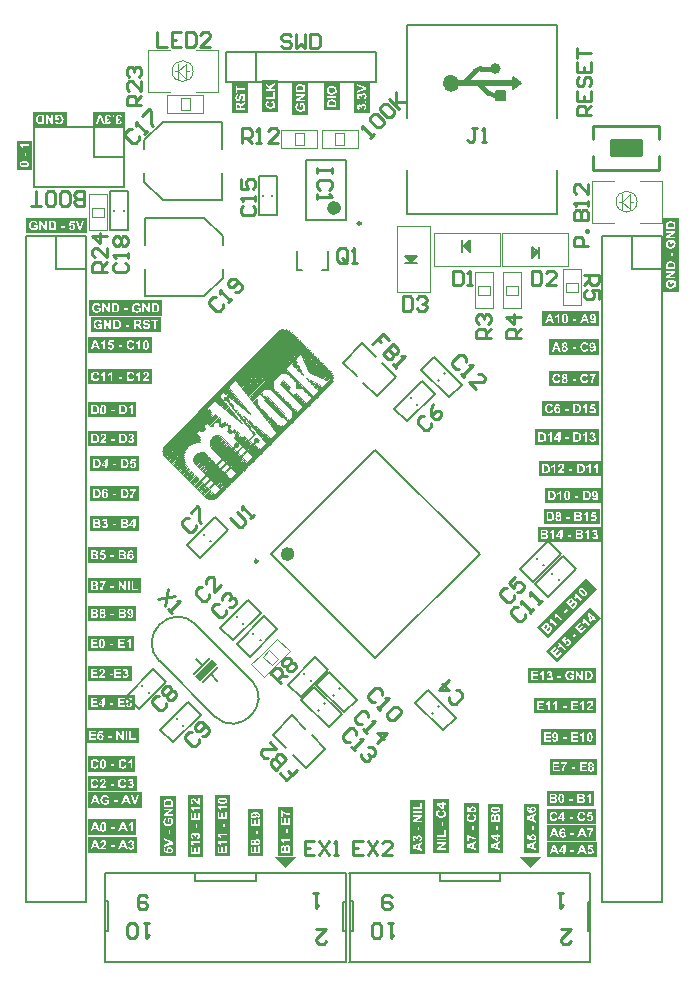
<source format=gto>
G04*
G04 #@! TF.GenerationSoftware,Altium Limited,Altium Designer,20.1.12 (249)*
G04*
G04 Layer_Color=65535*
%FSTAX24Y24*%
%MOIN*%
G70*
G04*
G04 #@! TF.SameCoordinates,A4519483-63F0-4905-8E8D-142606AE7E66*
G04*
G04*
G04 #@! TF.FilePolarity,Positive*
G04*
G01*
G75*
%ADD10C,0.0098*%
%ADD11C,0.0236*%
%ADD12C,0.0350*%
%ADD13C,0.0200*%
%ADD14C,0.0150*%
%ADD15C,0.0070*%
%ADD16C,0.0040*%
%ADD17C,0.0079*%
%ADD18C,0.0060*%
%ADD19C,0.0050*%
%ADD20C,0.0100*%
%ADD21C,0.0010*%
%ADD22C,0.0039*%
%ADD23R,0.1000X0.0500*%
G36*
X03245Y02135D02*
X0328Y0217D01*
X0321D01*
X03245Y02135D01*
D02*
G37*
G36*
X0406Y02135D02*
X04095Y0217D01*
X04025D01*
X0406Y02135D01*
D02*
G37*
G36*
X029443Y027741D02*
X030002Y0283D01*
X030164Y028137D01*
X029606Y027579D01*
X029443Y027741D01*
D02*
G37*
G36*
X039777Y046953D02*
X039482D01*
Y047248D01*
X039777D01*
Y046953D01*
D02*
G37*
G36*
X040309Y047494D02*
X040033Y047297D01*
Y047691D01*
X040309Y047494D01*
D02*
G37*
G36*
X042826Y030626D02*
X0412Y029D01*
X040833Y029367D01*
X04246Y030993D01*
X042826Y030626D01*
D02*
G37*
G36*
X040905Y021824D02*
X04039D01*
Y023488D01*
X040905D01*
Y021824D01*
D02*
G37*
G36*
X039705D02*
X03919D01*
Y023482D01*
X039705D01*
Y021824D01*
D02*
G37*
G36*
X038905Y02349D02*
Y021824D01*
X038386D01*
Y02349D01*
X038905D01*
D02*
G37*
G36*
X0379Y02185D02*
X037382D01*
Y023631D01*
X0379D01*
Y02185D01*
D02*
G37*
G36*
X0371Y0218D02*
X036585D01*
Y023609D01*
X0371D01*
Y0218D01*
D02*
G37*
G36*
X0327Y02175D02*
X032191D01*
Y023355D01*
X0327D01*
Y02175D01*
D02*
G37*
G36*
X031705Y021724D02*
X03119D01*
Y023305D01*
X031705D01*
Y021724D01*
D02*
G37*
G36*
X030605Y023781D02*
Y021724D01*
X03009D01*
Y023781D01*
X030605D01*
D02*
G37*
G36*
X0297Y0217D02*
X029185D01*
Y023757D01*
X0297D01*
Y0217D01*
D02*
G37*
G36*
X042787Y027496D02*
X04054D01*
Y028015D01*
X042787D01*
Y027496D01*
D02*
G37*
G36*
X02749Y0239D02*
X02585D01*
Y024419D01*
X02749D01*
Y0239D01*
D02*
G37*
G36*
X024Y0446D02*
X023485D01*
Y045571D01*
X024D01*
Y0446D01*
D02*
G37*
G36*
X0271Y046035D02*
X026032D01*
Y04655D01*
X0271D01*
Y046035D01*
D02*
G37*
G36*
X02515Y046031D02*
X024038D01*
Y04655D01*
X02515D01*
Y046031D01*
D02*
G37*
G36*
X0288Y023744D02*
Y021724D01*
X028281D01*
Y023744D01*
X0288D01*
D02*
G37*
G36*
X042817Y0217D02*
X04115D01*
Y022214D01*
X042817D01*
Y0217D01*
D02*
G37*
G36*
X04281Y022765D02*
Y02225D01*
X04115D01*
Y022765D01*
X04281D01*
D02*
G37*
G36*
X042796Y023319D02*
Y0228D01*
X04115D01*
Y023319D01*
X042796D01*
D02*
G37*
G36*
X042728Y023915D02*
Y0234D01*
X04115D01*
Y023915D01*
X042728D01*
D02*
G37*
G36*
X042832Y02445D02*
X04125D01*
Y024965D01*
X042832D01*
Y02445D01*
D02*
G37*
G36*
X042787Y025446D02*
X040968D01*
Y025961D01*
X042787D01*
Y025446D01*
D02*
G37*
G36*
Y026496D02*
X04073D01*
Y027005D01*
X042787D01*
Y026496D01*
D02*
G37*
G36*
X042963Y029663D02*
X0415Y0282D01*
X041136Y028564D01*
X042599Y030027D01*
X042963Y029663D01*
D02*
G37*
G36*
X042957Y032715D02*
Y0322D01*
X04085D01*
Y032715D01*
X042957D01*
D02*
G37*
G36*
X042924Y0328D02*
X04105D01*
Y033315D01*
X042924D01*
Y0328D01*
D02*
G37*
G36*
X042967Y0335D02*
X0411D01*
Y034015D01*
X042967D01*
Y0335D01*
D02*
G37*
G36*
X042955Y0344D02*
X0409D01*
Y034909D01*
X042955D01*
Y0344D01*
D02*
G37*
G36*
X042887Y035446D02*
X04078D01*
Y035961D01*
X042887D01*
Y035446D01*
D02*
G37*
G36*
Y036396D02*
X041002D01*
Y036915D01*
X042887D01*
Y036396D01*
D02*
G37*
G36*
Y037396D02*
X041247D01*
Y037915D01*
X042887D01*
Y037396D01*
D02*
G37*
G36*
Y038446D02*
X041227D01*
Y038965D01*
X042887D01*
Y038446D01*
D02*
G37*
G36*
X042898Y0394D02*
X041D01*
Y039915D01*
X042898D01*
Y0394D01*
D02*
G37*
G36*
X04555Y04055D02*
X045031D01*
Y042998D01*
X04555D01*
Y04055D01*
D02*
G37*
G36*
X027511Y02185D02*
X02585D01*
Y022365D01*
X027511D01*
Y02185D01*
D02*
G37*
G36*
X027459Y02245D02*
X02585D01*
Y022965D01*
X027459D01*
Y02245D01*
D02*
G37*
G36*
X027672Y02335D02*
X02585D01*
Y023869D01*
X027672D01*
Y02335D01*
D02*
G37*
G36*
X027444Y02455D02*
X025855D01*
Y025068D01*
X027444D01*
Y02455D01*
D02*
G37*
G36*
X02756Y0255D02*
X025805D01*
Y026014D01*
X02756D01*
Y0255D01*
D02*
G37*
G36*
X027443Y0266D02*
X025855D01*
Y027114D01*
X027443D01*
Y0266D01*
D02*
G37*
G36*
X027318Y027567D02*
X025855D01*
Y028082D01*
X027318D01*
Y027567D01*
D02*
G37*
G36*
X027386Y028567D02*
X025855D01*
Y029082D01*
X027386D01*
Y028567D01*
D02*
G37*
G36*
X027483Y029567D02*
X025855D01*
Y030082D01*
X027483D01*
Y029567D01*
D02*
G37*
G36*
X027633Y0305D02*
X025855D01*
Y031007D01*
X027633D01*
Y0305D01*
D02*
G37*
G36*
X027488Y032032D02*
Y031517D01*
X025855D01*
Y032032D01*
X027488D01*
D02*
G37*
G36*
X027569Y032567D02*
X025931D01*
Y033082D01*
X027569D01*
Y032567D01*
D02*
G37*
G36*
X02756Y033567D02*
X025931D01*
Y034082D01*
X02756D01*
Y033567D01*
D02*
G37*
G36*
X027566Y034567D02*
X025931D01*
Y035081D01*
X027566D01*
Y034567D01*
D02*
G37*
G36*
X02751Y0354D02*
X025881D01*
Y035915D01*
X02751D01*
Y0354D01*
D02*
G37*
G36*
X027458Y036367D02*
X025881D01*
Y036882D01*
X027458D01*
Y036367D01*
D02*
G37*
G36*
X027996Y037467D02*
X025881D01*
Y037985D01*
X027996D01*
Y037467D01*
D02*
G37*
G36*
Y038517D02*
X02586D01*
Y039036D01*
X027996D01*
Y038517D01*
D02*
G37*
G36*
X028315Y0392D02*
X02595D01*
Y039719D01*
X028315D01*
Y0392D01*
D02*
G37*
G36*
X028348Y03975D02*
X0259D01*
Y040269D01*
X028348D01*
Y03975D01*
D02*
G37*
G36*
X02584Y0425D02*
X0238D01*
Y043019D01*
X02584D01*
Y0425D01*
D02*
G37*
G36*
X0312Y047518D02*
Y0465D01*
X030681D01*
Y047518D01*
X0312D01*
D02*
G37*
G36*
X0322Y047611D02*
Y04655D01*
X031682D01*
Y047611D01*
X0322D01*
D02*
G37*
G36*
X0332Y04645D02*
X032681D01*
Y047562D01*
X0332D01*
Y04645D01*
D02*
G37*
G36*
X03425Y0466D02*
X033731D01*
Y047514D01*
X03425D01*
Y0466D01*
D02*
G37*
G36*
X03525Y047568D02*
Y0465D01*
X034735D01*
Y047568D01*
X03525D01*
D02*
G37*
%LPC*%
G36*
X042318Y030667D02*
X04231Y030667D01*
X042304Y030666D01*
X042297Y030664D01*
X04229Y030663D01*
X042285Y03066D01*
X042279Y030658D01*
X042274Y030655D01*
X042269Y030652D01*
X042266Y03065D01*
X042262Y030647D01*
X042259Y030645D01*
X042256Y030643D01*
X042253Y03064D01*
X042248Y030634D01*
X042243Y030628D01*
X042239Y030621D01*
X042236Y030615D01*
X042233Y030609D01*
X042231Y030603D01*
X042229Y030598D01*
X042228Y030592D01*
X042228Y030587D01*
X042227Y030582D01*
X042226Y030578D01*
X042227Y030575D01*
X042226Y030572D01*
X042227Y03057D01*
Y030569D01*
Y030568D01*
X042228Y030559D01*
X042231Y03055D01*
X042235Y03054D01*
X04224Y030531D01*
X042245Y030522D01*
X04225Y030512D01*
X042256Y030504D01*
X042262Y030495D01*
X042269Y030488D01*
X042274Y030481D01*
X04228Y030474D01*
X042284Y030469D01*
X042288Y030464D01*
X042294Y030458D01*
X042306Y030447D01*
X042317Y030438D01*
X042327Y030429D01*
X042337Y030421D01*
X042347Y030415D01*
X042355Y030409D01*
X042364Y030405D01*
X042371Y030401D01*
X042377Y030398D01*
X042384Y030395D01*
X042389Y030393D01*
X042393Y030392D01*
X042396Y030391D01*
X042398Y030391D01*
X0424Y03039D01*
X042401D01*
X042409Y03039D01*
X042416Y03039D01*
X042424Y030391D01*
X042431Y030393D01*
X042437Y030394D01*
X042444Y030397D01*
X042449Y030399D01*
X042455Y030402D01*
X04246Y030405D01*
X042464Y030408D01*
X042467Y03041D01*
X04247Y030412D01*
X042472Y030415D01*
X042475Y030416D01*
X042476Y030417D01*
X042481Y030423D01*
X042486Y030429D01*
X04249Y030436D01*
X042494Y030442D01*
X042496Y030448D01*
X042499Y030454D01*
X0425Y030459D01*
X042501Y030465D01*
X042502Y03047D01*
X042503Y030475D01*
X042503Y030479D01*
X042503Y030482D01*
Y030485D01*
X042503Y030487D01*
Y030488D01*
Y030489D01*
X042501Y030498D01*
X042498Y030507D01*
X042495Y030517D01*
X04249Y030527D01*
X042485Y030536D01*
X042479Y030545D01*
X042473Y030554D01*
X042467Y030562D01*
X042461Y03057D01*
X042455Y030577D01*
X04245Y030583D01*
X042445Y030589D01*
X042441Y030593D01*
X042435Y030599D01*
X042424Y03061D01*
X042413Y03062D01*
X042402Y030628D01*
X042392Y030636D01*
X042382Y030642D01*
X042374Y030648D01*
X042365Y030652D01*
X042357Y030656D01*
X04235Y030659D01*
X042344Y030662D01*
X042338Y030663D01*
X042334Y030665D01*
X04233Y030666D01*
X042327Y030666D01*
X042326Y030667D01*
X042325D01*
X042318Y030667D01*
D02*
G37*
G36*
X042121Y030507D02*
X042087Y030473D01*
X042091Y030463D01*
X042093Y030452D01*
X042095Y030442D01*
X042096Y030432D01*
X042096Y030424D01*
X042096Y030418D01*
Y030415D01*
Y030413D01*
X042095Y030412D01*
Y030412D01*
X042094Y0304D01*
X042091Y030389D01*
X042089Y030379D01*
X042086Y030371D01*
X042083Y030365D01*
X042082Y030361D01*
X042081Y030359D01*
X04208Y030358D01*
Y030357D01*
X04208Y030357D01*
X042118Y030319D01*
X042125Y030335D01*
X04213Y03035D01*
X042132Y030357D01*
X042134Y030364D01*
X042135Y030371D01*
X042137Y030377D01*
X042137Y030383D01*
X042138Y030388D01*
X042139Y030393D01*
X042139Y030397D01*
X04214Y0304D01*
X04214Y030402D01*
Y030404D01*
Y030404D01*
X042297Y030247D01*
X042339Y030289D01*
X042121Y030507D01*
D02*
G37*
G36*
X041975Y030327D02*
X041971Y030327D01*
X041967Y030326D01*
X041965Y030326D01*
X041964D01*
X041958Y030325D01*
X041952Y030323D01*
X041947Y03032D01*
X041942Y030318D01*
X041938Y030316D01*
X041935Y030314D01*
X041933Y030313D01*
X041933Y030312D01*
X041927Y030308D01*
X04192Y030302D01*
X041914Y030296D01*
X041907Y030291D01*
X041901Y030285D01*
X041806Y03019D01*
X042023Y029972D01*
X042117Y030067D01*
X042122Y030072D01*
X042132Y030082D01*
X042135Y030086D01*
X042141Y030092D01*
X042143Y030094D01*
X042146Y030097D01*
X042147Y030099D01*
X042148Y0301D01*
X042153Y030107D01*
X042158Y030115D01*
X042161Y030121D01*
X042164Y030128D01*
X042165Y030133D01*
X042166Y030137D01*
X042167Y030139D01*
X042167Y03014D01*
X042168Y030148D01*
X042168Y030155D01*
Y030162D01*
X042167Y030168D01*
X042166Y030174D01*
X042165Y030178D01*
X042164Y03018D01*
X042164Y030181D01*
X042161Y030189D01*
X042158Y030196D01*
X042154Y030202D01*
X04215Y030207D01*
X042147Y030211D01*
X042144Y030215D01*
X042142Y030217D01*
X042135Y030224D01*
X042127Y030229D01*
X04212Y030232D01*
X042113Y030235D01*
X042107Y030237D01*
X042103Y030238D01*
X042099Y030239D01*
X042099Y030239D01*
X042089Y03024D01*
X04208Y030239D01*
X042072Y030237D01*
X042064Y030235D01*
X042058Y030233D01*
X042052Y030231D01*
X042051Y03023D01*
X04205Y030229D01*
X042049Y030229D01*
X042048Y030228D01*
X042051Y030236D01*
X042052Y030243D01*
X042052Y030251D01*
X042053Y030257D01*
X042052Y030262D01*
X042052Y030266D01*
X042051Y030269D01*
X042051Y030269D01*
X042049Y030277D01*
X042046Y030284D01*
X042043Y03029D01*
X04204Y030296D01*
X042037Y0303D01*
X042034Y030303D01*
X042032Y030305D01*
X042032Y030306D01*
X042032Y030306D01*
X042026Y030311D01*
X042021Y030315D01*
X042015Y030318D01*
X04201Y03032D01*
X042006Y030322D01*
X042002Y030323D01*
X042Y030324D01*
X041999Y030324D01*
X041993Y030326D01*
X041986Y030327D01*
X04198Y030327D01*
X041975Y030327D01*
D02*
G37*
G36*
X041814Y029963D02*
X041732Y029881D01*
X041774Y02984D01*
X041856Y029922D01*
X041814Y029963D01*
D02*
G37*
G36*
X041462Y029849D02*
X041429Y029815D01*
X041433Y029805D01*
X041435Y029794D01*
X041437Y029783D01*
X041438Y029774D01*
X041438Y029766D01*
X041438Y02976D01*
Y029757D01*
Y029755D01*
X041437Y029754D01*
Y029754D01*
X041435Y029742D01*
X041433Y029731D01*
X041431Y029721D01*
X041428Y029713D01*
X041425Y029707D01*
X041424Y029702D01*
X041423Y029701D01*
X041422Y0297D01*
Y029699D01*
X041422Y029699D01*
X04146Y029661D01*
X041467Y029677D01*
X041472Y029691D01*
X041474Y029699D01*
X041476Y029706D01*
X041477Y029713D01*
X041478Y029719D01*
X041479Y029725D01*
X04148Y02973D01*
X041481Y029734D01*
X041481Y029739D01*
X041482Y029742D01*
X041482Y029744D01*
Y029745D01*
Y029746D01*
X041639Y029589D01*
X041681Y029631D01*
X041462Y029849D01*
D02*
G37*
G36*
X041294Y02968D02*
X04126Y029646D01*
X041264Y029636D01*
X041266Y029625D01*
X041268Y029615D01*
X041269Y029605D01*
X041269Y029597D01*
X041269Y029591D01*
Y029588D01*
Y029586D01*
X041268Y029585D01*
Y029585D01*
X041267Y029573D01*
X041264Y029562D01*
X041262Y029552D01*
X041259Y029545D01*
X041257Y029538D01*
X041255Y029534D01*
X041254Y029532D01*
X041253Y029531D01*
Y02953D01*
X041253Y02953D01*
X041291Y029492D01*
X041298Y029508D01*
X041303Y029523D01*
X041305Y02953D01*
X041307Y029537D01*
X041308Y029544D01*
X04131Y02955D01*
X041311Y029556D01*
X041311Y029561D01*
X041312Y029566D01*
X041312Y02957D01*
X041313Y029573D01*
X041313Y029575D01*
Y029577D01*
Y029577D01*
X04147Y02942D01*
X041512Y029462D01*
X041294Y02968D01*
D02*
G37*
G36*
X041148Y0295D02*
X041144Y0295D01*
X04114Y029499D01*
X041138Y029499D01*
X041138D01*
X041131Y029498D01*
X041125Y029496D01*
X04112Y029493D01*
X041115Y029491D01*
X041111Y029489D01*
X041108Y029487D01*
X041106Y029486D01*
X041106Y029486D01*
X0411Y029481D01*
X041093Y029475D01*
X041087Y029469D01*
X04108Y029464D01*
X041074Y029458D01*
X040979Y029363D01*
X041196Y029146D01*
X04129Y02924D01*
X041295Y029245D01*
X041305Y029255D01*
X041308Y029259D01*
X041314Y029265D01*
X041316Y029267D01*
X041319Y02927D01*
X04132Y029272D01*
X041321Y029273D01*
X041327Y029281D01*
X041331Y029288D01*
X041334Y029294D01*
X041337Y029301D01*
X041338Y029306D01*
X041339Y02931D01*
X04134Y029312D01*
X04134Y029313D01*
X041341Y029321D01*
X041341Y029328D01*
Y029335D01*
X04134Y029341D01*
X041339Y029347D01*
X041338Y029351D01*
X041337Y029353D01*
X041337Y029354D01*
X041334Y029362D01*
X041331Y029369D01*
X041327Y029375D01*
X041323Y02938D01*
X04132Y029384D01*
X041317Y029388D01*
X041315Y02939D01*
X041308Y029397D01*
X0413Y029402D01*
X041293Y029405D01*
X041286Y029408D01*
X04128Y02941D01*
X041276Y029411D01*
X041273Y029412D01*
X041272Y029412D01*
X041262Y029413D01*
X041253Y029412D01*
X041245Y02941D01*
X041237Y029408D01*
X041231Y029406D01*
X041225Y029404D01*
X041224Y029403D01*
X041223Y029402D01*
X041222Y029402D01*
X041221Y029401D01*
X041224Y029409D01*
X041225Y029416D01*
X041225Y029424D01*
X041226Y02943D01*
X041225Y029435D01*
X041225Y029439D01*
X041224Y029442D01*
X041224Y029443D01*
X041222Y02945D01*
X041219Y029457D01*
X041216Y029463D01*
X041213Y029469D01*
X04121Y029473D01*
X041207Y029476D01*
X041205Y029478D01*
X041205Y029479D01*
X041205Y029479D01*
X041199Y029484D01*
X041194Y029488D01*
X041188Y029491D01*
X041183Y029493D01*
X041179Y029495D01*
X041175Y029497D01*
X041173Y029497D01*
X041172Y029497D01*
X041166Y029499D01*
X04116Y0295D01*
X041154Y0295D01*
X041148Y0295D01*
D02*
G37*
%LPD*%
G36*
X04231Y030613D02*
X042315Y030612D01*
X04232Y030611D01*
X042324Y030609D01*
X042328Y030607D01*
X042332Y030605D01*
X042334Y030604D01*
X042334D01*
X042335Y030604D01*
X042338Y030602D01*
X042342Y030599D01*
X042347Y030595D01*
X042352Y030592D01*
X042361Y030584D01*
X04237Y030576D01*
X042374Y030572D01*
X042378Y030568D01*
X042382Y030565D01*
X042385Y030561D01*
X042388Y030559D01*
X04239Y030557D01*
X042391Y030555D01*
X042391Y030555D01*
X042398Y030548D01*
X042405Y030541D01*
X042411Y030535D01*
X042416Y03053D01*
X04242Y030524D01*
X042424Y03052D01*
X042428Y030515D01*
X042431Y030511D01*
X042434Y030508D01*
X042436Y030505D01*
X042438Y030502D01*
X042439Y0305D01*
X04244Y030498D01*
X042441Y030497D01*
Y030496D01*
X042442Y030496D01*
X042445Y03049D01*
X042447Y030485D01*
X042448Y030481D01*
X042449Y030477D01*
X04245Y030474D01*
Y030472D01*
Y03047D01*
Y03047D01*
X042449Y030466D01*
X042448Y030463D01*
X042447Y03046D01*
X042445Y030457D01*
X042444Y030455D01*
X042443Y030453D01*
X042441Y030452D01*
X042438Y030449D01*
X042435Y030447D01*
X042432Y030446D01*
X042429Y030445D01*
X042427Y030444D01*
X042425Y030444D01*
X042424Y030443D01*
X042423D01*
X042419Y030444D01*
X042415Y030445D01*
X04241Y030446D01*
X042405Y030448D01*
X042402Y03045D01*
X042398Y030451D01*
X042396Y030452D01*
X042395Y030453D01*
X042391Y030455D01*
X042387Y030458D01*
X042383Y030461D01*
X042379Y030465D01*
X042369Y030473D01*
X04236Y030482D01*
X042356Y030485D01*
X042352Y03049D01*
X042348Y030493D01*
X042345Y030496D01*
X042342Y030498D01*
X04234Y030501D01*
X042339Y030502D01*
X042338Y030502D01*
X042332Y030509D01*
X042325Y030516D01*
X04232Y030522D01*
X042314Y030528D01*
X04231Y030533D01*
X042305Y030538D01*
X042302Y030542D01*
X042299Y030546D01*
X042296Y03055D01*
X042294Y030552D01*
X042292Y030555D01*
X04229Y030557D01*
X042289Y030559D01*
X042288Y03056D01*
Y030561D01*
X042288Y030561D01*
X042285Y030566D01*
X042283Y030572D01*
X042281Y030576D01*
X04228Y03058D01*
X04228Y030583D01*
X042279Y030585D01*
Y030586D01*
Y030587D01*
X04228Y030591D01*
X042281Y030594D01*
X042283Y030598D01*
X042284Y0306D01*
X042285Y030602D01*
X042287Y030604D01*
X042288Y030605D01*
X042291Y030608D01*
X042294Y03061D01*
X042297Y030611D01*
X0423Y030612D01*
X042302Y030613D01*
X042304Y030614D01*
X042306D01*
X04231Y030613D01*
D02*
G37*
G36*
X041977Y030267D02*
X041981Y030266D01*
X041985Y030264D01*
X041988Y030263D01*
X041991Y03026D01*
X041993Y030259D01*
X041995Y030258D01*
X041995Y030257D01*
X041998Y030253D01*
X042001Y030249D01*
X042003Y030245D01*
X042004Y030242D01*
X042005Y030238D01*
Y030236D01*
X042006Y030234D01*
Y030233D01*
X042005Y030229D01*
X042004Y030224D01*
X042002Y03022D01*
X042001Y030216D01*
X041999Y030213D01*
X041997Y03021D01*
X041996Y030209D01*
X041994Y030207D01*
X041993Y030205D01*
X041983Y030195D01*
X041978Y030189D01*
X041936Y030147D01*
X041886Y030198D01*
X041929Y030241D01*
X041933Y030244D01*
X041941Y030253D01*
X041943Y030254D01*
X041947Y030258D01*
X041948Y030258D01*
X041949Y030259D01*
X041953Y030262D01*
X041958Y030264D01*
X041962Y030266D01*
X041965Y030267D01*
X041968Y030268D01*
X041971Y030268D01*
X041973D01*
X041977Y030267D01*
D02*
G37*
G36*
X042071Y030186D02*
X042072Y030186D01*
X042073D01*
X042077Y030184D01*
X042081Y030183D01*
X042085Y030181D01*
X042088Y030179D01*
X042091Y030177D01*
X042093Y030176D01*
X042094Y030174D01*
X042094Y030174D01*
X042098Y03017D01*
X042101Y030165D01*
X042104Y030161D01*
X042105Y030157D01*
X042106Y030154D01*
X042106Y030151D01*
X042107Y03015D01*
Y030149D01*
X042106Y030145D01*
X042106Y03014D01*
X042105Y030136D01*
X042103Y030132D01*
X042102Y030129D01*
X0421Y030127D01*
X042099Y030125D01*
X042099Y030125D01*
X042098Y030123D01*
X042096Y030121D01*
X042093Y030117D01*
X042088Y030112D01*
X042083Y030107D01*
X042078Y030101D01*
X04203Y030053D01*
X041972Y030111D01*
X042018Y030157D01*
X042022Y030161D01*
X042026Y030164D01*
X04203Y030168D01*
X042034Y030171D01*
X042037Y030173D01*
X042039Y030175D01*
X042042Y030177D01*
X042044Y030178D01*
X042046Y030181D01*
X042049Y030182D01*
X042049Y030182D01*
X042053Y030184D01*
X042058Y030185D01*
X042062Y030186D01*
X042066D01*
X042068Y030186D01*
X042071Y030186D01*
D02*
G37*
G36*
X04115Y02944D02*
X041154Y029439D01*
X041158Y029437D01*
X041161Y029436D01*
X041164Y029433D01*
X041166Y029432D01*
X041168Y029431D01*
X041168Y02943D01*
X041171Y029426D01*
X041174Y029422D01*
X041176Y029418D01*
X041177Y029415D01*
X041178Y029411D01*
Y029409D01*
X041179Y029407D01*
Y029406D01*
X041178Y029402D01*
X041177Y029397D01*
X041176Y029393D01*
X041174Y029389D01*
X041172Y029386D01*
X04117Y029383D01*
X041169Y029382D01*
X041167Y02938D01*
X041166Y029378D01*
X041156Y029368D01*
X041151Y029362D01*
X041109Y02932D01*
X041059Y029371D01*
X041102Y029414D01*
X041106Y029417D01*
X041114Y029426D01*
X041116Y029427D01*
X04112Y029431D01*
X041122Y029432D01*
X041122Y029432D01*
X041126Y029435D01*
X041131Y029437D01*
X041135Y029439D01*
X041138Y02944D01*
X041141Y029441D01*
X041144Y029441D01*
X041146D01*
X04115Y02944D01*
D02*
G37*
G36*
X041244Y029359D02*
X041245Y029359D01*
X041246D01*
X04125Y029357D01*
X041254Y029356D01*
X041258Y029354D01*
X041261Y029352D01*
X041264Y02935D01*
X041266Y029349D01*
X041267Y029347D01*
X041267Y029347D01*
X041271Y029343D01*
X041274Y029338D01*
X041277Y029334D01*
X041278Y02933D01*
X041279Y029327D01*
X041279Y029324D01*
X04128Y029323D01*
Y029322D01*
X041279Y029318D01*
X041279Y029313D01*
X041278Y029309D01*
X041276Y029305D01*
X041275Y029302D01*
X041273Y0293D01*
X041273Y029298D01*
X041272Y029298D01*
X041271Y029296D01*
X041269Y029294D01*
X041266Y02929D01*
X041261Y029285D01*
X041256Y02928D01*
X041251Y029275D01*
X041203Y029226D01*
X041145Y029284D01*
X041191Y02933D01*
X041195Y029334D01*
X041199Y029337D01*
X041203Y029341D01*
X041207Y029344D01*
X04121Y029346D01*
X041212Y029348D01*
X041215Y02935D01*
X041217Y029351D01*
X041219Y029354D01*
X041222Y029355D01*
X041222Y029355D01*
X041226Y029357D01*
X041231Y029358D01*
X041235Y029359D01*
X041239D01*
X041241Y029359D01*
X041244Y029359D01*
D02*
G37*
%LPC*%
G36*
X040705Y023388D02*
X04049D01*
X040701D01*
X040693Y023388D01*
X040685Y023387D01*
X040677Y023385D01*
X040671Y023384D01*
X040664Y023382D01*
X040658Y02338D01*
X040653Y023377D01*
X040648Y023375D01*
X040643Y023372D01*
X040639Y02337D01*
X040636Y023368D01*
X040633Y023365D01*
X040631Y023364D01*
X040629Y023363D01*
X040629Y023362D01*
X040628Y023361D01*
X040623Y023356D01*
X040619Y023351D01*
X040615Y023346D01*
X040612Y02334D01*
X040609Y023335D01*
X040607Y02333D01*
X040603Y02332D01*
X040602Y023316D01*
X040601Y023311D01*
X040601Y023308D01*
X0406Y023305D01*
X0406Y023302D01*
Y023298D01*
X0406Y023292D01*
X040601Y023286D01*
X040602Y023281D01*
X040604Y023276D01*
X040608Y023266D01*
X040613Y023258D01*
X040617Y023252D01*
X04062Y023249D01*
X040622Y023247D01*
X040624Y023245D01*
X040625Y023244D01*
X040625Y023244D01*
X040626Y023243D01*
X040617Y023244D01*
X040608Y023245D01*
X0406Y023246D01*
X040593Y023247D01*
X040586Y023249D01*
X040581Y02325D01*
X040576Y023251D01*
X040571Y023253D01*
X040567Y023254D01*
X040564Y023255D01*
X040562Y023257D01*
X04056Y023257D01*
X040558Y023258D01*
X040557Y023259D01*
X040556Y02326D01*
X04055Y023265D01*
X040546Y02327D01*
X040543Y023275D01*
X040542Y02328D01*
X04054Y023285D01*
X04054Y023288D01*
X040539Y02329D01*
Y023291D01*
X04054Y023296D01*
X040541Y023301D01*
X040542Y023305D01*
X040543Y023308D01*
X040545Y023311D01*
X040546Y023313D01*
X040547Y023314D01*
X040548Y023314D01*
X040551Y023317D01*
X040555Y02332D01*
X04056Y023322D01*
X040564Y023323D01*
X040568Y023324D01*
X040571Y023325D01*
X040573Y023325D01*
X040574D01*
X040567Y023382D01*
X040554Y023379D01*
X040543Y023375D01*
X040533Y02337D01*
X040525Y023365D01*
X040518Y02336D01*
X040516Y023358D01*
X040514Y023356D01*
X040513Y023355D01*
X040511Y023353D01*
X04051Y023353D01*
Y023352D01*
X040507Y023348D01*
X040504Y023344D01*
X040499Y023334D01*
X040495Y023324D01*
X040493Y023315D01*
X040491Y023307D01*
X040491Y023304D01*
Y023301D01*
X04049Y023298D01*
Y023295D01*
X040491Y023285D01*
X040492Y023277D01*
X040494Y023269D01*
X040496Y023261D01*
X040499Y023254D01*
X040502Y023247D01*
X040506Y023241D01*
X040509Y023235D01*
X040513Y02323D01*
X040516Y023226D01*
X040519Y023222D01*
X040522Y023219D01*
X040525Y023217D01*
X040526Y023215D01*
X040528Y023214D01*
X040528Y023214D01*
X040536Y023208D01*
X040544Y023203D01*
X040554Y023199D01*
X040563Y023196D01*
X040573Y023193D01*
X040583Y02319D01*
X040593Y023188D01*
X040603Y023186D01*
X040613Y023185D01*
X040621Y023184D01*
X040629Y023183D01*
X040637Y023183D01*
X040642Y023182D01*
X040805D01*
X04065D01*
X040665Y023183D01*
X040679Y023184D01*
X040692Y023185D01*
X040704Y023187D01*
X040715Y02319D01*
X040724Y023192D01*
X040733Y023194D01*
X040741Y023198D01*
X040748Y0232D01*
X040753Y023203D01*
X040758Y023205D01*
X040762Y023208D01*
X040765Y02321D01*
X040768Y023211D01*
X040769Y023212D01*
X040769Y023212D01*
X040776Y023218D01*
X040781Y023224D01*
X040786Y02323D01*
X04079Y023237D01*
X040794Y023243D01*
X040796Y02325D01*
X040799Y023256D01*
X040801Y023262D01*
X040802Y023268D01*
X040803Y023273D01*
X040804Y023277D01*
X040805Y023281D01*
Y023285D01*
X040805Y023287D01*
Y023289D01*
X040805Y023297D01*
X040804Y023305D01*
X040803Y023312D01*
X040801Y023318D01*
X040799Y023325D01*
X040796Y023331D01*
X040794Y023336D01*
X040791Y023341D01*
X040788Y023345D01*
X040786Y023349D01*
X040784Y023352D01*
X040781Y023355D01*
X04078Y023357D01*
X040778Y023359D01*
X040777Y02336D01*
X040777Y02336D01*
X040772Y023365D01*
X040765Y023369D01*
X040759Y023373D01*
X040753Y023376D01*
X040747Y023379D01*
X04074Y023381D01*
X040728Y023384D01*
X040723Y023386D01*
X040717Y023387D01*
X040713Y023387D01*
X040709Y023388D01*
X040705Y023388D01*
D02*
G37*
G36*
X040799Y023162D02*
X040492Y023039D01*
Y023162D01*
Y022854D01*
Y022973D01*
X040799Y022854D01*
Y02292D01*
X04073Y022945D01*
Y023069D01*
X040799Y023095D01*
Y023162D01*
D02*
G37*
G36*
X040717Y022732D02*
X040658D01*
Y022616D01*
X040717D01*
Y022732D01*
D02*
G37*
G36*
X040805Y02246D02*
X040496D01*
X040696D01*
X040688Y022459D01*
X04068Y022458D01*
X040673Y022457D01*
X040665Y022455D01*
X040659Y022453D01*
X040653Y022451D01*
X040647Y022448D01*
X040642Y022446D01*
X040638Y022443D01*
X040634Y022441D01*
X04063Y022438D01*
X040628Y022436D01*
X040625Y022435D01*
X040624Y022433D01*
X040623Y022433D01*
X040622Y022432D01*
X040617Y022427D01*
X040613Y022421D01*
X040609Y022416D01*
X040605Y02241D01*
X040603Y022405D01*
X040601Y022399D01*
X040597Y022389D01*
X040596Y022384D01*
X040595Y022379D01*
X040594Y022375D01*
X040594Y022372D01*
X040593Y022369D01*
Y022365D01*
X040594Y022358D01*
X040595Y02235D01*
X040597Y022344D01*
X040598Y022337D01*
X040601Y022333D01*
X040602Y022329D01*
X040603Y022326D01*
X040604Y022325D01*
Y022325D01*
X040551Y022334D01*
Y022446D01*
X040496D01*
D01*
Y02229D01*
X040657Y02226D01*
X040663Y022307D01*
X040659Y022311D01*
X040656Y022315D01*
X040653Y022319D01*
X04065Y022323D01*
X040646Y022331D01*
X040643Y022338D01*
X040642Y022344D01*
X040641Y022349D01*
X040641Y02235D01*
Y022353D01*
X040641Y02236D01*
X040643Y022367D01*
X040645Y022373D01*
X040648Y022377D01*
X040651Y022381D01*
X040653Y022384D01*
X040655Y022386D01*
X040655Y022386D01*
X040661Y022391D01*
X040668Y022394D01*
X040675Y022396D01*
X040682Y022397D01*
X040688Y022399D01*
X040693Y022399D01*
X040695D01*
X040696D01*
X040697D01*
X040698D01*
X040708Y022399D01*
X040718Y022397D01*
X040725Y022395D01*
X040732Y022393D01*
X040737Y02239D01*
X04074Y022389D01*
X040742Y022387D01*
X040743Y022386D01*
X040748Y022381D01*
X040752Y022376D01*
X040755Y022371D01*
X040756Y022366D01*
X040757Y022361D01*
X040758Y022358D01*
X040758Y022356D01*
Y022355D01*
X040758Y022349D01*
X040756Y022343D01*
X040755Y022338D01*
X040752Y022334D01*
X04075Y022331D01*
X040748Y022328D01*
X040747Y022326D01*
X040747Y022326D01*
X040742Y022322D01*
X040737Y022318D01*
X040732Y022316D01*
X040727Y022314D01*
X040722Y022313D01*
X040718Y022312D01*
X040716Y022311D01*
X040715D01*
X040721Y022253D01*
X040728Y022254D01*
X040735Y022255D01*
X040747Y02226D01*
X040758Y022265D01*
X040762Y022267D01*
X040767Y02227D01*
X04077Y022273D01*
X040773Y022275D01*
X040776Y022278D01*
X040779Y02228D01*
X04078Y022282D01*
X040782Y022283D01*
X040782Y022284D01*
X040783Y022284D01*
X040787Y02229D01*
X04079Y022295D01*
X040793Y022301D01*
X040795Y022306D01*
X0408Y022318D01*
X040803Y022329D01*
X040803Y022334D01*
X040804Y022339D01*
X040804Y022343D01*
X040805Y022347D01*
X040805Y02235D01*
Y022366D01*
Y022354D01*
X040805Y022364D01*
X040803Y022373D01*
X040802Y022381D01*
X040799Y022389D01*
X040796Y022397D01*
X040792Y022404D01*
X040789Y02241D01*
X040785Y022416D01*
X040781Y022421D01*
X040778Y022425D01*
X040774Y022429D01*
X040771Y022432D01*
X040768Y022434D01*
X040767Y022436D01*
X040765Y022437D01*
X040765Y022437D01*
X040759Y022441D01*
X040753Y022445D01*
X040748Y022448D01*
X040741Y02245D01*
X04073Y022454D01*
X040719Y022457D01*
X040715Y022458D01*
X04071Y022458D01*
X040706Y022459D01*
X040703D01*
X0407Y02246D01*
X040805D01*
D02*
G37*
G36*
X040799Y022232D02*
X040492Y022108D01*
Y022232D01*
Y021924D01*
Y022043D01*
X040799Y021924D01*
Y021989D01*
X04073Y022015D01*
Y022138D01*
X040799Y022165D01*
Y022232D01*
D02*
G37*
%LPD*%
G36*
X040712Y02333D02*
X040721Y023328D01*
X040728Y023327D01*
X040734Y023325D01*
X040738Y023323D01*
X040741Y023321D01*
X040744Y02332D01*
X040744Y023319D01*
X040748Y023315D01*
X040751Y02331D01*
X040753Y023305D01*
X040755Y023301D01*
X040756Y023297D01*
X040756Y023294D01*
Y023292D01*
X040756Y023285D01*
X040754Y02328D01*
X040752Y023275D01*
X040748Y02327D01*
X040746Y023267D01*
X040743Y023264D01*
X040741Y023262D01*
X040741Y023261D01*
X040735Y023257D01*
X040728Y023254D01*
X04072Y023252D01*
X040713Y02325D01*
X040706Y023249D01*
X040701Y023249D01*
X040699D01*
X040698D01*
X040697D01*
X040696D01*
X040687Y023249D01*
X040679Y02325D01*
X040673Y023252D01*
X040667Y023254D01*
X040663Y023257D01*
X04066Y023258D01*
X040657Y02326D01*
X040657Y02326D01*
X040653Y023265D01*
X040649Y023269D01*
X040647Y023274D01*
X040645Y023279D01*
X040644Y023283D01*
X040643Y023286D01*
Y023289D01*
X040644Y023295D01*
X040645Y023301D01*
X040648Y023306D01*
X04065Y02331D01*
X040653Y023314D01*
X040655Y023316D01*
X040657Y023318D01*
X040657Y023318D01*
X040663Y023322D01*
X04067Y023325D01*
X040678Y023327D01*
X040685Y023329D01*
X040692Y02333D01*
X040697Y02333D01*
X040699D01*
X0407D01*
X040701D01*
X040702D01*
X040712Y02333D01*
D02*
G37*
G36*
X040678Y022964D02*
X040564Y023006D01*
X040678Y023049D01*
Y022964D01*
D02*
G37*
G36*
Y022033D02*
X040564Y022075D01*
X040678Y022118D01*
Y022033D01*
D02*
G37*
%LPC*%
G36*
X03929Y023382D02*
D01*
Y023305D01*
Y023382D01*
D01*
D02*
G37*
G36*
X039605D02*
X039448D01*
X039432Y023381D01*
X039417Y02338D01*
X039404Y023379D01*
X039392Y023377D01*
X03938Y023375D01*
X03937Y023372D01*
X039361Y023369D01*
X039353Y023367D01*
X039345Y023364D01*
X039339Y023361D01*
X039334Y023359D01*
X03933Y023356D01*
X039326Y023354D01*
X039324Y023353D01*
X039323Y023352D01*
X039322Y023352D01*
X039317Y023347D01*
X039312Y023341D01*
X039308Y023336D01*
X039304Y02333D01*
X039301Y023324D01*
X039298Y023318D01*
X039296Y023313D01*
X039294Y023307D01*
X039293Y023302D01*
X039292Y023297D01*
X039291Y023293D01*
X039291Y023289D01*
X03929Y023286D01*
Y023182D01*
Y023282D01*
X039291Y023274D01*
X039292Y023266D01*
X039294Y023259D01*
X039295Y023252D01*
X039298Y023246D01*
X039301Y02324D01*
X039303Y023235D01*
X039306Y02323D01*
X03931Y023226D01*
X039312Y023222D01*
X039315Y023219D01*
X039318Y023217D01*
X039319Y023215D01*
X039321Y023214D01*
X039322Y023213D01*
X039322Y023212D01*
X03933Y023207D01*
X039339Y023202D01*
X039348Y023198D01*
X039358Y023195D01*
X039368Y023192D01*
X039379Y02319D01*
X039389Y023188D01*
X039399Y023186D01*
X039409Y023185D01*
X039418Y023184D01*
X039426Y023183D01*
X039433Y023183D01*
X039439Y023182D01*
X03929D01*
X039448D01*
X039464Y023183D01*
X039478Y023184D01*
X039492Y023185D01*
X039504Y023187D01*
X039516Y023189D01*
X039526Y023191D01*
X039535Y023194D01*
X039543Y023196D01*
X039549Y023198D01*
X039556Y023201D01*
X03956Y023203D01*
X039564Y023206D01*
X039567Y023207D01*
X039569Y023208D01*
X039571Y023209D01*
X039571Y02321D01*
X039577Y023215D01*
X039582Y023221D01*
X039587Y023226D01*
X039591Y023233D01*
X039594Y023238D01*
X039597Y023245D01*
X039599Y02325D01*
X039601Y023256D01*
X039603Y023261D01*
X039604Y023266D01*
X039604Y023271D01*
X039605Y023274D01*
Y023277D01*
X039605Y02328D01*
Y023282D01*
X039605Y02329D01*
X039604Y023297D01*
X039602Y023305D01*
X0396Y023312D01*
X039598Y023318D01*
X039595Y023324D01*
X039592Y023328D01*
X039589Y023333D01*
X039587Y023337D01*
X039584Y023341D01*
X039581Y023344D01*
X039579Y023347D01*
X039577Y023349D01*
X039575Y02335D01*
X039574Y023351D01*
X039574Y023352D01*
X039566Y023357D01*
X039557Y023361D01*
X039548Y023366D01*
X039538Y023369D01*
X039528Y023372D01*
X039517Y023374D01*
X039507Y023376D01*
X039496Y023378D01*
X039487Y023379D01*
X039478Y02338D01*
X039469Y023381D01*
X039462Y023381D01*
X039457Y023382D01*
X039605D01*
D02*
G37*
G36*
X039599Y023143D02*
D01*
Y023019D01*
X039599Y023027D01*
Y02304D01*
X039599Y023045D01*
Y023054D01*
X039598Y023057D01*
Y023061D01*
X039598Y023063D01*
Y023065D01*
X039596Y023074D01*
X039594Y023082D01*
X039592Y023089D01*
X039589Y023095D01*
X039587Y0231D01*
X039585Y023103D01*
X039584Y023106D01*
X039583Y023107D01*
X039578Y023113D01*
X039573Y023118D01*
X039568Y023122D01*
X039563Y023126D01*
X039558Y023129D01*
X039555Y023131D01*
X039552Y023133D01*
X039552Y023133D01*
X039544Y023136D01*
X039537Y023139D01*
X03953Y023141D01*
X039524Y023142D01*
X039518Y023142D01*
X039514Y023143D01*
X039511D01*
X039501Y023142D01*
X039492Y023141D01*
X039485Y023138D01*
X039477Y023135D01*
X039472Y023133D01*
X039468Y02313D01*
X039465Y023128D01*
X039465Y023128D01*
X039457Y023122D01*
X039452Y023115D01*
X039447Y023107D01*
X039443Y023101D01*
X03944Y023095D01*
X039438Y023089D01*
X039437Y023087D01*
X039437Y023086D01*
X039437Y023085D01*
Y023085D01*
X039433Y023092D01*
X039429Y023098D01*
X039424Y023103D01*
X03942Y023108D01*
X039416Y023111D01*
X039413Y023114D01*
X03941Y023115D01*
X039409Y023116D01*
X039402Y02312D01*
X039396Y023123D01*
X039389Y023125D01*
X039383Y023126D01*
X039378Y023127D01*
X039374Y023128D01*
X039371D01*
X03937D01*
X03937D01*
X039363Y023127D01*
X039356Y023126D01*
X03935Y023125D01*
X039345Y023123D01*
X03934Y023121D01*
X039337Y023119D01*
X039335Y023118D01*
X039334Y023118D01*
X039328Y023114D01*
X039323Y02311D01*
X039319Y023107D01*
X039315Y023103D01*
X039312Y023099D01*
X03931Y023097D01*
X039309Y023095D01*
X039308Y023095D01*
X039305Y023089D01*
X039302Y023083D01*
X0393Y023078D01*
X039298Y023073D01*
X039297Y023069D01*
X039296Y023066D01*
X039295Y023063D01*
Y023063D01*
X039294Y023055D01*
X039294Y023047D01*
X039293Y023038D01*
X039293Y023029D01*
X039292Y023021D01*
Y022886D01*
X039599D01*
Y023143D01*
D02*
G37*
G36*
X039517Y022732D02*
X039458D01*
Y022616D01*
X039517D01*
Y022732D01*
D02*
G37*
G36*
X039599Y022463D02*
D01*
Y022425D01*
X039538D01*
Y022463D01*
X039291D01*
X039486D01*
Y022425D01*
X039291D01*
Y022375D01*
X039487Y022242D01*
X039291D01*
X039599D01*
Y022463D01*
D02*
G37*
G36*
Y022232D02*
X039292Y022108D01*
Y022232D01*
Y021924D01*
Y022043D01*
X039599Y021924D01*
Y021989D01*
X03953Y022015D01*
Y022138D01*
X039599Y022165D01*
Y022232D01*
D02*
G37*
%LPD*%
G36*
X039467Y023319D02*
X039476D01*
X039483Y023319D01*
X03949Y023318D01*
X039496Y023318D01*
X039502Y023317D01*
X039507Y023317D01*
X039512Y023316D01*
X039515Y023315D01*
X039518Y023315D01*
X039521Y023314D01*
X039523Y023314D01*
X039524D01*
X039525Y023313D01*
X039525D01*
X039532Y023312D01*
X039536Y023309D01*
X039541Y023307D01*
X039544Y023305D01*
X039547Y023304D01*
X039548Y023302D01*
X039549Y023301D01*
X03955Y023301D01*
X039552Y023297D01*
X039554Y023294D01*
X039555Y023291D01*
X039556Y023288D01*
X039556Y023286D01*
X039556Y023284D01*
Y023282D01*
X039556Y023278D01*
X039556Y023274D01*
X039554Y023271D01*
X039553Y023269D01*
X039552Y023266D01*
X039551Y023265D01*
X03955Y023264D01*
X03955Y023263D01*
X039547Y023261D01*
X039543Y023258D01*
X039538Y023256D01*
X039534Y023253D01*
X03953Y023252D01*
X039526Y023251D01*
X039524Y02325D01*
X039523Y02325D01*
X039519Y023249D01*
X039514Y023248D01*
X039508Y023247D01*
X039503Y023247D01*
X03949Y023246D01*
X039478Y023245D01*
X039472Y023245D01*
X039466D01*
X039461Y023245D01*
X039457D01*
X039453D01*
X03945D01*
X039449D01*
X039448D01*
X039438D01*
X039429Y023245D01*
X039421D01*
X039413Y023245D01*
X039406Y023246D01*
X0394Y023246D01*
X039394Y023247D01*
X039389Y023248D01*
X039385Y023248D01*
X039381Y023249D01*
X039378Y023249D01*
X039375Y023249D01*
X039374Y02325D01*
X039372D01*
X039371Y02325D01*
X039371D01*
X039365Y023252D01*
X039359Y023254D01*
X039355Y023256D01*
X039352Y023258D01*
X03935Y02326D01*
X039348Y023261D01*
X039347Y023262D01*
X039346Y023263D01*
X039344Y023266D01*
X039342Y023269D01*
X039341Y023273D01*
X03934Y023276D01*
X03934Y023278D01*
X039339Y02328D01*
Y023282D01*
X03934Y023286D01*
X03934Y023289D01*
X039342Y023293D01*
X039343Y023295D01*
X039344Y023297D01*
X039345Y023299D01*
X039346Y0233D01*
X039346Y023301D01*
X03935Y023303D01*
X039354Y023306D01*
X039358Y023308D01*
X039362Y02331D01*
X039367Y023312D01*
X03937Y023313D01*
X039373Y023313D01*
X039373Y023314D01*
X039374D01*
X039378Y023315D01*
X039382Y023316D01*
X039388Y023317D01*
X039394Y023317D01*
X039406Y023318D01*
X039418Y023319D01*
X039424Y023319D01*
X03943D01*
X039435Y02332D01*
X039439D01*
X039443D01*
X039446D01*
X039448D01*
X039448D01*
X039458D01*
X039467Y023319D01*
D02*
G37*
G36*
X039513Y023079D02*
X039519Y023078D01*
X039523Y023076D01*
X039527Y023075D01*
X03953Y023073D01*
X039532Y023071D01*
X039533Y023071D01*
X039534Y02307D01*
X039537Y023067D01*
X03954Y023063D01*
X039542Y023059D01*
X039544Y023055D01*
X039544Y023052D01*
X039545Y02305D01*
X039546Y023048D01*
Y023047D01*
X039546Y023046D01*
Y023043D01*
X039547Y023037D01*
X039547Y02303D01*
Y023023D01*
X039548Y023016D01*
Y022948D01*
X039465D01*
Y023012D01*
X039466Y023019D01*
X039466Y023024D01*
Y023029D01*
X039467Y023034D01*
X039467Y023038D01*
X039468Y023041D01*
X039468Y023044D01*
X039469Y023046D01*
X039469Y02305D01*
X03947Y023052D01*
Y023052D01*
X039472Y023057D01*
X039474Y023061D01*
X039476Y023064D01*
X039479Y023067D01*
X039481Y023069D01*
X039482Y023071D01*
X039484Y023071D01*
X039484Y023072D01*
X039488Y023074D01*
X039492Y023076D01*
X039496Y023077D01*
X0395Y023078D01*
X039503Y023079D01*
X039505Y023079D01*
X039507D01*
X039508D01*
X039513Y023079D01*
D02*
G37*
G36*
X039384Y023067D02*
X039389Y023066D01*
X039393Y023064D01*
X039396Y023063D01*
X039399Y023061D01*
X039401Y023059D01*
X039402Y023059D01*
X039403Y023058D01*
X039406Y023055D01*
X039408Y023051D01*
X03941Y023047D01*
X039411Y023043D01*
X039413Y023039D01*
X039413Y023036D01*
X039413Y023034D01*
Y023031D01*
X039414Y023029D01*
Y023015D01*
X039414Y023007D01*
Y022948D01*
X039343D01*
Y02301D01*
X039344Y023015D01*
Y023026D01*
X039344Y023029D01*
Y023034D01*
X039345Y023035D01*
Y023036D01*
X039346Y023041D01*
X039347Y023046D01*
X039349Y02305D01*
X03935Y023054D01*
X039352Y023056D01*
X039354Y023058D01*
X039355Y023059D01*
X039355Y023059D01*
X039359Y023062D01*
X039363Y023064D01*
X039366Y023066D01*
X03937Y023067D01*
X039374Y023067D01*
X039376Y023067D01*
X039378D01*
X039378D01*
X039384Y023067D01*
D02*
G37*
G36*
X039486Y022296D02*
X039381Y022368D01*
X039486D01*
Y022296D01*
D02*
G37*
G36*
X039599Y022242D02*
X039538D01*
Y022368D01*
X039599D01*
Y022242D01*
D02*
G37*
G36*
X039478Y022033D02*
X039364Y022075D01*
X039478Y022118D01*
Y022033D01*
D02*
G37*
%LPC*%
G36*
X038805Y02339D02*
X038496D01*
X038696D01*
X038688Y02339D01*
X03868Y023389D01*
X038673Y023388D01*
X038665Y023386D01*
X038659Y023384D01*
X038653Y023381D01*
X038647Y023379D01*
X038642Y023376D01*
X038638Y023374D01*
X038634Y023372D01*
X03863Y023369D01*
X038628Y023367D01*
X038625Y023365D01*
X038624Y023364D01*
X038623Y023363D01*
X038622Y023363D01*
X038617Y023357D01*
X038613Y023352D01*
X038609Y023346D01*
X038605Y02334D01*
X038603Y023335D01*
X038601Y023329D01*
X038597Y023319D01*
X038596Y023314D01*
X038595Y02331D01*
X038594Y023306D01*
X038594Y023303D01*
X038593Y0233D01*
Y023296D01*
X038594Y023289D01*
X038595Y023281D01*
X038597Y023274D01*
X038598Y023268D01*
X038601Y023263D01*
X038602Y023259D01*
X038603Y023257D01*
X038604Y023256D01*
Y023256D01*
X038551Y023265D01*
Y023376D01*
X038496D01*
D01*
Y023221D01*
X038657Y02319D01*
X038663Y023238D01*
X038659Y023242D01*
X038656Y023246D01*
X038653Y02325D01*
X03865Y023254D01*
X038646Y023261D01*
X038643Y023269D01*
X038642Y023275D01*
X038641Y023279D01*
X038641Y023281D01*
Y023284D01*
X038641Y023291D01*
X038643Y023297D01*
X038645Y023303D01*
X038648Y023308D01*
X038651Y023312D01*
X038653Y023315D01*
X038655Y023317D01*
X038655Y023317D01*
X038661Y023321D01*
X038668Y023324D01*
X038675Y023327D01*
X038682Y023328D01*
X038688Y023329D01*
X038693Y02333D01*
X038695D01*
X038696D01*
X038697D01*
X038698D01*
X038708Y023329D01*
X038718Y023328D01*
X038725Y023326D01*
X038732Y023324D01*
X038737Y023321D01*
X03874Y023319D01*
X038742Y023317D01*
X038743Y023317D01*
X038748Y023312D01*
X038752Y023307D01*
X038755Y023301D01*
X038756Y023297D01*
X038757Y023292D01*
X038758Y023289D01*
X038758Y023286D01*
Y023285D01*
X038758Y02328D01*
X038756Y023274D01*
X038755Y023269D01*
X038752Y023265D01*
X03875Y023261D01*
X038748Y023259D01*
X038747Y023257D01*
X038747Y023257D01*
X038742Y023253D01*
X038737Y023249D01*
X038732Y023246D01*
X038727Y023245D01*
X038722Y023243D01*
X038718Y023242D01*
X038716Y023242D01*
X038715D01*
X038721Y023183D01*
X038728Y023185D01*
X038735Y023186D01*
X038747Y02319D01*
X038758Y023195D01*
X038762Y023198D01*
X038767Y023201D01*
X03877Y023204D01*
X038773Y023206D01*
X038776Y023209D01*
X038779Y02321D01*
X03878Y023212D01*
X038782Y023214D01*
X038782Y023214D01*
X038783Y023215D01*
X038787Y02322D01*
X03879Y023225D01*
X038793Y023231D01*
X038795Y023237D01*
X0388Y023249D01*
X038803Y02326D01*
X038804Y023265D01*
X038804Y023269D01*
X038804Y023274D01*
X038805Y023277D01*
X038805Y023281D01*
Y023297D01*
Y023285D01*
X038805Y023294D01*
X038804Y023304D01*
X038802Y023312D01*
X038799Y02332D01*
X038796Y023328D01*
X038792Y023334D01*
X038789Y02334D01*
X038785Y023346D01*
X038781Y023351D01*
X038778Y023356D01*
X038774Y02336D01*
X038771Y023363D01*
X038768Y023365D01*
X038767Y023367D01*
X038765Y023368D01*
X038765Y023368D01*
X038759Y023372D01*
X038753Y023376D01*
X038748Y023378D01*
X038741Y023381D01*
X03873Y023385D01*
X038719Y023388D01*
X038715Y023388D01*
X03871Y023389D01*
X038706Y02339D01*
X038703D01*
X0387Y02339D01*
X038805D01*
D02*
G37*
G36*
X038706Y023142D02*
X038705D01*
X038687Y023082D01*
X038699Y023078D01*
X038709Y023074D01*
X038717Y02307D01*
X038724Y023066D01*
X03873Y023062D01*
X038733Y023059D01*
X038736Y023057D01*
X038736Y023056D01*
X038742Y023049D01*
X038745Y023042D01*
X038748Y023035D01*
X03875Y023028D01*
X038751Y023023D01*
X038752Y023018D01*
X038752Y023016D01*
Y023014D01*
X038752Y023007D01*
X038751Y023002D01*
X038748Y022991D01*
X038744Y022982D01*
X03874Y022974D01*
X038735Y022968D01*
X038732Y022964D01*
X03873Y022962D01*
X038728Y02296D01*
X038728Y02296D01*
X038728Y02296D01*
X038723Y022956D01*
X038717Y022953D01*
X038711Y02295D01*
X038704Y022948D01*
X03869Y022944D01*
X038677Y022941D01*
X03867Y02294D01*
X038664Y02294D01*
X038658Y022939D01*
X038653D01*
X03865Y022939D01*
X038647D01*
X038645D01*
X038644D01*
X038634Y022939D01*
X038625Y02294D01*
X038616Y02294D01*
X038608Y022942D01*
X038601Y022944D01*
X038594Y022945D01*
X038589Y022947D01*
X038583Y022949D01*
X038579Y022951D01*
X038575Y022953D01*
X038572Y022955D01*
X038569Y022956D01*
X038567Y022958D01*
X038566Y022959D01*
X038565Y02296D01*
X038564D01*
X03856Y022964D01*
X038556Y022968D01*
X038553Y022972D01*
X03855Y022977D01*
X038546Y022987D01*
X038542Y022996D01*
X038541Y023003D01*
X03854Y023007D01*
X03854Y023009D01*
X038539Y023012D01*
Y023015D01*
X03854Y023024D01*
X038542Y023032D01*
X038544Y023039D01*
X038546Y023045D01*
X038549Y02305D01*
X038551Y023054D01*
X038553Y023056D01*
X038554Y023057D01*
X038559Y023063D01*
X038565Y023068D01*
X038571Y023072D01*
X038577Y023075D01*
X038583Y023077D01*
X038587Y023079D01*
X038589Y023079D01*
X03859D01*
X03859Y02308D01*
X038591D01*
X038576Y023141D01*
X038563Y023137D01*
X038552Y023132D01*
X038542Y023126D01*
X038534Y023122D01*
X038528Y023117D01*
X038526Y023115D01*
X038523Y023113D01*
X038522Y023112D01*
X038521Y02311D01*
X03852Y02311D01*
Y02311D01*
X038514Y023103D01*
X038509Y023095D01*
X038504Y023088D01*
X038501Y023081D01*
X038497Y023073D01*
X038494Y023065D01*
X038492Y023058D01*
X03849Y023051D01*
X038489Y023044D01*
X038488Y023038D01*
X038487Y023032D01*
X038487Y023027D01*
X038486Y023023D01*
Y022875D01*
D01*
Y023018D01*
X038487Y023007D01*
X038488Y022995D01*
X03849Y022985D01*
X038493Y022975D01*
X038496Y022966D01*
X0385Y022957D01*
X038504Y022949D01*
X038508Y022942D01*
X038512Y022936D01*
X038516Y02293D01*
X038519Y022925D01*
X038522Y022921D01*
X038525Y022918D01*
X038527Y022916D01*
X038529Y022915D01*
X038529Y022914D01*
X038538Y022907D01*
X038546Y022901D01*
X038556Y022896D01*
X038566Y022892D01*
X038576Y022888D01*
X038585Y022885D01*
X038595Y022882D01*
X038605Y02288D01*
X038614Y022878D01*
X038622Y022877D01*
X038629Y022876D01*
X038636Y022875D01*
X038641D01*
X038645Y022875D01*
X038486D01*
X038805D01*
X038649D01*
X038662Y022875D01*
X038674Y022877D01*
X038686Y022878D01*
X038697Y022881D01*
X038707Y022884D01*
X038717Y022887D01*
X038725Y022891D01*
X038733Y022894D01*
X03874Y022898D01*
X038746Y022901D01*
X038751Y022905D01*
X038756Y022908D01*
X038759Y02291D01*
X038761Y022912D01*
X038763Y022913D01*
X038763Y022914D01*
X038771Y022921D01*
X038777Y022929D01*
X038783Y022938D01*
X038787Y022946D01*
X038791Y022955D01*
X038795Y022963D01*
X038797Y022971D01*
X0388Y022979D01*
X038801Y022986D01*
X038803Y022993D01*
X038804Y022999D01*
X038804Y023004D01*
X038804Y023008D01*
X038805Y023011D01*
Y023023D01*
Y023014D01*
X038804Y023023D01*
X038804Y023032D01*
X038803Y02304D01*
X038801Y023048D01*
X038799Y023055D01*
X038797Y023062D01*
X038795Y023068D01*
X038792Y023074D01*
X03879Y023079D01*
X038788Y023083D01*
X038786Y023087D01*
X038784Y02309D01*
X038783Y023093D01*
X038781Y023095D01*
X038781Y023095D01*
X03878Y023096D01*
X038776Y023102D01*
X03877Y023107D01*
X038758Y023117D01*
X038746Y023125D01*
X038734Y023131D01*
X038728Y023134D01*
X038723Y023136D01*
X038718Y023138D01*
X038714Y023139D01*
X03871Y023141D01*
X038708Y023142D01*
X038706Y023142D01*
D02*
G37*
G36*
X038717Y022732D02*
X038658D01*
Y022616D01*
X038717D01*
Y022732D01*
D02*
G37*
G36*
X038539Y022453D02*
X038496D01*
Y022252D01*
X038551D01*
Y022385D01*
X038571Y022371D01*
X038592Y022358D01*
X038601Y022352D01*
X038612Y022346D01*
X038621Y022341D01*
X03863Y022337D01*
X038638Y022333D01*
X038646Y022329D01*
X038653Y022326D01*
X038659Y022324D01*
X038663Y022322D01*
X038667Y022321D01*
X038669Y02232D01*
X03867Y022319D01*
X038682Y022315D01*
X038694Y022311D01*
X038706Y022308D01*
X038718Y022305D01*
X038729Y022302D01*
X03874Y0223D01*
X03875Y022298D01*
X03876Y022297D01*
X038768Y022296D01*
X038776Y022295D01*
X038783Y022294D01*
X038788Y022294D01*
X038793D01*
X038797Y022293D01*
X038799D01*
X0388D01*
Y02235D01*
Y02235D01*
X038784Y02235D01*
X038768Y022352D01*
X038752Y022354D01*
X038745Y022355D01*
X038738Y022356D01*
X038732Y022357D01*
X038726Y022359D01*
X038721Y02236D01*
X038716Y022361D01*
X038712Y022361D01*
X03871Y022362D01*
X038708Y022363D01*
X038708D01*
X038688Y022369D01*
X03867Y022375D01*
X038662Y022378D01*
X038654Y022381D01*
X038646Y022385D01*
X038639Y022388D01*
X038633Y022391D01*
X038627Y022393D01*
X038622Y022396D01*
X038618Y022398D01*
X038614Y0224D01*
X038612Y022401D01*
X03861Y022402D01*
X03861Y022402D01*
X038601Y022407D01*
X038593Y022412D01*
X038586Y022417D01*
X038579Y022421D01*
X038573Y022425D01*
X038567Y02243D01*
X038562Y022434D01*
X038557Y022437D01*
X038553Y022441D01*
X038549Y022444D01*
X038546Y022447D01*
X038543Y022449D01*
X038542Y022451D01*
X03854Y022452D01*
X038539Y022453D01*
X038539Y022453D01*
D02*
G37*
G36*
X0388Y022232D02*
X038492Y022108D01*
Y022232D01*
Y021924D01*
Y022043D01*
X0388Y021924D01*
Y021989D01*
X03873Y022015D01*
Y022138D01*
X0388Y022165D01*
Y022232D01*
D02*
G37*
%LPD*%
G36*
X038678Y022033D02*
X038564Y022075D01*
X038678Y022118D01*
Y022033D01*
D02*
G37*
%LPC*%
G36*
X037733Y023531D02*
X037486D01*
Y02331D01*
D01*
Y023443D01*
X037682Y02331D01*
X037733D01*
Y023436D01*
X037795D01*
Y023493D01*
X037733D01*
Y023531D01*
D02*
G37*
G36*
X037701Y02328D02*
X037701D01*
X037682Y023219D01*
X037694Y023216D01*
X037704Y023212D01*
X037713Y023208D01*
X03772Y023203D01*
X037725Y0232D01*
X037729Y023197D01*
X037731Y023195D01*
X037732Y023194D01*
X037737Y023187D01*
X03774Y023179D01*
X037743Y023172D01*
X037745Y023166D01*
X037746Y02316D01*
X037747Y023155D01*
X037747Y023154D01*
Y023151D01*
X037747Y023145D01*
X037746Y023139D01*
X037743Y023129D01*
X03774Y023119D01*
X037735Y023112D01*
X03773Y023106D01*
X037727Y023101D01*
X037725Y0231D01*
X037724Y023098D01*
X037723Y023098D01*
X037723Y023097D01*
X037718Y023094D01*
X037712Y023091D01*
X037706Y023088D01*
X037699Y023085D01*
X037685Y023082D01*
X037672Y023079D01*
X037665Y023078D01*
X037659Y023078D01*
X037653Y023077D01*
X037649D01*
X037645Y023076D01*
X037642D01*
X03764D01*
X037639D01*
X037629Y023077D01*
X03762Y023077D01*
X037611Y023078D01*
X037603Y02308D01*
X037596Y023081D01*
X03759Y023083D01*
X037584Y023085D01*
X037578Y023087D01*
X037574Y023089D01*
X03757Y023091D01*
X037567Y023092D01*
X037564Y023094D01*
X037562Y023096D01*
X037561Y023096D01*
X03756Y023097D01*
X037559D01*
X037555Y023101D01*
X037551Y023106D01*
X037548Y02311D01*
X037545Y023115D01*
X037541Y023124D01*
X037538Y023133D01*
X037536Y023141D01*
X037535Y023144D01*
X037535Y023147D01*
X037534Y02315D01*
Y023153D01*
X037535Y023162D01*
X037537Y02317D01*
X037539Y023177D01*
X037542Y023183D01*
X037544Y023188D01*
X037546Y023191D01*
X037548Y023194D01*
X037549Y023195D01*
X037554Y0232D01*
X03756Y023206D01*
X037566Y02321D01*
X037573Y023213D01*
X037578Y023215D01*
X037582Y023216D01*
X037584Y023217D01*
X037585D01*
X037586Y023218D01*
X037586D01*
X037571Y023279D01*
X037558Y023274D01*
X037547Y02327D01*
X037538Y023264D01*
X03753Y023259D01*
X037523Y023254D01*
X037521Y023253D01*
X037518Y023251D01*
X037517Y02325D01*
X037516Y023248D01*
X037515Y023248D01*
Y023247D01*
X037509Y023241D01*
X037504Y023233D01*
X037499Y023226D01*
X037496Y023219D01*
X037492Y023211D01*
X03749Y023203D01*
X037487Y023195D01*
X037486Y023188D01*
X037484Y023182D01*
X037483Y023175D01*
X037483Y02317D01*
X037482Y023165D01*
X037482Y023161D01*
Y02328D01*
D01*
Y023012D01*
D01*
Y023156D01*
X037482Y023144D01*
X037483Y023133D01*
X037486Y023123D01*
X037488Y023112D01*
X037491Y023104D01*
X037495Y023095D01*
X037499Y023087D01*
X037503Y02308D01*
X037507Y023073D01*
X037511Y023068D01*
X037515Y023063D01*
X037518Y023059D01*
X03752Y023056D01*
X037522Y023054D01*
X037524Y023052D01*
X037524Y023052D01*
X037533Y023045D01*
X037542Y023039D01*
X037551Y023034D01*
X037561Y023029D01*
X037571Y023025D01*
X037581Y023022D01*
X03759Y02302D01*
X0376Y023017D01*
X037609Y023016D01*
X037617Y023015D01*
X037625Y023014D01*
X037631Y023013D01*
X037636D01*
X03764Y023012D01*
X037482D01*
X0378D01*
X037644D01*
X037657Y023013D01*
X037669Y023014D01*
X037681Y023016D01*
X037692Y023019D01*
X037702Y023021D01*
X037712Y023025D01*
X037721Y023028D01*
X037728Y023032D01*
X037735Y023036D01*
X037741Y023039D01*
X037746Y023043D01*
X037751Y023045D01*
X037754Y023048D01*
X037756Y02305D01*
X037758Y023051D01*
X037758Y023052D01*
X037766Y023059D01*
X037772Y023067D01*
X037778Y023076D01*
X037782Y023084D01*
X037786Y023092D01*
X03779Y023101D01*
X037792Y023109D01*
X037795Y023116D01*
X037796Y023124D01*
X037798Y023131D01*
X037799Y023137D01*
X037799Y023142D01*
X0378Y023146D01*
X0378Y023149D01*
Y023152D01*
X0378Y023161D01*
X037799Y02317D01*
X037798Y023178D01*
X037796Y023186D01*
X037794Y023193D01*
X037792Y023199D01*
X03779Y023206D01*
X037788Y023211D01*
X037785Y023216D01*
X037783Y023221D01*
X037781Y023225D01*
X03778Y023228D01*
X037778Y023231D01*
X037776Y023232D01*
X037776Y023233D01*
X037776Y023234D01*
X037771Y023239D01*
X037765Y023245D01*
X037753Y023254D01*
X037741Y023262D01*
X037729Y023269D01*
X037723Y023271D01*
X037718Y023274D01*
X037713Y023275D01*
X037709Y023277D01*
X037705Y023278D01*
X037703Y023279D01*
X037701Y02328D01*
D02*
G37*
G36*
X037713Y02287D02*
X037653D01*
Y022754D01*
X037713D01*
Y02287D01*
D02*
G37*
G36*
X037795Y022597D02*
X03749D01*
Y022381D01*
X037795D01*
Y022597D01*
D02*
G37*
G36*
Y02232D02*
X037487D01*
Y022258D01*
X037795D01*
Y02232D01*
D02*
G37*
G36*
Y022194D02*
X037487D01*
Y02195D01*
X037795D01*
Y022194D01*
D02*
G37*
%LPD*%
G36*
X037681Y023493D02*
X037486D01*
Y023531D01*
X037681D01*
Y023493D01*
D02*
G37*
G36*
Y023365D02*
X037576Y023436D01*
X037681D01*
Y023365D01*
D02*
G37*
G36*
X037743Y022443D02*
X03749D01*
Y022597D01*
X037743D01*
Y022443D01*
D02*
G37*
G36*
X037487Y02201D02*
Y022137D01*
X037694D01*
X037487Y02201D01*
D02*
G37*
G36*
X037795Y022007D02*
X037592D01*
X037795Y022132D01*
Y022007D01*
D02*
G37*
%LPC*%
G36*
X036994Y02351D02*
X036689D01*
Y023293D01*
X036994D01*
Y02351D01*
D02*
G37*
G36*
Y023232D02*
X036687D01*
Y02317D01*
X036994D01*
Y023232D01*
D02*
G37*
G36*
Y023106D02*
X036687D01*
Y022862D01*
X036994D01*
Y023106D01*
D02*
G37*
G36*
X036912Y022708D02*
X036853D01*
Y022592D01*
X036912D01*
Y022708D01*
D02*
G37*
G36*
X037Y02243D02*
X036685D01*
Y022226D01*
Y022325D01*
X036686Y022316D01*
X036687Y022307D01*
X036688Y022299D01*
X03669Y022292D01*
X036692Y022287D01*
X036694Y022283D01*
X036695Y02228D01*
X036695Y02228D01*
Y022279D01*
X036699Y022272D01*
X036703Y022265D01*
X036708Y02226D01*
X036712Y022256D01*
X036716Y022252D01*
X036719Y022249D01*
X036721Y022248D01*
X036722Y022247D01*
X036728Y022243D01*
X036735Y02224D01*
X036743Y022237D01*
X03675Y022234D01*
X036757Y022233D01*
X036762Y022231D01*
X036764Y022231D01*
X036765D01*
X036766Y02223D01*
X036766D01*
X036775Y022285D01*
X036768Y022286D01*
X036762Y022288D01*
X036757Y022289D01*
X036753Y022292D01*
X036749Y022294D01*
X036746Y022296D01*
X036745Y022297D01*
X036745Y022297D01*
X036741Y022301D01*
X036738Y022306D01*
X036737Y02231D01*
X036735Y022314D01*
X036734Y022318D01*
X036734Y02232D01*
Y022323D01*
X036734Y022328D01*
X036735Y022334D01*
X036737Y022338D01*
X036738Y022341D01*
X03674Y022344D01*
X036742Y022346D01*
X036743Y022348D01*
X036743Y022348D01*
X036747Y022351D01*
X036751Y022353D01*
X036755Y022355D01*
X036759Y022356D01*
X036763Y022357D01*
X036766Y022357D01*
X036767D01*
X036768D01*
X036775Y022357D01*
X036781Y022356D01*
X036786Y022353D01*
X03679Y022351D01*
X036793Y022348D01*
X036795Y022347D01*
X036797Y022345D01*
X036798Y022344D01*
X036801Y022339D01*
X036804Y022333D01*
X036806Y022327D01*
X036807Y022321D01*
X036807Y022316D01*
X036808Y022312D01*
Y022308D01*
X036855Y022301D01*
X036854Y022307D01*
X036853Y022312D01*
X036852Y022317D01*
X036851Y022321D01*
X036851Y022324D01*
Y022328D01*
X036851Y022335D01*
X036853Y02234D01*
X036855Y022345D01*
X036857Y022349D01*
X03686Y022352D01*
X036862Y022355D01*
X036864Y022357D01*
X036864Y022357D01*
X036869Y022361D01*
X036875Y022364D01*
X036881Y022367D01*
X036887Y022368D01*
X036892Y022369D01*
X036896Y02237D01*
X036899D01*
X036899D01*
X0369D01*
X036908Y022369D01*
X036916Y022368D01*
X036922Y022366D01*
X036928Y022364D01*
X036932Y022361D01*
X036935Y022359D01*
X036937Y022357D01*
X036937Y022357D01*
X036942Y022352D01*
X036945Y022347D01*
X036948Y022342D01*
X036949Y022337D01*
X03695Y022332D01*
X036951Y022329D01*
X036951Y022327D01*
Y022326D01*
X036951Y02232D01*
X036949Y022315D01*
X036948Y02231D01*
X036945Y022305D01*
X036944Y022302D01*
X036942Y0223D01*
X036941Y022298D01*
X03694Y022297D01*
X036935Y022293D01*
X03693Y02229D01*
X036924Y022288D01*
X036919Y022285D01*
X036914Y022284D01*
X03691Y022283D01*
X036907Y022283D01*
X036907D01*
X036906D01*
X036913Y022226D01*
D01*
X036921Y022227D01*
X036927Y022229D01*
X03694Y022233D01*
X03695Y022237D01*
X036955Y022241D01*
X036959Y022243D01*
X036963Y022246D01*
X036966Y022249D01*
X036969Y022251D01*
X036972Y022253D01*
X036973Y022255D01*
X036975Y022256D01*
X036976Y022257D01*
X036976Y022257D01*
X03698Y022263D01*
X036984Y022269D01*
X036987Y022274D01*
X03699Y02228D01*
X036994Y022292D01*
X036997Y022302D01*
X036998Y022308D01*
X036999Y022312D01*
X036999Y022316D01*
X037Y02232D01*
X037Y022323D01*
Y022327D01*
Y022327D01*
X037Y022335D01*
X036999Y022343D01*
X036997Y02235D01*
X036996Y022357D01*
X036993Y022363D01*
X036991Y022369D01*
X036988Y022375D01*
X036986Y02238D01*
X036983Y022384D01*
X03698Y022389D01*
X036978Y022392D01*
X036976Y022395D01*
X036974Y022397D01*
X036973Y022399D01*
X036972Y0224D01*
X036972Y0224D01*
X036966Y022406D01*
X03696Y02241D01*
X036955Y022414D01*
X036949Y022418D01*
X036943Y02242D01*
X036937Y022423D01*
X036926Y022427D01*
X036921Y022427D01*
X036917Y022428D01*
X036913Y022429D01*
X036909Y02243D01*
X036906Y02243D01*
X037D01*
D02*
G37*
G36*
X036994Y022208D02*
X036687Y022085D01*
Y022208D01*
Y0219D01*
Y022019D01*
X036994Y0219D01*
Y021966D01*
X036925Y021991D01*
Y022114D01*
X036994Y022141D01*
Y022208D01*
D02*
G37*
%LPD*%
G36*
X036942Y023355D02*
X036689D01*
Y02351D01*
X036942D01*
Y023355D01*
D02*
G37*
G36*
X036687Y022922D02*
Y023049D01*
X036894D01*
X036687Y022922D01*
D02*
G37*
G36*
X036994Y022919D02*
X036792D01*
X036994Y023044D01*
Y022919D01*
D02*
G37*
G36*
X036892Y022429D02*
X036883Y022427D01*
X036875Y022425D01*
X036868Y022422D01*
X036862Y022419D01*
X036858Y022417D01*
X036856Y022415D01*
X036855Y022414D01*
X036848Y022408D01*
X036842Y022401D01*
X036838Y022394D01*
X036834Y022387D01*
X036832Y022381D01*
X03683Y022376D01*
X03683Y022375D01*
Y022373D01*
X036829Y022372D01*
Y022372D01*
X036824Y02238D01*
X036819Y022387D01*
X036814Y022392D01*
X036809Y022398D01*
X036803Y022402D01*
X036798Y022406D01*
X036793Y022408D01*
X036788Y022411D01*
X036783Y022413D01*
X036778Y022414D01*
X036774Y022415D01*
X036771Y022415D01*
X036768Y022416D01*
X036766Y022416D01*
X036765D01*
X036764D01*
X036759Y022416D01*
X036754Y022415D01*
X036744Y022413D01*
X036735Y02241D01*
X036728Y022406D01*
X036722Y022402D01*
X036717Y022398D01*
X036715Y022397D01*
X036714Y022396D01*
X036714Y022395D01*
X036713Y022395D01*
X036708Y02239D01*
X036704Y022384D01*
X0367Y022379D01*
X036697Y022373D01*
X036694Y022367D01*
X036692Y022361D01*
X036689Y02235D01*
X036687Y022345D01*
X036687Y02234D01*
X036686Y022336D01*
X036686Y022332D01*
X036685Y022329D01*
Y02243D01*
X036902D01*
X036892Y022429D01*
D02*
G37*
G36*
X036873Y02201D02*
X036758Y022051D01*
X036873Y022094D01*
Y02201D01*
D02*
G37*
%LPC*%
G36*
X0326Y023255D02*
D01*
Y023152D01*
X032584Y023152D01*
X032568Y023154D01*
X032553Y023156D01*
X032546Y023157D01*
X032539Y023158D01*
X032533Y023159D01*
X032526Y023161D01*
X032521Y023162D01*
X032517Y023162D01*
X032513Y023163D01*
X03251Y023164D01*
X032509Y023165D01*
X032508D01*
X032489Y02317D01*
X032471Y023177D01*
X032462Y02318D01*
X032454Y023183D01*
X032447Y023186D01*
X03244Y02319D01*
X032434Y023193D01*
X032428Y023195D01*
X032422Y023198D01*
X032418Y0232D01*
X032415Y023202D01*
X032413Y023203D01*
X032411Y023204D01*
X03241Y023204D01*
X032402Y023209D01*
X032394Y023214D01*
X032387Y023218D01*
X03238Y023223D01*
X032374Y023227D01*
X032368Y023232D01*
X032362Y023236D01*
X032358Y023239D01*
X032353Y023243D01*
X03235Y023246D01*
X032346Y023249D01*
X032344Y023251D01*
X032342Y023253D01*
X032341Y023254D01*
X03234Y023255D01*
X032339Y023255D01*
X032297D01*
Y023054D01*
X0326D01*
Y023255D01*
D02*
G37*
G36*
Y023014D02*
X032293D01*
X032548D01*
Y022843D01*
X032465D01*
Y022997D01*
X032413D01*
Y022843D01*
X032345D01*
Y023008D01*
X032293D01*
Y022781D01*
X0326D01*
Y023014D01*
D02*
G37*
G36*
X032518Y022627D02*
X032459D01*
Y022511D01*
X032518D01*
Y022627D01*
D02*
G37*
G36*
X0326Y022297D02*
X032291D01*
Y022249D01*
X032301Y022245D01*
X032311Y022239D01*
X032319Y022233D01*
X032327Y022227D01*
X032332Y022221D01*
X032337Y022216D01*
X032338Y022215D01*
X03234Y022213D01*
X03234Y022212D01*
X032341Y022212D01*
X032348Y022202D01*
X032354Y022193D01*
X032359Y022184D01*
X032362Y022177D01*
X032365Y022171D01*
X032367Y022166D01*
X032368Y022164D01*
X032368Y022163D01*
X032369Y022163D01*
Y022162D01*
X032291D01*
X0326D01*
Y022297D01*
D02*
G37*
G36*
X032515Y022107D02*
X032511D01*
X032501Y022107D01*
X032493Y022105D01*
X032485Y022102D01*
X032478Y0221D01*
X032473Y022097D01*
X032469Y022094D01*
X032466Y022092D01*
X032465Y022092D01*
X032458Y022086D01*
X032452Y022079D01*
X032447Y022072D01*
X032444Y022065D01*
X032441Y022059D01*
X032438Y022053D01*
X032438Y022052D01*
X032438Y02205D01*
X032437Y022049D01*
Y022049D01*
X032433Y022056D01*
X032429Y022062D01*
X032424Y022068D01*
X03242Y022072D01*
X032416Y022075D01*
X032413Y022078D01*
X032411Y02208D01*
X03241Y02208D01*
X032403Y022084D01*
X032396Y022087D01*
X03239Y022089D01*
X032383Y022091D01*
X032378Y022092D01*
X032374Y022092D01*
X032371D01*
X032371D01*
X03237D01*
X032363Y022092D01*
X032356Y022091D01*
X03235Y022089D01*
X032345Y022087D01*
X032341Y022085D01*
X032337Y022084D01*
X032335Y022083D01*
X032334Y022082D01*
X032329Y022079D01*
X032324Y022075D01*
X032319Y022071D01*
X032315Y022067D01*
X032313Y022064D01*
X032311Y022061D01*
X032309Y022059D01*
X032309Y022059D01*
X032305Y022053D01*
X032303Y022048D01*
X0323Y022042D01*
X032299Y022037D01*
X032297Y022033D01*
X032296Y02203D01*
X032296Y022028D01*
Y022027D01*
X032295Y022019D01*
X032294Y022011D01*
X032294Y022002D01*
X032293Y021993D01*
X032293Y021985D01*
Y021993D01*
Y021985D01*
Y02185D01*
X0326D01*
Y021983D01*
X0326Y021991D01*
Y022004D01*
X032599Y022009D01*
Y022018D01*
X032599Y022021D01*
Y022025D01*
X032598Y022027D01*
Y022029D01*
X032597Y022038D01*
X032595Y022046D01*
X032592Y022053D01*
X03259Y022059D01*
X032588Y022064D01*
X032585Y022068D01*
X032584Y02207D01*
X032584Y022071D01*
X032579Y022077D01*
X032573Y022082D01*
X032568Y022087D01*
X032563Y02209D01*
X032559Y022093D01*
X032555Y022096D01*
X032553Y022097D01*
X032552Y022097D01*
X032545Y0221D01*
X032537Y022103D01*
X03253Y022105D01*
X032524Y022106D01*
X032519Y022107D01*
X032515Y022107D01*
D02*
G37*
%LPD*%
G36*
X032371Y023173D02*
X032392Y02316D01*
X032402Y023154D01*
X032412Y023148D01*
X032422Y023143D01*
X03243Y023139D01*
X032439Y023135D01*
X032446Y023131D01*
X032453Y023128D01*
X032459Y023126D01*
X032464Y023124D01*
X032467Y023122D01*
X032469Y023122D01*
X03247Y023121D01*
X032483Y023117D01*
X032495Y023113D01*
X032507Y02311D01*
X032518Y023107D01*
X03253Y023104D01*
X032541Y023102D01*
X032551Y0231D01*
X03256Y023099D01*
X032568Y023098D01*
X032576Y023097D01*
X032583Y023096D01*
X032589Y023095D01*
X032594D01*
X032597Y023095D01*
X032599D01*
X0326D01*
Y023054D01*
X032351D01*
Y023187D01*
X032371Y023173D01*
D02*
G37*
G36*
X0326Y022162D02*
X032422D01*
X032416Y022178D01*
X032409Y022192D01*
X032406Y022199D01*
X032402Y022205D01*
X032398Y022211D01*
X032394Y022216D01*
X032391Y022221D01*
X032388Y022226D01*
X032385Y022229D01*
X032382Y022232D01*
X03238Y022235D01*
X032379Y022237D01*
X032378Y022238D01*
X032378Y022238D01*
X0326D01*
Y022162D01*
D02*
G37*
G36*
X032514Y022043D02*
X032519Y022042D01*
X032524Y02204D01*
X032527Y022039D01*
X03253Y022037D01*
X032533Y022036D01*
X032534Y022035D01*
X032534Y022034D01*
X032537Y022031D01*
X03254Y022027D01*
X032542Y022023D01*
X032544Y02202D01*
X032545Y022016D01*
X032546Y022014D01*
X032546Y022012D01*
Y022012D01*
X032547Y02201D01*
Y022007D01*
X032547Y022001D01*
X032548Y021994D01*
Y021987D01*
X032548Y021981D01*
Y021912D01*
X032466D01*
Y021977D01*
X032466Y021983D01*
X032467Y021988D01*
Y021993D01*
X032467Y021998D01*
X032468Y022002D01*
X032468Y022005D01*
X032469Y022008D01*
X032469Y02201D01*
X032469Y022014D01*
X03247Y022016D01*
Y022016D01*
X032472Y022021D01*
X032474Y022025D01*
X032477Y022028D01*
X032479Y022031D01*
X032481Y022033D01*
X032483Y022035D01*
X032484Y022036D01*
X032485Y022036D01*
X032489Y022038D01*
X032493Y02204D01*
X032496Y022041D01*
X0325Y022042D01*
X032503Y022043D01*
X032506Y022043D01*
X032508D01*
X032508D01*
X032514Y022043D01*
D02*
G37*
G36*
X032384Y022031D02*
X032389Y02203D01*
X032393Y022028D01*
X032397Y022027D01*
X0324Y022025D01*
X032402Y022024D01*
X032403Y022023D01*
X032403Y022022D01*
X032406Y022019D01*
X032409Y022015D01*
X03241Y022011D01*
X032412Y022007D01*
X032413Y022003D01*
X032414Y022D01*
X032414Y021998D01*
Y021996D01*
X032414Y021993D01*
Y021979D01*
X032415Y021972D01*
Y021912D01*
X032344D01*
Y021974D01*
X032344Y021979D01*
Y02199D01*
X032345Y021993D01*
Y021998D01*
X032345Y022D01*
Y022D01*
X032346Y022005D01*
X032347Y02201D01*
X032349Y022014D01*
X032351Y022018D01*
X032353Y02202D01*
X032354Y022022D01*
X032355Y022023D01*
X032356Y022024D01*
X032359Y022026D01*
X032363Y022028D01*
X032367Y02203D01*
X03237Y022031D01*
X032374Y022031D01*
X032377Y022032D01*
X032378D01*
X032379D01*
X032384Y022031D01*
D02*
G37*
%LPC*%
G36*
X031454Y023205D02*
X031446D01*
X031431Y023204D01*
X031417Y023203D01*
X031405Y023202D01*
X031393Y0232D01*
X031382Y023197D01*
X031372Y023195D01*
X031363Y023192D01*
X031355Y023189D01*
X031349Y023187D01*
X031343Y023184D01*
X031338Y023181D01*
X031334Y023179D01*
X031331Y023177D01*
X031329Y023176D01*
X031327Y023175D01*
X031327Y023174D01*
X031321Y023169D01*
X031315Y023162D01*
X03131Y023156D01*
X031306Y02315D01*
X031302Y023143D01*
X031299Y023137D01*
X031297Y023131D01*
X031295Y023125D01*
X031294Y023119D01*
X031292Y023114D01*
X031291Y02311D01*
X031291Y023106D01*
Y023102D01*
X03129Y0231D01*
Y023205D01*
D01*
D01*
Y022999D01*
D01*
Y023098D01*
X031291Y02309D01*
X031292Y023082D01*
X031293Y023075D01*
X031295Y023069D01*
X031297Y023062D01*
X0313Y023057D01*
X031302Y023051D01*
X031305Y023046D01*
X031308Y023042D01*
X03131Y023038D01*
X031313Y023035D01*
X031315Y023032D01*
X031317Y02303D01*
X031318Y023028D01*
X031319Y023027D01*
X031319Y023027D01*
X031325Y023022D01*
X031331Y023018D01*
X031337Y023014D01*
X031343Y023011D01*
X03135Y023008D01*
X031356Y023006D01*
X031368Y023003D01*
X031374Y023002D01*
X031379Y023001D01*
X031383Y023D01*
X031387Y023D01*
X031391Y022999D01*
X031605D01*
X031395D01*
X031403Y023D01*
X031411Y023001D01*
X031419Y023002D01*
X031425Y023003D01*
X031432Y023006D01*
X031438Y023008D01*
X031444Y02301D01*
X031449Y023013D01*
X031453Y023015D01*
X031457Y023017D01*
X03146Y023019D01*
X031463Y023022D01*
X031465Y023023D01*
X031467Y023024D01*
X031468Y023025D01*
X031468Y023026D01*
X031473Y02303D01*
X031477Y023036D01*
X031481Y023041D01*
X031484Y023046D01*
X031487Y023052D01*
X031489Y023057D01*
X031493Y023066D01*
X031495Y023075D01*
X031495Y023078D01*
X031496Y023082D01*
X031496Y023084D01*
Y023088D01*
X031496Y023094D01*
X031495Y0231D01*
X031494Y023105D01*
X031492Y02311D01*
X031488Y02312D01*
X031483Y023128D01*
X031478Y023134D01*
X031476Y023137D01*
X031474Y023139D01*
X031473Y023141D01*
X031471Y023142D01*
X031471Y023143D01*
X03147Y023143D01*
X03148Y023142D01*
X031488Y023141D01*
X031496Y023141D01*
X031504Y023139D01*
X03151Y023138D01*
X031516Y023137D01*
X03152Y023135D01*
X031525Y023134D01*
X031529Y023132D01*
X031532Y023131D01*
X031535Y02313D01*
X031536Y023129D01*
X031538Y023128D01*
X031539Y023127D01*
X03154Y023127D01*
X031545Y023122D01*
X031549Y023117D01*
X031552Y023112D01*
X031554Y023107D01*
X031556Y023102D01*
X031556Y023099D01*
X031556Y023097D01*
Y023096D01*
X031556Y023091D01*
X031555Y023086D01*
X031554Y023083D01*
X031552Y023079D01*
X031551Y023077D01*
X03155Y023075D01*
X031549Y023074D01*
X031548Y023073D01*
X031545Y02307D01*
X031541Y023068D01*
X031536Y023066D01*
X031532Y023065D01*
X031528Y023063D01*
X031525Y023063D01*
X031523Y023062D01*
X031522D01*
X031529Y023006D01*
X031536Y023007D01*
X031542Y023009D01*
X031548Y02301D01*
X031554Y023013D01*
X031559Y023015D01*
X031564Y023017D01*
X031568Y02302D01*
X031572Y023022D01*
X031575Y023025D01*
X031578Y023026D01*
X03158Y023029D01*
X031583Y02303D01*
X031584Y023032D01*
X031585Y023033D01*
X031586Y023034D01*
X031586Y023034D01*
X03159Y023038D01*
X031592Y023043D01*
X031597Y023053D01*
X0316Y023062D01*
X031603Y023071D01*
X031604Y02308D01*
X031605Y023083D01*
Y023086D01*
X031605Y023089D01*
Y023092D01*
X031605Y023102D01*
X031604Y02311D01*
X031602Y023118D01*
X0316Y023126D01*
X031596Y023133D01*
X031593Y02314D01*
X03159Y023146D01*
X031587Y023151D01*
X031583Y023156D01*
X03158Y023161D01*
X031576Y023164D01*
X031574Y023167D01*
X031572Y02317D01*
X03157Y023172D01*
X031568Y023173D01*
X031568Y023173D01*
X03156Y023179D01*
X031552Y023183D01*
X031543Y023188D01*
X031533Y023191D01*
X031523Y023194D01*
X031513Y023197D01*
X031503Y023199D01*
X031493Y023201D01*
X031484Y023202D01*
X031475Y023203D01*
X031467Y023204D01*
X03146Y023204D01*
X031454Y023205D01*
D02*
G37*
G36*
X0316Y022964D02*
X031292D01*
X031548D01*
Y022793D01*
X031464D01*
Y022947D01*
X031412D01*
Y022793D01*
X031344D01*
Y022959D01*
X031292D01*
Y022731D01*
X0316D01*
Y022964D01*
D02*
G37*
G36*
X031517Y022577D02*
X031458D01*
Y022461D01*
X031517D01*
Y022577D01*
D02*
G37*
G36*
X031605Y022298D02*
X03129D01*
Y022096D01*
Y022196D01*
X031291Y022188D01*
X031291Y02218D01*
X031293Y022173D01*
X031294Y022166D01*
X031296Y02216D01*
X031298Y022154D01*
X0313Y02215D01*
X031302Y022145D01*
X031304Y022141D01*
X031306Y022137D01*
X031308Y022134D01*
X03131Y022132D01*
X031311Y02213D01*
X031312Y022129D01*
X031313Y022128D01*
X031313Y022127D01*
X031318Y022123D01*
X031322Y022119D01*
X031327Y022116D01*
X031331Y022114D01*
X031341Y022109D01*
X03135Y022107D01*
X031358Y022105D01*
X031362Y022104D01*
X031364Y022104D01*
X031367Y022103D01*
X031369D01*
X03137D01*
X03137D01*
X031377Y022104D01*
X031384Y022105D01*
X031391Y022107D01*
X031396Y022109D01*
X031401Y022111D01*
X031404Y022112D01*
X031406Y022113D01*
X031407Y022114D01*
X031413Y022118D01*
X031418Y022123D01*
X031423Y022129D01*
X031427Y022134D01*
X031429Y022139D01*
X031432Y022143D01*
X031433Y022146D01*
X031433Y022146D01*
Y022147D01*
X031438Y022138D01*
X031443Y02213D01*
X031449Y022123D01*
X031454Y022118D01*
X031459Y022113D01*
X031462Y02211D01*
X031465Y022108D01*
X031465Y022108D01*
X031466D01*
X031474Y022104D01*
X031482Y022101D01*
X03149Y022099D01*
X031497Y022097D01*
X031503Y022096D01*
X031508Y022096D01*
X031605D01*
X031512D01*
X03152Y022096D01*
X031528Y022097D01*
X031536Y022099D01*
X031542Y022101D01*
X031549Y022103D01*
X031555Y022106D01*
X03156Y022109D01*
X031565Y022112D01*
X031569Y022115D01*
X031573Y022118D01*
X031576Y022121D01*
X031579Y022123D01*
X031581Y022126D01*
X031582Y022127D01*
X031583Y022128D01*
X031584Y022129D01*
X031588Y022134D01*
X031591Y02214D01*
X031594Y022146D01*
X031596Y022151D01*
X0316Y022163D01*
X031603Y022174D01*
X031604Y022179D01*
X031604Y022184D01*
X031604Y022188D01*
X031605Y022191D01*
X031605Y022194D01*
Y022198D01*
X031605Y022207D01*
X031604Y022214D01*
X031603Y022222D01*
X031601Y022229D01*
X031599Y022235D01*
X031597Y022241D01*
X031595Y022247D01*
X031592Y022252D01*
X031589Y022256D01*
X031587Y02226D01*
X031585Y022263D01*
X031583Y022266D01*
X031581Y022268D01*
X03158Y022269D01*
X031579Y02227D01*
X031579Y022271D01*
X031573Y022276D01*
X031568Y02228D01*
X031562Y022284D01*
X031556Y022287D01*
X031551Y022289D01*
X031545Y022292D01*
X031534Y022295D01*
X031529Y022296D01*
X031524Y022297D01*
X03152Y022297D01*
X031516Y022298D01*
X031513Y022298D01*
X031605D01*
D02*
G37*
G36*
X0316Y022057D02*
X031292D01*
X031548D01*
Y021886D01*
X031464D01*
Y02204D01*
X031412D01*
Y021886D01*
X031344D01*
Y022051D01*
X031292D01*
Y021824D01*
X0316D01*
Y022057D01*
D02*
G37*
%LPD*%
G36*
X031409Y023138D02*
X031417Y023137D01*
X031424Y023134D01*
X03143Y023133D01*
X031434Y02313D01*
X031437Y023128D01*
X031439Y023127D01*
X03144Y023126D01*
X031444Y023122D01*
X031447Y023117D01*
X03145Y023112D01*
X031451Y023108D01*
X031452Y023104D01*
X031453Y023101D01*
X031453Y023099D01*
Y023098D01*
X031453Y023092D01*
X031451Y023086D01*
X031449Y023081D01*
X031446Y023077D01*
X031444Y023073D01*
X031441Y023071D01*
X03144Y023069D01*
X031439Y023069D01*
X031433Y023065D01*
X031426Y023062D01*
X031419Y02306D01*
X031412Y023058D01*
X031405Y023058D01*
X0314Y023057D01*
X031398D01*
X031397D01*
X031396D01*
X031395D01*
X031385Y023058D01*
X031376Y023059D01*
X031369Y023061D01*
X031363Y023062D01*
X031358Y023064D01*
X031355Y023066D01*
X031353Y023067D01*
X031353Y023068D01*
X031348Y023072D01*
X031345Y023077D01*
X031342Y023081D01*
X031341Y023086D01*
X03134Y023089D01*
X031339Y023092D01*
Y023095D01*
X03134Y023101D01*
X031342Y023107D01*
X031344Y023112D01*
X031347Y023117D01*
X03135Y02312D01*
X031353Y023123D01*
X031354Y023125D01*
X031355Y023125D01*
X031362Y023129D01*
X031369Y023133D01*
X031377Y023135D01*
X031384Y023137D01*
X03139Y023137D01*
X031395Y023138D01*
X031397D01*
X031399D01*
X0314D01*
X0314D01*
X031409Y023138D01*
D02*
G37*
G36*
X0315Y022298D02*
X031492Y022296D01*
X031484Y022294D01*
X031477Y022292D01*
X031472Y022289D01*
X031468Y022287D01*
X031465Y022285D01*
X031464Y022285D01*
X031457Y02228D01*
X031451Y022273D01*
X031445Y022267D01*
X031441Y022261D01*
X031438Y022255D01*
X031435Y02225D01*
X031434Y022249D01*
X031434Y022247D01*
X031433Y022246D01*
Y022246D01*
X03143Y022253D01*
X031426Y022259D01*
X031422Y022265D01*
X031417Y022269D01*
X031414Y022273D01*
X031411Y022275D01*
X031409Y022277D01*
X031408Y022277D01*
X031401Y022281D01*
X031395Y022284D01*
X031389Y022286D01*
X031383Y022287D01*
X031377Y022288D01*
X031374Y022289D01*
X031371D01*
X03137D01*
X03137D01*
X031364Y022288D01*
X031358Y022288D01*
X031346Y022285D01*
X031337Y022281D01*
X031329Y022277D01*
X031322Y022272D01*
X031319Y02227D01*
X031317Y022268D01*
X031315Y022266D01*
X031314Y022265D01*
X031314Y022265D01*
X031313Y022264D01*
X031309Y022259D01*
X031306Y022254D01*
X031302Y022249D01*
X0313Y022243D01*
X031296Y022232D01*
X031293Y022221D01*
X031292Y022216D01*
X031292Y022211D01*
X031291Y022207D01*
X031291Y022203D01*
X03129Y0222D01*
Y022298D01*
X031509D01*
X0315Y022298D01*
D02*
G37*
G36*
X03138Y022233D02*
X031386Y022231D01*
X03139Y02223D01*
X031394Y022228D01*
X031398Y022226D01*
X0314Y022225D01*
X031401Y022223D01*
X031402Y022223D01*
X031405Y022219D01*
X031408Y022214D01*
X031409Y02221D01*
X03141Y022206D01*
X031411Y022202D01*
X031412Y022198D01*
Y022196D01*
X031411Y02219D01*
X03141Y022185D01*
X031409Y02218D01*
X031407Y022176D01*
X031405Y022173D01*
X031403Y022171D01*
X031402Y02217D01*
X031402Y022169D01*
X031398Y022166D01*
X031393Y022163D01*
X031389Y022162D01*
X031385Y022161D01*
X031381Y02216D01*
X031377Y022159D01*
X031375D01*
X031374D01*
X031368Y02216D01*
X031363Y022161D01*
X031358Y022162D01*
X031354Y022164D01*
X031351Y022166D01*
X031349Y022168D01*
X031348Y022169D01*
X031347Y022169D01*
X031344Y022173D01*
X031342Y022178D01*
X03134Y022182D01*
X031338Y022186D01*
X031338Y02219D01*
X031337Y022194D01*
Y022196D01*
X031338Y022202D01*
X031339Y022207D01*
X03134Y022212D01*
X031342Y022216D01*
X031344Y022219D01*
X031346Y022221D01*
X031347Y022222D01*
X031347Y022223D01*
X031351Y022226D01*
X031356Y022229D01*
X03136Y02223D01*
X031365Y022232D01*
X031368Y022233D01*
X031371Y022233D01*
X031373D01*
X031374D01*
X03138Y022233D01*
D02*
G37*
G36*
X031516Y02224D02*
X031523Y022238D01*
X03153Y022236D01*
X031535Y022234D01*
X03154Y022232D01*
X031542Y022229D01*
X031544Y022228D01*
X031545Y022228D01*
X031549Y022223D01*
X031552Y022218D01*
X031555Y022213D01*
X031556Y022208D01*
X031557Y022204D01*
X031558Y022201D01*
Y022198D01*
X031557Y022191D01*
X031556Y022185D01*
X031553Y022179D01*
X031551Y022175D01*
X031548Y022171D01*
X031547Y022169D01*
X031545Y022167D01*
X031544Y022166D01*
X031539Y022162D01*
X031532Y022159D01*
X031526Y022157D01*
X03152Y022156D01*
X031514Y022155D01*
X03151Y022154D01*
X031508D01*
X031507D01*
X031506D01*
X031506D01*
X0315Y022154D01*
X031493Y022156D01*
X031488Y022157D01*
X031483Y022159D01*
X031479Y022161D01*
X031476Y022162D01*
X031474Y022164D01*
X031473Y022164D01*
X031469Y022169D01*
X031465Y022174D01*
X031462Y022179D01*
X03146Y022185D01*
X031459Y022189D01*
X031458Y022193D01*
Y022197D01*
X031459Y022203D01*
X031461Y02221D01*
X031462Y022215D01*
X031465Y022219D01*
X031467Y022223D01*
X031469Y022225D01*
X031471Y022227D01*
X031472Y022228D01*
X031477Y022232D01*
X031483Y022235D01*
X031488Y022237D01*
X031494Y022239D01*
X031499Y02224D01*
X031503Y02224D01*
X031506D01*
X031506D01*
X031507D01*
X031516Y02224D01*
D02*
G37*
%LPC*%
G36*
X030505Y023681D02*
X030348D01*
X030332Y02368D01*
X030317Y02368D01*
X030304Y023678D01*
X030292Y023676D01*
X03028Y023674D01*
X03027Y023672D01*
X030261Y023668D01*
X030253Y023666D01*
X030245Y023663D01*
X030239Y023661D01*
X030234Y023658D01*
X03023Y023656D01*
X030226Y023653D01*
X030224Y023652D01*
X030223Y023651D01*
X030222Y023651D01*
X030217Y023646D01*
X030212Y023641D01*
X030208Y023635D01*
X030204Y023629D01*
X030201Y023623D01*
X030198Y023617D01*
X030196Y023612D01*
X030194Y023606D01*
X030193Y023601D01*
X030192Y023597D01*
X030191Y023592D01*
X030191Y023589D01*
X03019Y023585D01*
Y023581D01*
X030191Y023573D01*
X030192Y023565D01*
X030194Y023558D01*
X030195Y023551D01*
X030198Y023545D01*
X030201Y023539D01*
X030203Y023534D01*
X030206Y02353D01*
X03021Y023526D01*
X030212Y023522D01*
X030215Y023518D01*
X030218Y023516D01*
X030219Y023514D01*
X030221Y023513D01*
X030222Y023512D01*
X030222Y023511D01*
X03023Y023506D01*
X030239Y023502D01*
X030248Y023498D01*
X030258Y023494D01*
X030268Y023491D01*
X030279Y023489D01*
X030289Y023487D01*
X030299Y023485D01*
X030309Y023484D01*
X030318Y023483D01*
X030326Y023482D01*
X030333Y023482D01*
X030339Y023482D01*
X03019D01*
X030348D01*
X030364Y023482D01*
X030378Y023483D01*
X030392Y023484D01*
X030404Y023486D01*
X030416Y023488D01*
X030426Y02349D01*
X030435Y023493D01*
X030443Y023495D01*
X030449Y023498D01*
X030456Y0235D01*
X03046Y023502D01*
X030464Y023505D01*
X030467Y023506D01*
X030469Y023507D01*
X030471Y023508D01*
X030471Y023509D01*
X030477Y023514D01*
X030482Y02352D01*
X030487Y023526D01*
X030491Y023532D01*
X030494Y023538D01*
X030497Y023544D01*
X030499Y02355D01*
X030501Y023555D01*
X030503Y023561D01*
X030503Y023565D01*
X030504Y02357D01*
X030505Y023573D01*
Y023577D01*
X030505Y023579D01*
Y023507D01*
Y023581D01*
X030505Y023589D01*
X030504Y023597D01*
X030502Y023604D01*
X0305Y023611D01*
X030498Y023617D01*
X030496Y023623D01*
X030492Y023628D01*
X030489Y023633D01*
X030487Y023637D01*
X030484Y023641D01*
X030481Y023644D01*
X030479Y023646D01*
X030477Y023648D01*
X030475Y023649D01*
X030474Y02365D01*
X030474Y023651D01*
X030466Y023656D01*
X030457Y023661D01*
X030448Y023665D01*
X030438Y023668D01*
X030428Y023671D01*
X030417Y023673D01*
X030407Y023676D01*
X030396Y023677D01*
X030387Y023678D01*
X030378Y023679D01*
X030369Y02368D01*
X030362Y02368D01*
X030357Y023681D01*
X030505D01*
D02*
G37*
G36*
X030499Y023393D02*
X03019D01*
Y023258D01*
Y023345D01*
X030201Y023341D01*
X03021Y023335D01*
X030219Y023329D01*
X030226Y023323D01*
X030232Y023317D01*
X030236Y023312D01*
X030238Y023311D01*
X030239Y023309D01*
X03024Y023308D01*
X03024Y023308D01*
X030247Y023298D01*
X030254Y023289D01*
X030258Y02328D01*
X030262Y023273D01*
X030265Y023267D01*
X030267Y023262D01*
X030267Y02326D01*
X030268Y023259D01*
X030268Y023259D01*
Y023258D01*
X03019D01*
X030499D01*
X030321D01*
X030315Y023274D01*
X030309Y023288D01*
X030305Y023295D01*
X030301Y023301D01*
X030297Y023307D01*
X030294Y023312D01*
X03029Y023317D01*
X030287Y023322D01*
X030285Y023325D01*
X030282Y023328D01*
X03028Y023331D01*
X030278Y023333D01*
X030278Y023334D01*
X030277Y023334D01*
X030499D01*
Y023393D01*
D02*
G37*
G36*
Y023203D02*
X030192D01*
X030448D01*
Y023032D01*
X030364D01*
Y023186D01*
X030312D01*
Y023032D01*
X030244D01*
Y023197D01*
X030192D01*
Y02297D01*
X030499D01*
Y023203D01*
D02*
G37*
G36*
X030417Y022816D02*
X030358D01*
Y0227D01*
X030417D01*
Y022816D01*
D02*
G37*
G36*
X030499Y022486D02*
X03019D01*
Y022351D01*
Y022438D01*
X030201Y022434D01*
X03021Y022428D01*
X030219Y022422D01*
X030226Y022416D01*
X030232Y02241D01*
X030236Y022405D01*
X030238Y022404D01*
X030239Y022402D01*
X03024Y022401D01*
X03024Y022401D01*
X030247Y022391D01*
X030254Y022382D01*
X030258Y022373D01*
X030262Y022366D01*
X030265Y02236D01*
X030267Y022355D01*
X030267Y022353D01*
X030268Y022352D01*
X030268Y022352D01*
Y022351D01*
X03019D01*
X030499D01*
X030321D01*
X030315Y022367D01*
X030309Y022381D01*
X030305Y022388D01*
X030301Y022394D01*
X030297Y0224D01*
X030294Y022405D01*
X03029Y02241D01*
X030287Y022415D01*
X030285Y022418D01*
X030282Y022421D01*
X03028Y022424D01*
X030278Y022426D01*
X030278Y022427D01*
X030277Y022427D01*
X030499D01*
Y022486D01*
D02*
G37*
G36*
Y022247D02*
X03019D01*
Y022112D01*
Y022199D01*
X030201Y022195D01*
X03021Y022189D01*
X030219Y022183D01*
X030226Y022177D01*
X030232Y022171D01*
X030236Y022166D01*
X030238Y022165D01*
X030239Y022163D01*
X03024Y022162D01*
X03024Y022162D01*
X030247Y022152D01*
X030254Y022143D01*
X030258Y022134D01*
X030262Y022127D01*
X030265Y022121D01*
X030267Y022116D01*
X030267Y022115D01*
X030268Y022113D01*
X030268Y022113D01*
Y022112D01*
X03019D01*
X030499D01*
X030321D01*
X030315Y022128D01*
X030309Y022142D01*
X030305Y022149D01*
X030301Y022155D01*
X030297Y022161D01*
X030294Y022166D01*
X03029Y022171D01*
X030287Y022176D01*
X030285Y022179D01*
X030282Y022182D01*
X03028Y022185D01*
X030278Y022187D01*
X030278Y022188D01*
X030277Y022188D01*
X030499D01*
Y022247D01*
D02*
G37*
G36*
Y022057D02*
X030192D01*
X030448D01*
Y021886D01*
X030364D01*
Y02204D01*
X030312D01*
Y021886D01*
X030244D01*
Y022051D01*
X030192D01*
Y021824D01*
X030499D01*
Y022057D01*
D02*
G37*
%LPD*%
G36*
X030367Y023618D02*
X030376D01*
X030383Y023618D01*
X03039Y023617D01*
X030396Y023617D01*
X030402Y023616D01*
X030407Y023616D01*
X030412Y023615D01*
X030415Y023614D01*
X030418Y023614D01*
X030421Y023613D01*
X030423Y023613D01*
X030424D01*
X030425Y023613D01*
X030425D01*
X030432Y023611D01*
X030436Y023609D01*
X030441Y023606D01*
X030444Y023605D01*
X030447Y023603D01*
X030448Y023601D01*
X030449Y0236D01*
X03045Y0236D01*
X030452Y023597D01*
X030454Y023593D01*
X030455Y02359D01*
X030456Y023587D01*
X030456Y023585D01*
X030456Y023583D01*
Y023581D01*
X030456Y023577D01*
X030456Y023573D01*
X030454Y02357D01*
X030453Y023568D01*
X030452Y023565D01*
X030451Y023564D01*
X03045Y023563D01*
X03045Y023562D01*
X030447Y02356D01*
X030443Y023557D01*
X030438Y023555D01*
X030434Y023553D01*
X03043Y023551D01*
X030426Y02355D01*
X030424Y02355D01*
X030423Y023549D01*
X030419Y023548D01*
X030414Y023547D01*
X030408Y023546D01*
X030403Y023546D01*
X03039Y023545D01*
X030378Y023545D01*
X030372Y023544D01*
X030366D01*
X030361Y023544D01*
X030357D01*
X030353D01*
X03035D01*
X030349D01*
X030348D01*
X030338D01*
X030329Y023544D01*
X030321D01*
X030313Y023545D01*
X030306Y023545D01*
X0303Y023546D01*
X030294Y023546D01*
X030289Y023547D01*
X030285Y023547D01*
X030281Y023548D01*
X030278Y023548D01*
X030275Y023549D01*
X030273Y023549D01*
X030272D01*
X030271Y02355D01*
X030271D01*
X030265Y023551D01*
X030259Y023554D01*
X030255Y023555D01*
X030252Y023558D01*
X03025Y023559D01*
X030248Y023561D01*
X030247Y023561D01*
X030246Y023562D01*
X030244Y023565D01*
X030242Y023569D01*
X030241Y023572D01*
X03024Y023575D01*
X03024Y023577D01*
X030239Y023579D01*
Y023581D01*
X03024Y023585D01*
X03024Y023589D01*
X030242Y023592D01*
X030243Y023594D01*
X030244Y023597D01*
X030245Y023598D01*
X030246Y023599D01*
X030246Y0236D01*
X03025Y023602D01*
X030254Y023605D01*
X030258Y023607D01*
X030262Y023609D01*
X030267Y023611D01*
X03027Y023612D01*
X030273Y023613D01*
X030273Y023613D01*
X030273D01*
X030278Y023614D01*
X030282Y023615D01*
X030288Y023616D01*
X030294Y023617D01*
X030306Y023617D01*
X030318Y023618D01*
X030324Y023618D01*
X03033D01*
X030335Y023619D01*
X030339D01*
X030343D01*
X030346D01*
X030348D01*
X030348D01*
X030358D01*
X030367Y023618D01*
D02*
G37*
%LPC*%
G36*
X029594Y023657D02*
X02954D01*
Y02354D01*
X029534Y023543D01*
X029529Y023547D01*
X029527Y023549D01*
X029525Y02355D01*
X029524Y023551D01*
X029524Y023552D01*
X029522Y023553D01*
X02952Y023555D01*
X029515Y02356D01*
X029509Y023566D01*
X029503Y023572D01*
X029498Y023578D01*
X029493Y023583D01*
X029492Y023584D01*
X02949Y023586D01*
X02949Y023587D01*
X029489Y023587D01*
X02948Y023597D01*
X029473Y023605D01*
X029465Y023612D01*
X02946Y023617D01*
X029456Y023621D01*
X029453Y023624D01*
X02945Y023625D01*
X02945Y023626D01*
X029442Y023631D01*
X029435Y023636D01*
X029429Y02364D01*
X029423Y023643D01*
X029418Y023646D01*
X029414Y023648D01*
X029412Y023649D01*
X029411Y023649D01*
X029404Y023652D01*
X029397Y023654D01*
X02939Y023655D01*
X029384Y023656D01*
X029379Y023656D01*
X029375Y023657D01*
X029371D01*
X029365Y023656D01*
X029358Y023655D01*
X029352Y023655D01*
X029346Y023653D01*
X029336Y023648D01*
X029327Y023644D01*
X029323Y023641D01*
X02932Y023639D01*
X029317Y023637D01*
X029315Y023635D01*
X029313Y023633D01*
X029311Y023632D01*
X029311Y023631D01*
X02931Y023631D01*
X029306Y023626D01*
X029302Y02362D01*
X029299Y023615D01*
X029296Y023608D01*
X029291Y023597D01*
X029288Y023585D01*
X029287Y02358D01*
X029287Y023575D01*
X029286Y023571D01*
X029286Y023567D01*
X029285Y023564D01*
Y023559D01*
X029286Y023552D01*
X029286Y023544D01*
X029288Y023531D01*
X029292Y023519D01*
X029294Y023514D01*
X029296Y023509D01*
X029298Y023505D01*
X0293Y023501D01*
X029302Y023497D01*
X029303Y023495D01*
X029305Y023493D01*
X029306Y023491D01*
X029306Y02349D01*
X029307Y02349D01*
X029311Y023485D01*
X029315Y023481D01*
X029321Y023477D01*
X029327Y023473D01*
X029338Y023468D01*
X029349Y023463D01*
X029355Y023462D01*
X02936Y023461D01*
X029364Y023459D01*
X029368Y023459D01*
X029372Y023458D01*
X029374D01*
X029376Y023457D01*
X029376D01*
X029382Y023516D01*
X029373Y023517D01*
X029366Y023519D01*
X029359Y023521D01*
X029354Y023523D01*
X02935Y023524D01*
X029347Y023526D01*
X029346Y023528D01*
X029345Y023528D01*
X029342Y023532D01*
X029339Y023537D01*
X029337Y023542D01*
X029335Y023547D01*
X029334Y023551D01*
X029334Y023555D01*
Y023558D01*
X029334Y023564D01*
X029336Y02357D01*
X029338Y023575D01*
X029339Y02358D01*
X029341Y023583D01*
X029343Y023585D01*
X029344Y023587D01*
X029345Y023587D01*
X029349Y023591D01*
X029354Y023593D01*
X029359Y023595D01*
X029364Y023596D01*
X029368Y023597D01*
X029372Y023598D01*
X029374D01*
X029375D01*
X029375D01*
X029382Y023597D01*
X029388Y023596D01*
X029394Y023594D01*
X0294Y023592D01*
X029405Y023589D01*
X029408Y023587D01*
X02941Y023586D01*
X029411Y023585D01*
X029414Y023584D01*
X029417Y023581D01*
X029421Y023577D01*
X029425Y023574D01*
X029433Y023566D01*
X029441Y023558D01*
X029449Y02355D01*
X029453Y023546D01*
X029456Y023543D01*
X029458Y02354D01*
X02946Y023538D01*
X029461Y023537D01*
X029462Y023536D01*
X02947Y023528D01*
X029478Y02352D01*
X029486Y023512D01*
X029493Y023505D01*
X029499Y023499D01*
X029505Y023494D01*
X029511Y023489D01*
X029516Y023485D01*
X029521Y023481D01*
X029525Y023478D01*
X029528Y023476D01*
X029531Y023474D01*
X029533Y023472D01*
X029534Y023471D01*
X029535Y02347D01*
X029536D01*
X029546Y023465D01*
X029556Y02346D01*
X029566Y023457D01*
X029575Y023454D01*
X029583Y023452D01*
X029586Y023452D01*
X029589Y023451D01*
X029591Y023451D01*
X029593Y02345D01*
X029285D01*
X029594D01*
Y023657D01*
D02*
G37*
G36*
Y02337D02*
X029285D01*
Y023322D01*
X029295Y023317D01*
X029305Y023311D01*
X029314Y023305D01*
X029321Y023299D01*
X029327Y023294D01*
X029331Y023289D01*
X029333Y023287D01*
X029334Y023286D01*
X029334Y023285D01*
X029335Y023284D01*
X029342Y023275D01*
X029348Y023265D01*
X029353Y023257D01*
X029357Y023249D01*
X029359Y023243D01*
X029362Y023239D01*
X029362Y023237D01*
X029362Y023235D01*
X029363Y023235D01*
Y023235D01*
X029285D01*
X029594D01*
Y02337D01*
D02*
G37*
G36*
Y02318D02*
X029287D01*
X029542D01*
Y023008D01*
X029459D01*
Y023162D01*
X029407D01*
Y023008D01*
X029339D01*
Y023174D01*
X029287D01*
Y022946D01*
X029594D01*
Y02318D01*
D02*
G37*
G36*
X029512Y022792D02*
X029453D01*
Y022676D01*
X029512D01*
Y022792D01*
D02*
G37*
G36*
X0296Y022514D02*
X029285D01*
X029502D01*
X029492Y022513D01*
X029483Y022511D01*
X029475Y022509D01*
X029468Y022506D01*
X029462Y022503D01*
X029458Y022501D01*
X029456Y022499D01*
X029455Y022498D01*
X029448Y022492D01*
X029442Y022485D01*
X029438Y022478D01*
X029434Y022471D01*
X029432Y022465D01*
X02943Y02246D01*
X02943Y022458D01*
Y022457D01*
X029429Y022456D01*
Y022456D01*
X029424Y022464D01*
X029419Y02247D01*
X029414Y022476D01*
X029409Y022482D01*
X029403Y022486D01*
X029398Y02249D01*
X029393Y022492D01*
X029388Y022495D01*
X029383Y022497D01*
X029378Y022498D01*
X029374Y022499D01*
X029371Y022499D01*
X029368Y0225D01*
X029366Y0225D01*
X029365D01*
X029364D01*
X029359Y0225D01*
X029354Y022499D01*
X029344Y022497D01*
X029335Y022494D01*
X029328Y02249D01*
X029322Y022486D01*
X029317Y022482D01*
X029315Y022481D01*
X029314Y022479D01*
X029314Y022479D01*
X029313Y022478D01*
X029308Y022474D01*
X029304Y022468D01*
X0293Y022462D01*
X029297Y022457D01*
X029294Y02245D01*
X029292Y022445D01*
X029289Y022434D01*
X029287Y022429D01*
X029287Y022424D01*
X029286Y02242D01*
X029286Y022416D01*
X029285Y022413D01*
Y022409D01*
X029286Y022399D01*
X029287Y022391D01*
X029288Y022383D01*
X02929Y022376D01*
X029292Y022371D01*
X029294Y022367D01*
X029295Y022364D01*
X029295Y022363D01*
Y022363D01*
X029299Y022356D01*
X029303Y022349D01*
X029308Y022344D01*
X029312Y022339D01*
X029316Y022336D01*
X029319Y022333D01*
X029321Y022331D01*
X029322Y022331D01*
X029328Y022327D01*
X029335Y022323D01*
X029343Y022321D01*
X02935Y022318D01*
X029357Y022316D01*
X029362Y022315D01*
X029364Y022315D01*
X029365D01*
X029366Y022314D01*
X029366D01*
X029375Y022368D01*
X029368Y02237D01*
X029362Y022371D01*
X029357Y022373D01*
X029353Y022375D01*
X029349Y022378D01*
X029346Y022379D01*
X029345Y022381D01*
X029345Y022381D01*
X029341Y022385D01*
X029338Y02239D01*
X029337Y022394D01*
X029335Y022398D01*
X029334Y022402D01*
X029334Y022404D01*
Y022407D01*
X029334Y022412D01*
X029335Y022418D01*
X029337Y022422D01*
X029338Y022425D01*
X02934Y022428D01*
X029342Y02243D01*
X029343Y022431D01*
X029343Y022432D01*
X029347Y022435D01*
X029351Y022437D01*
X029355Y022439D01*
X029359Y02244D01*
X029363Y022441D01*
X029366Y022441D01*
X029367D01*
X029368D01*
X029375Y022441D01*
X029381Y022439D01*
X029386Y022437D01*
X02939Y022435D01*
X029393Y022432D01*
X029395Y02243D01*
X029397Y022429D01*
X029398Y022428D01*
X029401Y022423D01*
X029404Y022417D01*
X029406Y022411D01*
X029407Y022405D01*
X029407Y0224D01*
X029408Y022395D01*
Y022391D01*
X029455Y022385D01*
X029454Y022391D01*
X029453Y022396D01*
X029452Y022401D01*
X029451Y022405D01*
X029451Y022408D01*
Y022412D01*
X029451Y022418D01*
X029453Y022424D01*
X029455Y022429D01*
X029457Y022433D01*
X02946Y022436D01*
X029462Y022439D01*
X029464Y022441D01*
X029464Y022441D01*
X029469Y022445D01*
X029475Y022448D01*
X029481Y02245D01*
X029487Y022452D01*
X029492Y022453D01*
X029496Y022454D01*
X029499D01*
X029499D01*
X0295D01*
X029508Y022453D01*
X029516Y022452D01*
X029522Y02245D01*
X029528Y022447D01*
X029532Y022445D01*
X029535Y022443D01*
X029537Y022441D01*
X029537Y022441D01*
X029542Y022436D01*
X029545Y02243D01*
X029548Y022426D01*
X029549Y022421D01*
X02955Y022416D01*
X029551Y022413D01*
X029551Y022411D01*
Y02241D01*
X029551Y022404D01*
X029549Y022399D01*
X029548Y022394D01*
X029545Y022389D01*
X029544Y022386D01*
X029542Y022383D01*
X029541Y022382D01*
X02954Y022381D01*
X029535Y022377D01*
X02953Y022374D01*
X029524Y022371D01*
X029519Y022369D01*
X029514Y022368D01*
X02951Y022367D01*
X029507Y022367D01*
X029507D01*
X029506D01*
X029513Y02231D01*
D01*
X029521Y022311D01*
X029527Y022312D01*
X02954Y022316D01*
X02955Y022321D01*
X029555Y022324D01*
X029559Y022327D01*
X029563Y02233D01*
X029566Y022332D01*
X029569Y022335D01*
X029572Y022337D01*
X029573Y022339D01*
X029575Y02234D01*
X029576Y022341D01*
X029576Y022341D01*
X02958Y022347D01*
X029584Y022352D01*
X029587Y022358D01*
X02959Y022364D01*
X029594Y022375D01*
X029597Y022386D01*
X029598Y022391D01*
X029599Y022396D01*
X029599Y0224D01*
X0296Y022403D01*
X0296Y022406D01*
Y022411D01*
X0296Y022418D01*
X029599Y022426D01*
X029597Y022434D01*
X029596Y022441D01*
X029593Y022447D01*
X029591Y022453D01*
X029588Y022459D01*
X029586Y022464D01*
X029583Y022468D01*
X02958Y022473D01*
X029578Y022476D01*
X029576Y022479D01*
X029574Y022481D01*
X029573Y022483D01*
X029572Y022484D01*
X029572Y022484D01*
X029566Y02249D01*
X02956Y022494D01*
X029555Y022498D01*
X029549Y022502D01*
X029543Y022504D01*
X029537Y022507D01*
X029526Y02251D01*
X029521Y022511D01*
X029517Y022512D01*
X029513Y022513D01*
X029509Y022514D01*
X029506Y022514D01*
X0296D01*
D02*
G37*
G36*
X029594Y022224D02*
X029285D01*
Y022089D01*
Y022176D01*
X029295Y022171D01*
X029305Y022165D01*
X029314Y022159D01*
X029321Y022153D01*
X029327Y022148D01*
X029331Y022143D01*
X029333Y022141D01*
X029334Y02214D01*
X029334Y022139D01*
X029335Y022138D01*
X029342Y022129D01*
X029348Y022119D01*
X029353Y022111D01*
X029357Y022103D01*
X029359Y022097D01*
X029362Y022093D01*
X029362Y022091D01*
X029362Y022089D01*
X029363Y022089D01*
Y022089D01*
X029285D01*
X029594D01*
X029416D01*
X02941Y022105D01*
X029403Y022119D01*
X0294Y022125D01*
X029396Y022132D01*
X029392Y022137D01*
X029389Y022143D01*
X029385Y022148D01*
X029382Y022152D01*
X029379Y022156D01*
X029377Y022159D01*
X029374Y022161D01*
X029373Y022163D01*
X029372Y022164D01*
X029372Y022165D01*
X029594D01*
Y022224D01*
D02*
G37*
G36*
Y022034D02*
X029287D01*
X029542D01*
Y021862D01*
X029459D01*
Y022016D01*
X029407D01*
Y021862D01*
X029339D01*
Y022028D01*
X029287D01*
Y0218D01*
X029594D01*
Y022034D01*
D02*
G37*
%LPD*%
G36*
Y023235D02*
X029416D01*
X02941Y023251D01*
X029403Y023265D01*
X0294Y023271D01*
X029396Y023278D01*
X029392Y023283D01*
X029389Y023289D01*
X029385Y023294D01*
X029382Y023298D01*
X029379Y023302D01*
X029377Y023305D01*
X029374Y023307D01*
X029373Y023309D01*
X029372Y02331D01*
X029372Y02331D01*
X029594D01*
Y023235D01*
D02*
G37*
%LPC*%
G36*
X042062Y027915D02*
Y027767D01*
X041928D01*
Y027715D01*
X041999D01*
Y027675D01*
X041994Y027671D01*
X041988Y027668D01*
X041983Y027665D01*
X041977Y027662D01*
X041973Y02766D01*
X041969Y027658D01*
X041967Y027657D01*
X041966Y027657D01*
X041966D01*
X041959Y027654D01*
X041951Y027652D01*
X041945Y027651D01*
X041939Y02765D01*
X041934Y027649D01*
X04193Y027649D01*
X041927D01*
X04192Y027649D01*
X041912Y02765D01*
X041906Y027652D01*
X0419Y027653D01*
X041889Y027658D01*
X041884Y02766D01*
X04188Y027663D01*
X041876Y027665D01*
X041872Y027668D01*
X04187Y02767D01*
X041867Y027672D01*
X041865Y027674D01*
X041864Y027675D01*
X041863Y027676D01*
X041863Y027677D01*
X041859Y027682D01*
X041855Y027688D01*
X041852Y027694D01*
X041849Y027701D01*
X041844Y027715D01*
X041842Y027728D01*
X041841Y027734D01*
X04184Y02774D01*
X04184Y027745D01*
X041839Y02775D01*
X041839Y027754D01*
Y027757D01*
Y027759D01*
Y027759D01*
X041839Y027768D01*
X04184Y027777D01*
X041841Y027785D01*
X041842Y027793D01*
X041844Y0278D01*
X041846Y027806D01*
X041848Y027812D01*
X041851Y027817D01*
X041852Y027821D01*
X041855Y027825D01*
X041857Y027828D01*
X041859Y027831D01*
X04186Y027833D01*
X041861Y027835D01*
X041862Y027836D01*
X041862Y027836D01*
X041867Y02784D01*
X041872Y027845D01*
X041877Y027848D01*
X041883Y027851D01*
X041888Y027854D01*
X041893Y027856D01*
X041904Y027859D01*
X041908Y02786D01*
X041913Y027861D01*
X041917Y027861D01*
X04192Y027862D01*
X041923Y027862D01*
X041927D01*
X041937Y027862D01*
X041945Y02786D01*
X041953Y027858D01*
X041959Y027855D01*
X041964Y027853D01*
X041968Y027851D01*
X041971Y027849D01*
X041971Y027849D01*
X041978Y027843D01*
X041983Y027838D01*
X041987Y027832D01*
X041991Y027826D01*
X041993Y027821D01*
X041995Y027817D01*
X041996Y027814D01*
X041996Y027814D01*
Y027813D01*
X042058Y027825D01*
X042056Y027832D01*
X042054Y02784D01*
X042051Y027847D01*
X042047Y027853D01*
X042044Y027859D01*
X042041Y027864D01*
X042037Y027869D01*
X042034Y027874D01*
X04203Y027878D01*
X042027Y027881D01*
X042024Y027884D01*
X042022Y027887D01*
X042019Y027888D01*
X042018Y02789D01*
X042017Y027891D01*
X042016Y027891D01*
X04201Y027895D01*
X042003Y027899D01*
X041996Y027902D01*
X041989Y027905D01*
X041974Y027909D01*
X04196Y027912D01*
X041953Y027913D01*
X041947Y027914D01*
X041941Y027914D01*
X041936Y027915D01*
X041932Y027915D01*
X041927D01*
X041911Y027915D01*
X041897Y027913D01*
X041891Y027911D01*
X041884Y02791D01*
X041879Y027909D01*
X041874Y027907D01*
X041869Y027906D01*
X041865Y027904D01*
X041862Y027903D01*
X041859Y027902D01*
X041856Y027901D01*
X041855Y0279D01*
X041854Y027899D01*
X041853D01*
X04184Y027891D01*
X041834Y027887D01*
X041828Y027882D01*
X041823Y027877D01*
X041818Y027872D01*
X041813Y027867D01*
X041809Y027863D01*
X041806Y027859D01*
X041803Y027855D01*
X041801Y027851D01*
X041798Y027848D01*
X041797Y027845D01*
X041796Y027843D01*
X041795Y027842D01*
X041795Y027842D01*
X041791Y027835D01*
X041788Y027828D01*
X041783Y027813D01*
X04178Y027798D01*
X041777Y027785D01*
X041777Y027779D01*
X041776Y027774D01*
X041775Y027769D01*
Y027764D01*
X041775Y027761D01*
Y027756D01*
X041776Y02774D01*
X041777Y027725D01*
X041781Y027711D01*
X041782Y027705D01*
X041784Y027699D01*
X041785Y027693D01*
X041787Y027689D01*
X041789Y027685D01*
X04179Y027681D01*
X041791Y027678D01*
X041792Y027676D01*
X041793Y027675D01*
Y027674D01*
X0418Y027661D01*
X041809Y027649D01*
X041817Y027639D01*
X041826Y027631D01*
X04183Y027628D01*
X041834Y027625D01*
X041837Y027622D01*
X04184Y02762D01*
X041843Y027618D01*
X041845Y027617D01*
X041846Y027617D01*
X041846Y027616D01*
X041853Y027613D01*
X04186Y02761D01*
X041875Y027605D01*
X041889Y027601D01*
X041902Y027599D01*
X041908Y027598D01*
X041913Y027597D01*
X041918Y027597D01*
X041923D01*
X041926Y027596D01*
X042062D01*
Y027915D01*
D02*
G37*
G36*
X042364Y027909D02*
X04223D01*
X042307D01*
Y027702D01*
X04218Y027909D01*
X04212D01*
Y027602D01*
X042177D01*
Y027804D01*
X042302Y027602D01*
X042364D01*
Y027909D01*
D02*
G37*
G36*
X041632Y027743D02*
X041516D01*
Y027684D01*
X041632D01*
Y027743D01*
D02*
G37*
G36*
X042687Y027909D02*
X04243D01*
Y027602D01*
X042546D01*
X042558Y027602D01*
X042569Y027603D01*
X042578Y027604D01*
X042586Y027605D01*
X042592Y027606D01*
X042597Y027607D01*
X042598Y027608D01*
X0426D01*
X0426Y027608D01*
X042601D01*
X04261Y027612D01*
X042619Y027616D01*
X042626Y02762D01*
X042633Y027624D01*
X042637Y027627D01*
X042641Y02763D01*
X042643Y027632D01*
X042644Y027633D01*
X042652Y027641D01*
X042658Y02765D01*
X042664Y027659D01*
X042669Y027668D01*
X042672Y027676D01*
X042674Y027679D01*
X042675Y027681D01*
X042676Y027684D01*
X042677Y027686D01*
X042677Y027687D01*
Y027687D01*
X04268Y027698D01*
X042683Y027709D01*
X042685Y02772D01*
X042685Y02773D01*
X042686Y027735D01*
X042686Y027739D01*
Y027743D01*
X042687Y027746D01*
Y027616D01*
Y027752D01*
X042686Y027768D01*
X042685Y027782D01*
X042685Y027788D01*
X042684Y027794D01*
X042683Y0278D01*
X042682Y027805D01*
X042681Y027809D01*
X04268Y027813D01*
X042679Y027817D01*
X042678Y02782D01*
X042677Y027822D01*
X042677Y027824D01*
X042677Y027824D01*
Y027825D01*
X042673Y027836D01*
X042668Y027845D01*
X042663Y027854D01*
X042658Y027861D01*
X042654Y027867D01*
X04265Y027871D01*
X042648Y027874D01*
X042648Y027875D01*
X042647D01*
X04264Y027882D01*
X042632Y027887D01*
X042624Y027892D01*
X042617Y027896D01*
X042611Y027899D01*
X042605Y027902D01*
X042604Y027902D01*
X042602Y027903D01*
X042601Y027903D01*
X042601D01*
X042593Y027905D01*
X042583Y027907D01*
X042574Y027908D01*
X042564Y027908D01*
X042556Y027909D01*
X042552Y027909D01*
X042687D01*
D02*
G37*
G36*
X041063Y027911D02*
X040929D01*
D01*
X041016D01*
X041011Y027901D01*
X041005Y027891D01*
X040999Y027883D01*
X040993Y027875D01*
X040988Y02787D01*
X040983Y027865D01*
X040981Y027863D01*
X04098Y027862D01*
X040979Y027862D01*
X040978Y027861D01*
X040968Y027854D01*
X040959Y027848D01*
X040951Y027843D01*
X040943Y02784D01*
X040937Y027837D01*
X040932Y027835D01*
X040931Y027834D01*
X040929Y027834D01*
X040929Y027833D01*
X040929D01*
Y02778D01*
X040944Y027786D01*
X040959Y027793D01*
X040965Y027796D01*
X040972Y0278D01*
X040977Y027804D01*
X040983Y027808D01*
X040988Y027811D01*
X040992Y027814D01*
X040996Y027817D01*
X040999Y02782D01*
X041001Y027822D01*
X041003Y027823D01*
X041004Y027824D01*
X041004Y027824D01*
Y027602D01*
X041063D01*
Y027911D01*
D02*
G37*
G36*
X041354D02*
X04115D01*
X041249D01*
X041239Y027911D01*
X041231Y02791D01*
X041223Y027908D01*
X041216Y027906D01*
X041211Y027904D01*
X041206Y027903D01*
X041204Y027902D01*
X041203Y027901D01*
X041203D01*
X041196Y027897D01*
X041189Y027893D01*
X041184Y027888D01*
X041179Y027884D01*
X041176Y02788D01*
X041173Y027877D01*
X041171Y027875D01*
X041171Y027875D01*
X041167Y027868D01*
X041163Y027861D01*
X041161Y027853D01*
X041158Y027846D01*
X041156Y02784D01*
X041155Y027835D01*
X041154Y027832D01*
Y027831D01*
X041154Y02783D01*
Y02783D01*
X041208Y027821D01*
X04121Y027828D01*
X041211Y027834D01*
X041213Y02784D01*
X041215Y027843D01*
X041218Y027847D01*
X041219Y02785D01*
X041221Y027851D01*
X041221Y027851D01*
X041225Y027855D01*
X04123Y027858D01*
X041234Y027859D01*
X041238Y027861D01*
X041242Y027862D01*
X041244Y027862D01*
X041247D01*
X041252Y027862D01*
X041258Y027861D01*
X041262Y027859D01*
X041265Y027858D01*
X041268Y027856D01*
X04127Y027854D01*
X041271Y027853D01*
X041272Y027853D01*
X041275Y027849D01*
X041277Y027845D01*
X041279Y027841D01*
X04128Y027837D01*
X041281Y027833D01*
X041281Y027831D01*
Y027829D01*
Y027828D01*
X041281Y027821D01*
X041279Y027816D01*
X041277Y027811D01*
X041275Y027807D01*
X041272Y027803D01*
X04127Y027801D01*
X041269Y027799D01*
X041268Y027799D01*
X041263Y027795D01*
X041257Y027792D01*
X041251Y027791D01*
X041245Y027789D01*
X04124Y027789D01*
X041235Y027788D01*
X041231D01*
X041225Y027741D01*
X041231Y027742D01*
X041236Y027744D01*
X041241Y027744D01*
X041245Y027745D01*
X041248Y027745D01*
X041252D01*
X041258Y027745D01*
X041264Y027743D01*
X041269Y027741D01*
X041273Y027739D01*
X041276Y027736D01*
X041279Y027734D01*
X041281Y027732D01*
X041281Y027732D01*
X041285Y027727D01*
X041288Y027721D01*
X04129Y027715D01*
X041292Y027709D01*
X041293Y027704D01*
X041293Y0277D01*
Y027697D01*
Y027697D01*
Y027697D01*
X041293Y027688D01*
X041292Y027681D01*
X041289Y027674D01*
X041287Y027669D01*
X041285Y027665D01*
X041283Y027661D01*
X041281Y027659D01*
X041281Y027659D01*
X041276Y027654D01*
X04127Y027651D01*
X041265Y027649D01*
X041261Y027647D01*
X041256Y027646D01*
X041253Y027645D01*
X041251Y027645D01*
X04125D01*
X041244Y027645D01*
X041238Y027647D01*
X041234Y027649D01*
X041229Y027651D01*
X041226Y027653D01*
X041223Y027654D01*
X041222Y027656D01*
X041221Y027656D01*
X041217Y027661D01*
X041214Y027666D01*
X041211Y027672D01*
X041209Y027677D01*
X041208Y027682D01*
X041207Y027686D01*
X041206Y027689D01*
Y027689D01*
Y02769D01*
X04115Y027683D01*
X04115Y027676D01*
X041152Y027669D01*
X041156Y027657D01*
X041161Y027646D01*
X041164Y027641D01*
X041167Y027637D01*
X04117Y027633D01*
X041172Y02763D01*
X041174Y027627D01*
X041177Y027625D01*
X041178Y027623D01*
X04118Y027621D01*
X041181Y027621D01*
X041181Y02762D01*
X041186Y027616D01*
X041192Y027612D01*
X041198Y027609D01*
X041204Y027606D01*
X041215Y027602D01*
X041226Y027599D01*
X041231Y027598D01*
X041236Y027598D01*
X04124Y027597D01*
X041243Y027597D01*
X041246Y027596D01*
X04125D01*
X041258Y027597D01*
X041266Y027598D01*
X041273Y027599D01*
X041281Y027601D01*
X041287Y027603D01*
X041293Y027605D01*
X041299Y027608D01*
X041304Y02761D01*
X041308Y027613D01*
X041313Y027616D01*
X041316Y027618D01*
X041319Y02762D01*
X041321Y027622D01*
X041323Y027623D01*
X041324Y027624D01*
X041324Y027625D01*
X041329Y02763D01*
X041334Y027636D01*
X041338Y027641D01*
X041341Y027647D01*
X041344Y027653D01*
X041347Y027659D01*
X04135Y02767D01*
X041351Y027675D01*
X041352Y02768D01*
X041353Y027684D01*
X041353Y027687D01*
X041354Y02769D01*
Y027602D01*
Y027694D01*
X041353Y027704D01*
X041351Y027713D01*
X041349Y027721D01*
X041346Y027728D01*
X041343Y027734D01*
X041341Y027738D01*
X041339Y02774D01*
X041338Y027741D01*
X041332Y027748D01*
X041325Y027754D01*
X041317Y027758D01*
X041311Y027762D01*
X041305Y027764D01*
X0413Y027766D01*
X041298Y027767D01*
X041297D01*
X041296Y027767D01*
X041296D01*
X041304Y027772D01*
X04131Y027777D01*
X041316Y027782D01*
X041321Y027788D01*
X041326Y027793D01*
X041329Y027798D01*
X041332Y027804D01*
X041335Y027808D01*
X041337Y027813D01*
X041338Y027818D01*
X041339Y027822D01*
X041339Y027825D01*
X04134Y027828D01*
X04134Y02783D01*
Y027832D01*
Y027832D01*
X04134Y027837D01*
X041339Y027842D01*
X041337Y027852D01*
X041333Y027861D01*
X041329Y027868D01*
X041325Y027875D01*
X041322Y027879D01*
X041321Y027881D01*
X041319Y027882D01*
X041319Y027883D01*
X041318Y027883D01*
X041313Y027888D01*
X041308Y027892D01*
X041302Y027896D01*
X041297Y027899D01*
X04129Y027902D01*
X041285Y027904D01*
X041273Y027907D01*
X041269Y027909D01*
X041264Y02791D01*
X04126Y02791D01*
X041256Y027911D01*
X041253Y027911D01*
X041354D01*
D01*
D02*
G37*
G36*
X040868Y027909D02*
X04064D01*
Y027602D01*
X040873D01*
Y027655D01*
Y027654D01*
X040702D01*
Y027737D01*
X040856D01*
Y027789D01*
X040702D01*
Y027857D01*
X040868D01*
Y027909D01*
D02*
G37*
%LPD*%
G36*
X042062Y027596D02*
X041931D01*
X041945Y027597D01*
X041958Y027598D01*
X041971Y027601D01*
X041982Y027603D01*
X041987Y027605D01*
X041991Y027606D01*
X041995Y027607D01*
X041999Y027608D01*
X042002Y027609D01*
X042003Y02761D01*
X042005Y02761D01*
X042005D01*
X042019Y027616D01*
X04203Y027621D01*
X042039Y027627D01*
X042048Y027632D01*
X042054Y027637D01*
X042056Y027638D01*
X042058Y02764D01*
X04206Y027641D01*
X042061Y027642D01*
X042062Y027643D01*
Y027596D01*
D02*
G37*
G36*
X042538Y027857D02*
X042543D01*
X042548Y027856D01*
X042552D01*
X042556Y027856D01*
X042559D01*
X042564Y027855D01*
X042567Y027855D01*
X04257Y027854D01*
X04257D01*
X042576Y027852D01*
X042582Y02785D01*
X042586Y027848D01*
X042591Y027845D01*
X042594Y027843D01*
X042597Y027841D01*
X042598Y02784D01*
X042598Y02784D01*
X042602Y027835D01*
X042606Y02783D01*
X042609Y027825D01*
X042612Y027821D01*
X042613Y027816D01*
X042615Y027813D01*
X042616Y027811D01*
X042616Y02781D01*
Y02781D01*
X042618Y027802D01*
X04262Y027793D01*
X042621Y027784D01*
X042622Y027775D01*
X042622Y027768D01*
X042623Y027764D01*
Y027761D01*
Y027759D01*
Y027757D01*
Y027756D01*
Y027755D01*
X042622Y027743D01*
X042622Y027731D01*
X042621Y027722D01*
X04262Y027714D01*
X042618Y027707D01*
X042618Y027705D01*
X042617Y027703D01*
X042617Y027701D01*
Y0277D01*
X042616Y027699D01*
Y027699D01*
X042613Y027692D01*
X042611Y027685D01*
X042608Y027681D01*
X042606Y027677D01*
X042604Y027673D01*
X042602Y027671D01*
X042601Y02767D01*
X0426Y027669D01*
X042596Y027666D01*
X042592Y027664D01*
X042588Y027661D01*
X042584Y02766D01*
X042581Y027658D01*
X042578Y027657D01*
X042576Y027657D01*
X042575D01*
X04257Y027656D01*
X042565Y027655D01*
X042558Y027654D01*
X042552D01*
X042546Y027654D01*
X042492D01*
Y027857D01*
X042532D01*
X042538Y027857D01*
D02*
G37*
%LPC*%
G36*
X027029Y024319D02*
X027024D01*
X027012Y024318D01*
X027001Y024317D01*
X026991Y024315D01*
X026981Y024312D01*
X026972Y024309D01*
X026963Y024305D01*
X026955Y024301D01*
X026948Y024297D01*
X026941Y024293D01*
X026936Y024289D01*
X026931Y024286D01*
X026927Y024283D01*
X026924Y02428D01*
X026922Y024278D01*
X026921Y024277D01*
X02692Y024276D01*
X026913Y024268D01*
X026907Y024259D01*
X026902Y02425D01*
X026897Y02424D01*
X026893Y02423D01*
X02689Y02422D01*
X026888Y02421D01*
X026886Y024201D01*
X026884Y024191D01*
X026883Y024183D01*
X026882Y024176D01*
X026881Y02417D01*
Y024164D01*
X026881Y02416D01*
Y024319D01*
Y024D01*
Y024157D01*
X026881Y024143D01*
X026882Y024131D01*
X026884Y024119D01*
X026887Y024108D01*
X02689Y024098D01*
X026893Y024088D01*
X026897Y02408D01*
X0269Y024072D01*
X026904Y024065D01*
X026907Y024059D01*
X026911Y024054D01*
X026913Y02405D01*
X026916Y024047D01*
X026918Y024044D01*
X026919Y024043D01*
X02692Y024042D01*
X026927Y024035D01*
X026935Y024028D01*
X026944Y024023D01*
X026952Y024018D01*
X026961Y024014D01*
X026969Y024011D01*
X026977Y024008D01*
X026985Y024006D01*
X026992Y024004D01*
X026999Y024003D01*
X027005Y024002D01*
X02701Y024001D01*
X027014Y024001D01*
X027017Y024D01*
X026881D01*
X027148D01*
Y0241D01*
X027088Y024119D01*
X027084Y024107D01*
X02708Y024096D01*
X027076Y024088D01*
X027072Y024081D01*
X027068Y024075D01*
X027065Y024072D01*
X027063Y02407D01*
X027062Y024069D01*
X027055Y024063D01*
X027048Y02406D01*
X02704Y024057D01*
X027034Y024055D01*
X027028Y024054D01*
X027024Y024054D01*
X027022Y024053D01*
X02702D01*
X027013Y024054D01*
X027008Y024054D01*
X026997Y024057D01*
X026988Y024061D01*
X02698Y024066D01*
X026974Y02407D01*
X026969Y024074D01*
X026968Y024075D01*
X026966Y024077D01*
X026966Y024077D01*
X026965Y024078D01*
X026962Y024083D01*
X026959Y024088D01*
X026956Y024095D01*
X026953Y024101D01*
X02695Y024115D01*
X026947Y024129D01*
X026946Y024135D01*
X026946Y024141D01*
X026945Y024147D01*
Y024152D01*
X026945Y024155D01*
Y024159D01*
Y024161D01*
Y024161D01*
X026945Y024171D01*
X026945Y024181D01*
X026946Y024189D01*
X026948Y024197D01*
X026949Y024204D01*
X026951Y024211D01*
X026953Y024217D01*
X026955Y024222D01*
X026957Y024226D01*
X026959Y02423D01*
X026961Y024234D01*
X026962Y024236D01*
X026964Y024238D01*
X026965Y02424D01*
X026965Y024241D01*
Y024241D01*
X026969Y024246D01*
X026974Y02425D01*
X026978Y024253D01*
X026983Y024255D01*
X026993Y02426D01*
X027001Y024263D01*
X027009Y024265D01*
X027012Y024265D01*
X027015Y024266D01*
X027018Y024266D01*
X027021D01*
X02703Y024266D01*
X027038Y024264D01*
X027045Y024262D01*
X027051Y024259D01*
X027056Y024256D01*
X02706Y024254D01*
X027062Y024252D01*
X027063Y024252D01*
X027068Y024246D01*
X027074Y02424D01*
X027078Y024234D01*
X027081Y024228D01*
X027083Y024222D01*
X027084Y024218D01*
X027085Y024217D01*
Y024215D01*
X027086Y024215D01*
Y024214D01*
X027147Y024229D01*
X027143Y024242D01*
X027138Y024253D01*
X027132Y024263D01*
X027127Y024271D01*
X027123Y024277D01*
X027121Y02428D01*
X027119Y024282D01*
X027118Y024283D01*
X027116Y024285D01*
X027116Y024285D01*
X027115D01*
X027109Y024291D01*
X027101Y024297D01*
X027094Y024301D01*
X027087Y024305D01*
X027079Y024308D01*
X027071Y024311D01*
X027064Y024313D01*
X027056Y024315D01*
X02705Y024316D01*
X027044Y024317D01*
X027038Y024318D01*
X027033Y024318D01*
X027029Y024319D01*
D02*
G37*
G36*
X026099D02*
X026093D01*
X026082Y024318D01*
X02607Y024317D01*
X02606Y024315D01*
X02605Y024312D01*
X026041Y024309D01*
X026032Y024305D01*
X026025Y024301D01*
X026017Y024297D01*
X026011Y024293D01*
X026005Y024289D01*
X026001Y024286D01*
X025997Y024283D01*
X025994Y02428D01*
X025991Y024278D01*
X02599Y024277D01*
X02599Y024276D01*
X025982Y024268D01*
X025977Y024259D01*
X025971Y02425D01*
X025967Y02424D01*
X025963Y02423D01*
X02596Y02422D01*
X025957Y02421D01*
X025955Y024201D01*
X025953Y024191D01*
X025952Y024183D01*
X025951Y024176D01*
X02595Y02417D01*
Y024164D01*
X02595Y02416D01*
Y024319D01*
Y024D01*
Y024157D01*
X02595Y024143D01*
X025952Y024131D01*
X025954Y024119D01*
X025956Y024108D01*
X025959Y024098D01*
X025962Y024088D01*
X025966Y02408D01*
X02597Y024072D01*
X025973Y024065D01*
X025977Y024059D01*
X02598Y024054D01*
X025983Y02405D01*
X025986Y024047D01*
X025987Y024044D01*
X025989Y024043D01*
X025989Y024042D01*
X025997Y024035D01*
X026005Y024028D01*
X026013Y024023D01*
X026021Y024018D01*
X02603Y024014D01*
X026038Y024011D01*
X026046Y024008D01*
X026054Y024006D01*
X026061Y024004D01*
X026068Y024003D01*
X026074Y024002D01*
X026079Y024001D01*
X026084Y024001D01*
X026087Y024D01*
X02595D01*
X026217D01*
Y0241D01*
X026157Y024119D01*
X026153Y024107D01*
X026149Y024096D01*
X026145Y024088D01*
X026141Y024081D01*
X026137Y024075D01*
X026134Y024072D01*
X026132Y02407D01*
X026131Y024069D01*
X026124Y024063D01*
X026117Y02406D01*
X02611Y024057D01*
X026104Y024055D01*
X026098Y024054D01*
X026093Y024054D01*
X026091Y024053D01*
X026089D01*
X026083Y024054D01*
X026077Y024054D01*
X026066Y024057D01*
X026057Y024061D01*
X026049Y024066D01*
X026043Y02407D01*
X026039Y024074D01*
X026037Y024075D01*
X026036Y024077D01*
X026035Y024077D01*
X026035Y024078D01*
X026031Y024083D01*
X026028Y024088D01*
X026025Y024095D01*
X026023Y024101D01*
X026019Y024115D01*
X026017Y024129D01*
X026016Y024135D01*
X026015Y024141D01*
X026014Y024147D01*
Y024152D01*
X026014Y024155D01*
Y024159D01*
Y024161D01*
Y024161D01*
X026014Y024171D01*
X026015Y024181D01*
X026016Y024189D01*
X026017Y024197D01*
X026019Y024204D01*
X026021Y024211D01*
X026022Y024217D01*
X026025Y024222D01*
X026026Y024226D01*
X026028Y02423D01*
X02603Y024234D01*
X026032Y024236D01*
X026033Y024238D01*
X026034Y02424D01*
X026035Y024241D01*
Y024241D01*
X026039Y024246D01*
X026043Y02425D01*
X026048Y024253D01*
X026053Y024255D01*
X026062Y02426D01*
X026071Y024263D01*
X026078Y024265D01*
X026082Y024265D01*
X026085Y024266D01*
X026087Y024266D01*
X02609D01*
X026099Y024266D01*
X026107Y024264D01*
X026114Y024262D01*
X026121Y024259D01*
X026125Y024256D01*
X026129Y024254D01*
X026131Y024252D01*
X026132Y024252D01*
X026138Y024246D01*
X026143Y02424D01*
X026147Y024234D01*
X02615Y024228D01*
X026152Y024222D01*
X026154Y024218D01*
X026155Y024217D01*
Y024215D01*
X026155Y024215D01*
Y024214D01*
X026216Y024229D01*
X026212Y024242D01*
X026207Y024253D01*
X026202Y024263D01*
X026197Y024271D01*
X026192Y024277D01*
X02619Y02428D01*
X026188Y024282D01*
X026187Y024283D01*
X026186Y024285D01*
X026185Y024285D01*
X026185D01*
X026178Y024291D01*
X026171Y024297D01*
X026164Y024301D01*
X026156Y024305D01*
X026148Y024308D01*
X02614Y024311D01*
X026133Y024313D01*
X026126Y024315D01*
X026119Y024316D01*
X026113Y024317D01*
X026108Y024318D01*
X026103Y024318D01*
X026099Y024319D01*
D02*
G37*
G36*
X026738Y024147D02*
X026622D01*
Y024088D01*
X026738D01*
Y024147D01*
D02*
G37*
G36*
X02739Y024315D02*
X027285D01*
X027276Y024314D01*
X027267Y024313D01*
X027259Y024312D01*
X027253Y02431D01*
X027247Y024308D01*
X027243Y024306D01*
X02724Y024305D01*
X02724Y024305D01*
X027239D01*
X027232Y024301D01*
X027226Y024297D01*
X02722Y024292D01*
X027216Y024288D01*
X027212Y024284D01*
X02721Y024281D01*
X027208Y024279D01*
X027207Y024278D01*
X027203Y024272D01*
X0272Y024265D01*
X027197Y024257D01*
X027195Y02425D01*
X027193Y024243D01*
X027191Y024238D01*
X027191Y024236D01*
Y024235D01*
X027191Y024234D01*
Y024234D01*
X027245Y024225D01*
X027246Y024232D01*
X027248Y024238D01*
X02725Y024243D01*
X027252Y024247D01*
X027254Y024251D01*
X027256Y024254D01*
X027257Y024255D01*
X027258Y024255D01*
X027262Y024259D01*
X027266Y024262D01*
X02727Y024263D01*
X027274Y024265D01*
X027278Y024266D01*
X027281Y024266D01*
X027283D01*
X027289Y024266D01*
X027294Y024265D01*
X027298Y024263D01*
X027302Y024262D01*
X027305Y02426D01*
X027306Y024258D01*
X027308Y024257D01*
X027308Y024257D01*
X027311Y024253D01*
X027314Y024249D01*
X027315Y024245D01*
X027316Y024241D01*
X027317Y024237D01*
X027318Y024234D01*
Y024233D01*
Y024232D01*
X027317Y024225D01*
X027316Y024219D01*
X027314Y024214D01*
X027311Y02421D01*
X027309Y024207D01*
X027307Y024205D01*
X027305Y024203D01*
X027305Y024202D01*
X027299Y024199D01*
X027294Y024196D01*
X027287Y024194D01*
X027282Y024193D01*
X027276Y024193D01*
X027272Y024192D01*
X027268D01*
X027262Y024145D01*
X027267Y024146D01*
X027272Y024147D01*
X027277Y024148D01*
X027281Y024149D01*
X027284Y024149D01*
X027289D01*
X027295Y024149D01*
X0273Y024147D01*
X027305Y024145D01*
X02731Y024143D01*
X027313Y02414D01*
X027315Y024138D01*
X027317Y024136D01*
X027318Y024136D01*
X027322Y024131D01*
X027325Y024125D01*
X027327Y024119D01*
X027329Y024113D01*
X02733Y024108D01*
X02733Y024104D01*
Y024101D01*
Y024101D01*
Y0241D01*
X02733Y024092D01*
X027328Y024084D01*
X027326Y024078D01*
X027324Y024072D01*
X027321Y024068D01*
X027319Y024065D01*
X027318Y024063D01*
X027317Y024063D01*
X027312Y024058D01*
X027307Y024055D01*
X027302Y024052D01*
X027297Y024051D01*
X027293Y02405D01*
X02729Y024049D01*
X027287Y024049D01*
X027286D01*
X02728Y024049D01*
X027275Y024051D01*
X02727Y024052D01*
X027266Y024055D01*
X027262Y024056D01*
X02726Y024058D01*
X027258Y02406D01*
X027258Y02406D01*
X027254Y024065D01*
X02725Y02407D01*
X027248Y024076D01*
X027246Y024081D01*
X027244Y024086D01*
X027243Y02409D01*
X027243Y024093D01*
Y024093D01*
Y024094D01*
X027186Y024087D01*
X027187Y024079D01*
X027189Y024073D01*
X027193Y02406D01*
X027198Y02405D01*
X027201Y024045D01*
X027203Y024041D01*
X027206Y024037D01*
X027209Y024034D01*
X027211Y024031D01*
X027213Y024028D01*
X027215Y024027D01*
X027216Y024025D01*
X027217Y024024D01*
X027218Y024024D01*
X027223Y02402D01*
X027229Y024016D01*
X027234Y024013D01*
X02724Y02401D01*
X027252Y024006D01*
X027262Y024003D01*
X027268Y024002D01*
X027272Y024001D01*
X027276Y024001D01*
X02728Y024D01*
X027283Y024D01*
X027186D01*
X02739D01*
X027287D01*
X027295Y024D01*
X027303Y024001D01*
X02731Y024003D01*
X027317Y024004D01*
X027323Y024007D01*
X02733Y024009D01*
X027335Y024012D01*
X02734Y024014D01*
X027345Y024017D01*
X027349Y02402D01*
X027352Y024022D01*
X027355Y024024D01*
X027357Y024026D01*
X027359Y024027D01*
X02736Y024028D01*
X027361Y024028D01*
X027366Y024034D01*
X02737Y02404D01*
X027374Y024045D01*
X027378Y024051D01*
X027381Y024057D01*
X027383Y024063D01*
X027387Y024074D01*
X027388Y024079D01*
X027389Y024083D01*
X027389Y024087D01*
X02739Y024091D01*
X02739Y024094D01*
Y024098D01*
X027389Y024108D01*
X027388Y024117D01*
X027385Y024125D01*
X027382Y024132D01*
X027379Y024138D01*
X027377Y024142D01*
X027375Y024144D01*
X027374Y024145D01*
X027368Y024152D01*
X027361Y024158D01*
X027354Y024162D01*
X027347Y024166D01*
X027341Y024168D01*
X027337Y02417D01*
X027335Y02417D01*
X027334D01*
X027333Y024171D01*
X027332D01*
X02734Y024176D01*
X027347Y024181D01*
X027353Y024186D01*
X027358Y024191D01*
X027362Y024197D01*
X027366Y024202D01*
X027369Y024207D01*
X027371Y024212D01*
X027373Y024217D01*
X027374Y024222D01*
X027375Y024226D01*
X027376Y024229D01*
X027376Y024232D01*
X027377Y024234D01*
Y024235D01*
Y024236D01*
X027376Y024241D01*
X027376Y024246D01*
X027373Y024256D01*
X02737Y024265D01*
X027366Y024272D01*
X027362Y024278D01*
X027358Y024283D01*
X027357Y024285D01*
X027356Y024286D01*
X027355Y024286D01*
X027355Y024287D01*
X02735Y024292D01*
X027344Y024296D01*
X027339Y0243D01*
X027333Y024303D01*
X027327Y024306D01*
X027321Y024308D01*
X02731Y024311D01*
X027305Y024313D01*
X0273Y024313D01*
X027296Y024314D01*
X027292Y024314D01*
X027289Y024315D01*
X02739D01*
D02*
G37*
G36*
X026363D02*
X026359D01*
X026351Y024314D01*
X026344Y024314D01*
X026331Y024312D01*
X026319Y024308D01*
X026314Y024306D01*
X026309Y024304D01*
X026304Y024302D01*
X026301Y0243D01*
X026297Y024298D01*
X026295Y024297D01*
X026292Y024295D01*
X026291Y024294D01*
X02629Y024294D01*
X02629Y024293D01*
X026285Y024289D01*
X02628Y024285D01*
X026276Y024279D01*
X026273Y024274D01*
X026267Y024262D01*
X026263Y024251D01*
X026262Y024245D01*
X02626Y02424D01*
X026259Y024236D01*
X026259Y024232D01*
X026258Y024228D01*
Y024226D01*
X026257Y024224D01*
Y024224D01*
X026316Y024218D01*
X026317Y024227D01*
X026319Y024234D01*
X02632Y024241D01*
X026323Y024246D01*
X026324Y02425D01*
X026326Y024253D01*
X026327Y024254D01*
X026328Y024255D01*
X026332Y024258D01*
X026337Y024261D01*
X026342Y024263D01*
X026347Y024265D01*
X026351Y024266D01*
X026354Y024266D01*
X026358D01*
X026364Y024266D01*
X02637Y024264D01*
X026375Y024262D01*
X026379Y024261D01*
X026382Y024259D01*
X026385Y024257D01*
X026386Y024256D01*
X026387Y024255D01*
X02639Y024251D01*
X026393Y024246D01*
X026395Y024241D01*
X026396Y024236D01*
X026397Y024232D01*
X026398Y024228D01*
Y024226D01*
Y024225D01*
Y024225D01*
X026397Y024218D01*
X026396Y024212D01*
X026394Y024206D01*
X026391Y0242D01*
X026389Y024195D01*
X026387Y024192D01*
X026386Y02419D01*
X026385Y024189D01*
X026383Y024186D01*
X026381Y024183D01*
X026377Y024179D01*
X026374Y024175D01*
X026366Y024167D01*
X026358Y024159D01*
X02635Y024151D01*
X026346Y024147D01*
X026342Y024144D01*
X02634Y024142D01*
X026338Y02414D01*
X026337Y024139D01*
X026336Y024138D01*
X026327Y02413D01*
X026319Y024122D01*
X026312Y024114D01*
X026305Y024107D01*
X026299Y024101D01*
X026294Y024095D01*
X026289Y024089D01*
X026285Y024084D01*
X026281Y024079D01*
X026278Y024075D01*
X026275Y024072D01*
X026274Y024069D01*
X026272Y024067D01*
X026271Y024066D01*
X02627Y024065D01*
Y024064D01*
X026264Y024054D01*
X02626Y024044D01*
X026256Y024034D01*
X026254Y024025D01*
X026252Y024017D01*
X026251Y024014D01*
X026251Y024011D01*
X026251Y024009D01*
X02625Y024007D01*
Y024006D01*
X026457D01*
Y02406D01*
D01*
X026339D01*
X026343Y024066D01*
X026347Y024071D01*
X026349Y024073D01*
X02635Y024075D01*
X026351Y024076D01*
X026351Y024076D01*
X026353Y024078D01*
X026355Y02408D01*
X02636Y024085D01*
X026366Y024091D01*
X026372Y024097D01*
X026378Y024102D01*
X026382Y024107D01*
X026384Y024108D01*
X026386Y02411D01*
X026386Y02411D01*
X026387Y024111D01*
X026397Y02412D01*
X026405Y024127D01*
X026411Y024135D01*
X026417Y02414D01*
X026421Y024144D01*
X026423Y024147D01*
X026425Y02415D01*
X026426Y02415D01*
X026431Y024158D01*
X026436Y024165D01*
X02644Y024171D01*
X026443Y024177D01*
X026446Y024182D01*
X026448Y024186D01*
X026449Y024188D01*
X026449Y024189D01*
X026452Y024196D01*
X026453Y024203D01*
X026455Y02421D01*
X026456Y024216D01*
X026456Y024221D01*
X026457Y024225D01*
Y024229D01*
X026456Y024235D01*
X026455Y024242D01*
X026454Y024248D01*
X026453Y024254D01*
X026448Y024264D01*
X026444Y024273D01*
X026441Y024277D01*
X026439Y02428D01*
X026437Y024283D01*
X026434Y024285D01*
X026433Y024287D01*
X026432Y024289D01*
X026431Y024289D01*
X02643Y02429D01*
X026426Y024294D01*
X02642Y024298D01*
X026414Y024301D01*
X026408Y024304D01*
X026397Y024309D01*
X026385Y024312D01*
X02638Y024313D01*
X026375Y024313D01*
X02637Y024314D01*
X026366Y024314D01*
X026363Y024315D01*
D02*
G37*
%LPD*%
G36*
X027148Y024D02*
X02702D01*
X027029Y024001D01*
X027038Y024001D01*
X027046Y024003D01*
X027054Y024004D01*
X027061Y024006D01*
X027068Y024008D01*
X027074Y02401D01*
X02708Y024013D01*
X027084Y024015D01*
X027089Y024017D01*
X027093Y024019D01*
X027096Y024021D01*
X027099Y024023D01*
X0271Y024024D01*
X027101Y024024D01*
X027102Y024025D01*
X027108Y02403D01*
X027113Y024035D01*
X027123Y024047D01*
X027131Y02406D01*
X027137Y024071D01*
X027139Y024077D01*
X027142Y024083D01*
X027143Y024087D01*
X027145Y024091D01*
X027147Y024095D01*
X027147Y024098D01*
X027148Y024099D01*
Y024D01*
D02*
G37*
G36*
X026217D02*
X026089D01*
X026099Y024001D01*
X026107Y024001D01*
X026116Y024003D01*
X026123Y024004D01*
X02613Y024006D01*
X026137Y024008D01*
X026143Y02401D01*
X026149Y024013D01*
X026154Y024015D01*
X026158Y024017D01*
X026162Y024019D01*
X026165Y024021D01*
X026168Y024023D01*
X02617Y024024D01*
X026171Y024024D01*
X026171Y024025D01*
X026177Y02403D01*
X026182Y024035D01*
X026192Y024047D01*
X0262Y02406D01*
X026206Y024071D01*
X026209Y024077D01*
X026211Y024083D01*
X026213Y024087D01*
X026215Y024091D01*
X026216Y024095D01*
X026217Y024098D01*
X026217Y024099D01*
Y024D01*
D02*
G37*
%LPC*%
G36*
X023894Y045471D02*
X023585D01*
Y045423D01*
X023595Y045419D01*
X023605Y045413D01*
X023614Y045407D01*
X023621Y045401D01*
X023626Y045395D01*
X023631Y04539D01*
X023633Y045389D01*
X023634Y045387D01*
X023634Y045386D01*
X023635Y045386D01*
X023642Y045376D01*
X023648Y045367D01*
X023653Y045358D01*
X023657Y045351D01*
X023659Y045345D01*
X023662Y04534D01*
X023662Y045338D01*
X023662Y045337D01*
X023663Y045337D01*
Y045336D01*
X023716D01*
D01*
X023894D01*
X023716D01*
X02371Y045352D01*
X023703Y045366D01*
X0237Y045373D01*
X023696Y045379D01*
X023692Y045385D01*
X023689Y04539D01*
X023685Y045395D01*
X023682Y0454D01*
X023679Y045403D01*
X023677Y045406D01*
X023674Y045409D01*
X023673Y045411D01*
X023672Y045412D01*
X023672Y045412D01*
X023894D01*
Y045336D01*
D01*
D01*
Y045471D01*
D02*
G37*
G36*
X023812Y04518D02*
X023753D01*
Y045064D01*
X023812D01*
Y04518D01*
D02*
G37*
G36*
X0239Y044899D02*
X023585D01*
X023743D01*
X023727Y044899D01*
X023712Y044898D01*
X023699Y044897D01*
X023686Y044894D01*
X023675Y044892D01*
X023665Y04489D01*
X023655Y044887D01*
X023647Y044884D01*
X02364Y044882D01*
X023634Y044879D01*
X023629Y044876D01*
X023624Y044874D01*
X023621Y044872D01*
X023619Y044871D01*
X023618Y04487D01*
X023617Y044869D01*
X023611Y044864D01*
X023607Y044859D01*
X023603Y044853D01*
X023599Y044847D01*
X023595Y044842D01*
X023593Y044836D01*
X023591Y044831D01*
X023589Y044825D01*
X023588Y044819D01*
X023587Y044815D01*
X023586Y044811D01*
X023586Y044807D01*
X023585Y044804D01*
Y044799D01*
X023586Y044791D01*
X023587Y044784D01*
X023588Y044776D01*
X02359Y04477D01*
X023593Y044763D01*
X023595Y044758D01*
X023598Y044753D01*
X023601Y044748D01*
X023604Y044744D01*
X023607Y04474D01*
X02361Y044737D01*
X023612Y044735D01*
X023614Y044732D01*
X023616Y044731D01*
X023617Y04473D01*
X023617Y04473D01*
X023625Y044724D01*
X023634Y04472D01*
X023643Y044716D01*
X023653Y044712D01*
X023663Y04471D01*
X023674Y044707D01*
X023684Y044705D01*
X023694Y044704D01*
X023704Y044703D01*
X023713Y044702D01*
X023721Y044701D01*
X023728Y0447D01*
X023734Y0447D01*
X023585D01*
X0239D01*
Y044799D01*
X0239Y044807D01*
X023899Y044815D01*
X023897Y044823D01*
X023895Y044829D01*
X023893Y044835D01*
X02389Y044841D01*
X023887Y044846D01*
X023884Y044851D01*
X023881Y044855D01*
X023878Y044859D01*
X023876Y044862D01*
X023873Y044865D01*
X023872Y044866D01*
X02387Y044868D01*
X023869Y044869D01*
X023868Y044869D01*
X023861Y044874D01*
X023852Y044879D01*
X023843Y044883D01*
X023833Y044886D01*
X023822Y04489D01*
X023812Y044892D01*
X023801Y044894D01*
X023791Y044896D01*
X023781Y044897D01*
X023773Y044898D01*
X023764Y044898D01*
X023757Y044899D01*
X023751Y044899D01*
X0239D01*
D02*
G37*
%LPD*%
G36*
X023762Y044837D02*
X02377D01*
X023778Y044836D01*
X023785Y044836D01*
X023791Y044835D01*
X023797Y044835D01*
X023802Y044834D01*
X023806Y044834D01*
X02381Y044833D01*
X023813Y044832D01*
X023816Y044832D01*
X023817Y044831D01*
X023819D01*
X02382Y044831D01*
X02382D01*
X023826Y044829D01*
X023831Y044827D01*
X023836Y044825D01*
X023839Y044823D01*
X023841Y044821D01*
X023843Y044819D01*
X023844Y044819D01*
X023844Y044818D01*
X023847Y044815D01*
X023849Y044812D01*
X023849Y044809D01*
X02385Y044806D01*
X023851Y044803D01*
X023851Y044801D01*
Y044799D01*
X023851Y044795D01*
X02385Y044792D01*
X023849Y044789D01*
X023848Y044786D01*
X023847Y044784D01*
X023845Y044782D01*
X023845Y044781D01*
X023844Y044781D01*
X023841Y044778D01*
X023837Y044775D01*
X023833Y044773D01*
X023829Y044771D01*
X023825Y04477D01*
X023821Y044768D01*
X023819Y044768D01*
X023818Y044767D01*
X023813Y044767D01*
X023809Y044766D01*
X023803Y044765D01*
X023797Y044764D01*
X023785Y044763D01*
X023773Y044763D01*
X023767Y044763D01*
X023761D01*
X023756Y044762D01*
X023752D01*
X023748D01*
X023745D01*
X023743D01*
X023743D01*
X023733D01*
X023724Y044763D01*
X023716D01*
X023708Y044763D01*
X023701Y044763D01*
X023694Y044764D01*
X023689Y044764D01*
X023684Y044765D01*
X023679Y044766D01*
X023676Y044766D01*
X023673Y044767D01*
X02367Y044767D01*
X023668Y044767D01*
X023666D01*
X023666Y044768D01*
X023666D01*
X023659Y04477D01*
X023654Y044772D01*
X02365Y044774D01*
X023646Y044776D01*
X023644Y044778D01*
X023642Y044779D01*
X023642Y04478D01*
X023641Y04478D01*
X023639Y044783D01*
X023637Y044787D01*
X023636Y04479D01*
X023635Y044793D01*
X023634Y044795D01*
X023634Y044798D01*
Y044799D01*
X023634Y044803D01*
X023635Y044807D01*
X023636Y04481D01*
X023638Y044813D01*
X023639Y044815D01*
X02364Y044817D01*
X023641Y044818D01*
X023641Y044818D01*
X023644Y044821D01*
X023648Y044823D01*
X023653Y044826D01*
X023657Y044828D01*
X023662Y044829D01*
X023665Y044831D01*
X023667Y044831D01*
X023668Y044831D01*
X023668D01*
X023672Y044832D01*
X023677Y044833D01*
X023683Y044834D01*
X023689Y044835D01*
X023701Y044836D01*
X023713Y044836D01*
X023719Y044837D01*
X023725D01*
X02373Y044837D01*
X023734D01*
X023737D01*
X023741D01*
X023742D01*
X023743D01*
X023753D01*
X023762Y044837D01*
D02*
G37*
G36*
X0239Y0447D02*
X023742D01*
X023758Y0447D01*
X023773Y044701D01*
X023787Y044703D01*
X023799Y044704D01*
X02381Y044706D01*
X023821Y044708D01*
X023829Y044711D01*
X023837Y044714D01*
X023844Y044716D01*
X02385Y044719D01*
X023855Y044721D01*
X023859Y044723D01*
X023862Y044724D01*
X023864Y044726D01*
X023865Y044727D01*
X023866Y044727D01*
X023872Y044732D01*
X023877Y044738D01*
X023882Y044744D01*
X023885Y04475D01*
X023889Y044756D01*
X023892Y044762D01*
X023894Y044768D01*
X023896Y044774D01*
X023897Y044779D01*
X023898Y044784D01*
X023899Y044788D01*
X0239Y044792D01*
Y044795D01*
X0239Y044798D01*
Y0447D01*
D02*
G37*
%LPC*%
G36*
X026746Y046444D02*
X026687D01*
Y046385D01*
X026746D01*
Y046444D01*
D02*
G37*
G36*
X027Y04645D02*
X026796D01*
Y046135D01*
Y046352D01*
X026797Y046342D01*
X026798Y046333D01*
X026801Y046325D01*
X026804Y046318D01*
X026807Y046312D01*
X026809Y046308D01*
X026811Y046306D01*
X026812Y046305D01*
X026818Y046298D01*
X026825Y046292D01*
X026832Y046288D01*
X026839Y046284D01*
X026845Y046282D01*
X026849Y04628D01*
X026851Y04628D01*
X026853D01*
X026853Y046279D01*
X026854D01*
X026846Y046274D01*
X026839Y046269D01*
X026834Y046264D01*
X026828Y046259D01*
X026824Y046253D01*
X02682Y046248D01*
X026818Y046243D01*
X026815Y046238D01*
X026813Y046233D01*
X026812Y046228D01*
X026811Y046224D01*
X02681Y046221D01*
X02681Y046218D01*
X02681Y046216D01*
Y046215D01*
Y046214D01*
X02681Y046209D01*
X02681Y046204D01*
X026813Y046194D01*
X026816Y046185D01*
X02682Y046178D01*
X026824Y046172D01*
X026828Y046167D01*
X026829Y046165D01*
X02683Y046164D01*
X026831Y046164D01*
X026831Y046163D01*
X026836Y046158D01*
X026842Y046154D01*
X026847Y04615D01*
X026853Y046147D01*
X026859Y046144D01*
X026865Y046142D01*
X026876Y046139D01*
X026881Y046137D01*
X026886Y046137D01*
X02689Y046136D01*
X026894Y046136D01*
X026897Y046135D01*
X026901D01*
X02691Y046136D01*
X026919Y046137D01*
X026927Y046138D01*
X026933Y04614D01*
X026939Y046142D01*
X026943Y046144D01*
X026946Y046145D01*
X026946Y046145D01*
X026947D01*
X026954Y046149D01*
X02696Y046153D01*
X026966Y046158D01*
X02697Y046162D01*
X026974Y046166D01*
X026976Y046169D01*
X026978Y046171D01*
X026979Y046172D01*
X026983Y046178D01*
X026986Y046185D01*
X026989Y046193D01*
X026992Y0462D01*
X026993Y046207D01*
X026995Y046212D01*
X026995Y046214D01*
Y046215D01*
X026996Y046216D01*
Y046216D01*
X026941Y046225D01*
X02694Y046218D01*
X026938Y046212D01*
X026937Y046207D01*
X026934Y046203D01*
X026932Y046199D01*
X02693Y046196D01*
X026929Y046195D01*
X026929Y046195D01*
X026925Y046191D01*
X02692Y046188D01*
X026916Y046187D01*
X026912Y046185D01*
X026908Y046184D01*
X026905Y046184D01*
X026903D01*
X026897Y046184D01*
X026892Y046185D01*
X026888Y046187D01*
X026885Y046188D01*
X026881Y04619D01*
X02688Y046192D01*
X026878Y046193D01*
X026878Y046193D01*
X026875Y046197D01*
X026873Y046201D01*
X026871Y046205D01*
X02687Y046209D01*
X026869Y046213D01*
X026869Y046216D01*
Y046217D01*
Y046218D01*
X026869Y046225D01*
X02687Y046231D01*
X026873Y046236D01*
X026875Y04624D01*
X026877Y046243D01*
X026879Y046245D01*
X026881Y046247D01*
X026881Y046248D01*
X026887Y046251D01*
X026893Y046254D01*
X026899Y046256D01*
X026905Y046257D01*
X02691Y046257D01*
X026914Y046258D01*
X026918D01*
X026925Y046305D01*
X026919Y046304D01*
X026914Y046303D01*
X026909Y046302D01*
X026905Y046301D01*
X026902Y046301D01*
X026897D01*
X026891Y046301D01*
X026886Y046303D01*
X026881Y046305D01*
X026877Y046307D01*
X026873Y04631D01*
X026871Y046312D01*
X026869Y046314D01*
X026869Y046314D01*
X026865Y046319D01*
X026861Y046325D01*
X026859Y046331D01*
X026857Y046337D01*
X026857Y046342D01*
X026856Y046346D01*
Y046349D01*
Y046349D01*
Y04635D01*
X026857Y046358D01*
X026858Y046366D01*
X02686Y046372D01*
X026862Y046378D01*
X026865Y046382D01*
X026867Y046385D01*
X026869Y046387D01*
X026869Y046387D01*
X026874Y046392D01*
X026879Y046395D01*
X026884Y046398D01*
X026889Y046399D01*
X026893Y0464D01*
X026897Y046401D01*
X026899Y046401D01*
X0269D01*
X026906Y046401D01*
X026911Y046399D01*
X026916Y046398D01*
X026921Y046395D01*
X026924Y046394D01*
X026926Y046392D01*
X026928Y046391D01*
X026929Y04639D01*
X026933Y046385D01*
X026936Y04638D01*
X026938Y046374D01*
X026941Y046369D01*
X026942Y046364D01*
X026943Y04636D01*
X026943Y046357D01*
Y046357D01*
Y046356D01*
X027Y046363D01*
X026999Y046371D01*
X026997Y046377D01*
X026993Y04639D01*
X026988Y0464D01*
X026985Y046405D01*
X026983Y046409D01*
X02698Y046413D01*
X026977Y046416D01*
X026975Y046419D01*
X026973Y046422D01*
X026971Y046423D01*
X02697Y046425D01*
X026969Y046426D01*
X026968Y046426D01*
X026963Y04643D01*
X026957Y046434D01*
X026952Y046437D01*
X026946Y04644D01*
X026934Y046444D01*
X026924Y046447D01*
X026918Y046448D01*
X026914Y046449D01*
X02691Y046449D01*
X026906Y04645D01*
X026903Y04645D01*
X027D01*
D02*
G37*
G36*
X026642D02*
X026437D01*
Y046135D01*
Y046352D01*
X026438Y046342D01*
X02644Y046333D01*
X026442Y046325D01*
X026445Y046318D01*
X026449Y046312D01*
X026451Y046308D01*
X026453Y046306D01*
X026453Y046305D01*
X02646Y046298D01*
X026467Y046292D01*
X026474Y046288D01*
X026481Y046284D01*
X026486Y046282D01*
X026491Y04628D01*
X026493Y04628D01*
X026494D01*
X026495Y046279D01*
X026496D01*
X026488Y046274D01*
X026481Y046269D01*
X026475Y046264D01*
X02647Y046259D01*
X026465Y046253D01*
X026462Y046248D01*
X026459Y046243D01*
X026457Y046238D01*
X026455Y046233D01*
X026453Y046228D01*
X026453Y046224D01*
X026452Y046221D01*
X026452Y046218D01*
X026451Y046216D01*
Y046215D01*
Y046214D01*
X026452Y046209D01*
X026452Y046204D01*
X026455Y046194D01*
X026458Y046185D01*
X026462Y046178D01*
X026466Y046172D01*
X026469Y046167D01*
X026471Y046165D01*
X026472Y046164D01*
X026473Y046164D01*
X026473Y046163D01*
X026478Y046158D01*
X026484Y046154D01*
X026489Y04615D01*
X026495Y046147D01*
X026501Y046144D01*
X026507Y046142D01*
X026518Y046139D01*
X026523Y046137D01*
X026528Y046137D01*
X026532Y046136D01*
X026536Y046136D01*
X026539Y046135D01*
X026543D01*
X026552Y046136D01*
X02656Y046137D01*
X026568Y046138D01*
X026575Y04614D01*
X02658Y046142D01*
X026585Y046144D01*
X026588Y046145D01*
X026588Y046145D01*
X026588D01*
X026596Y046149D01*
X026602Y046153D01*
X026607Y046158D01*
X026612Y046162D01*
X026616Y046166D01*
X026618Y046169D01*
X02662Y046171D01*
X02662Y046172D01*
X026624Y046178D01*
X026628Y046185D01*
X026631Y046193D01*
X026633Y0462D01*
X026635Y046207D01*
X026636Y046212D01*
X026637Y046214D01*
Y046215D01*
X026637Y046216D01*
Y046216D01*
X026583Y046225D01*
X026582Y046218D01*
X02658Y046212D01*
X026578Y046207D01*
X026576Y046203D01*
X026574Y046199D01*
X026572Y046196D01*
X026571Y046195D01*
X02657Y046195D01*
X026566Y046191D01*
X026562Y046188D01*
X026557Y046187D01*
X026553Y046185D01*
X02655Y046184D01*
X026547Y046184D01*
X026544D01*
X026539Y046184D01*
X026534Y046185D01*
X02653Y046187D01*
X026526Y046188D01*
X026523Y04619D01*
X026521Y046192D01*
X02652Y046193D01*
X02652Y046193D01*
X026516Y046197D01*
X026514Y046201D01*
X026512Y046205D01*
X026512Y046209D01*
X026511Y046213D01*
X02651Y046216D01*
Y046217D01*
Y046218D01*
X026511Y046225D01*
X026512Y046231D01*
X026514Y046236D01*
X026516Y04624D01*
X026519Y046243D01*
X026521Y046245D01*
X026523Y046247D01*
X026523Y046248D01*
X026528Y046251D01*
X026534Y046254D01*
X02654Y046256D01*
X026546Y046257D01*
X026552Y046257D01*
X026556Y046258D01*
X02656D01*
X026566Y046305D01*
X02656Y046304D01*
X026556Y046303D01*
X026551Y046302D01*
X026547Y046301D01*
X026544Y046301D01*
X026539D01*
X026533Y046301D01*
X026528Y046303D01*
X026523Y046305D01*
X026518Y046307D01*
X026515Y04631D01*
X026512Y046312D01*
X026511Y046314D01*
X02651Y046314D01*
X026506Y046319D01*
X026503Y046325D01*
X026501Y046331D01*
X026499Y046337D01*
X026498Y046342D01*
X026498Y046346D01*
Y046349D01*
Y046349D01*
Y04635D01*
X026498Y046358D01*
X0265Y046366D01*
X026502Y046372D01*
X026504Y046378D01*
X026507Y046382D01*
X026508Y046385D01*
X02651Y046387D01*
X026511Y046387D01*
X026516Y046392D01*
X026521Y046395D01*
X026526Y046398D01*
X026531Y046399D01*
X026535Y0464D01*
X026538Y046401D01*
X02654Y046401D01*
X026541D01*
X026548Y046401D01*
X026553Y046399D01*
X026558Y046398D01*
X026562Y046395D01*
X026565Y046394D01*
X026568Y046392D01*
X02657Y046391D01*
X02657Y04639D01*
X026574Y046385D01*
X026578Y04638D01*
X02658Y046374D01*
X026582Y046369D01*
X026584Y046364D01*
X026584Y04636D01*
X026585Y046357D01*
Y046357D01*
Y046356D01*
X026642Y046363D01*
X026641Y046371D01*
X026639Y046377D01*
X026635Y04639D01*
X02663Y0464D01*
X026627Y046405D01*
X026624Y046409D01*
X026622Y046413D01*
X026619Y046416D01*
X026617Y046419D01*
X026615Y046422D01*
X026613Y046423D01*
X026611Y046425D01*
X026611Y046426D01*
X02661Y046426D01*
X026605Y04643D01*
X026599Y046434D01*
X026594Y046437D01*
X026588Y04644D01*
X026576Y046444D01*
X026565Y046447D01*
X02656Y046448D01*
X026556Y046449D01*
X026552Y046449D01*
X026548Y04645D01*
X026545Y04645D01*
X026642D01*
D02*
G37*
G36*
X026419Y046444D02*
X026132D01*
X026242D01*
X026132Y046137D01*
X026419D01*
X026309Y046444D01*
X026419D01*
D02*
G37*
%LPD*%
G36*
X026891Y04645D02*
X026883Y046449D01*
X026876Y046447D01*
X026869Y046446D01*
X026863Y046443D01*
X026857Y046441D01*
X026851Y046438D01*
X026846Y046436D01*
X026841Y046433D01*
X026837Y04643D01*
X026834Y046428D01*
X026831Y046426D01*
X026829Y046424D01*
X026827Y046423D01*
X026826Y046422D01*
X026826Y046422D01*
X02682Y046416D01*
X026816Y04641D01*
X026812Y046405D01*
X026808Y046399D01*
X026806Y046393D01*
X026803Y046387D01*
X026799Y046376D01*
X026798Y046371D01*
X026798Y046367D01*
X026797Y046363D01*
X026796Y046359D01*
X026796Y046356D01*
Y04645D01*
X026899D01*
X026891Y04645D01*
D02*
G37*
G36*
X026533D02*
X026525Y046449D01*
X026518Y046447D01*
X026511Y046446D01*
X026504Y046443D01*
X026498Y046441D01*
X026493Y046438D01*
X026488Y046436D01*
X026483Y046433D01*
X026479Y04643D01*
X026476Y046428D01*
X026473Y046426D01*
X02647Y046424D01*
X026469Y046423D01*
X026468Y046422D01*
X026467Y046422D01*
X026462Y046416D01*
X026457Y04641D01*
X026453Y046405D01*
X02645Y046399D01*
X026447Y046393D01*
X026445Y046387D01*
X026441Y046376D01*
X02644Y046371D01*
X026439Y046367D01*
X026438Y046363D01*
X026438Y046359D01*
X026437Y046356D01*
Y04645D01*
X026541D01*
X026533Y04645D01*
D02*
G37*
G36*
X026352Y046137D02*
X026199D01*
X026274Y046364D01*
X026352Y046137D01*
D02*
G37*
%LPC*%
G36*
X024899Y04645D02*
X024894D01*
X02488Y04645D01*
X024867Y046448D01*
X024854Y046446D01*
X024843Y046443D01*
X024838Y046442D01*
X024833Y04644D01*
X024829Y046439D01*
X024826Y046438D01*
X024823Y046437D01*
X024821Y046436D01*
X02482Y046436D01*
X02482D01*
X024806Y04643D01*
X024795Y046425D01*
X024785Y046419D01*
X024777Y046414D01*
X024771Y04641D01*
X024769Y046408D01*
X024766Y046406D01*
X024765Y046405D01*
X024764Y046404D01*
X024763Y046403D01*
Y04645D01*
Y046131D01*
X02505D01*
Y046292D01*
Y04629D01*
X025049Y046306D01*
X025047Y046321D01*
X025044Y046335D01*
X025043Y046342D01*
X025041Y046347D01*
X025039Y046353D01*
X025038Y046358D01*
X025036Y046362D01*
X025035Y046365D01*
X025034Y046368D01*
X025033Y04637D01*
X025032Y046371D01*
Y046372D01*
X025025Y046385D01*
X025016Y046397D01*
X025007Y046407D01*
X024999Y046415D01*
X024994Y046418D01*
X02499Y046422D01*
X024987Y046424D01*
X024984Y046426D01*
X024982Y046428D01*
X02498Y046429D01*
X024979Y04643D01*
X024979Y04643D01*
X024971Y046434D01*
X024965Y046437D01*
X02495Y046442D01*
X024936Y046445D01*
X024923Y046447D01*
X024917Y046448D01*
X024911Y046449D01*
X024907Y04645D01*
X024902D01*
X024899Y04645D01*
D02*
G37*
G36*
X024705Y046444D02*
X024648D01*
Y046242D01*
X024523Y046444D01*
X024461D01*
Y046137D01*
X024705D01*
Y046444D01*
D02*
G37*
G36*
X024395D02*
X024279D01*
X024267Y046444D01*
X024256Y046443D01*
X024246Y046442D01*
X024239Y046441D01*
X024233Y04644D01*
X024228Y046439D01*
X024226Y046438D01*
X024225D01*
X024225Y046438D01*
X024224D01*
X024214Y046434D01*
X024206Y04643D01*
X024198Y046426D01*
X024192Y046422D01*
X024187Y046419D01*
X024184Y046416D01*
X024182Y046414D01*
X024181Y046414D01*
X024173Y046405D01*
X024166Y046396D01*
X024161Y046387D01*
X024156Y046379D01*
X024153Y046371D01*
X024151Y046367D01*
X02415Y046365D01*
X024149Y046362D01*
X024148Y04636D01*
X024148Y046359D01*
Y046359D01*
X024145Y046348D01*
X024142Y046337D01*
X02414Y046327D01*
X024139Y046316D01*
X024139Y046311D01*
X024138Y046307D01*
Y046303D01*
X024138Y0463D01*
Y046294D01*
X024138Y046278D01*
X02414Y046264D01*
X02414Y046258D01*
X024141Y046252D01*
X024142Y046246D01*
X024143Y046241D01*
X024144Y046237D01*
X024145Y046233D01*
X024146Y046229D01*
X024146Y046227D01*
X024147Y046224D01*
X024148Y046223D01*
X024148Y046222D01*
Y046221D01*
X024152Y046211D01*
X024157Y046201D01*
X024162Y046192D01*
X024167Y046185D01*
X024171Y04618D01*
X024174Y046175D01*
X024177Y046172D01*
X024177Y046172D01*
X024178D01*
X024185Y046165D01*
X024193Y046159D01*
X024201Y046154D01*
X024208Y04615D01*
X024214Y046147D01*
X024219Y046145D01*
X024221Y046144D01*
X024222Y046144D01*
X024223Y046143D01*
X024224D01*
X024232Y046141D01*
X024241Y04614D01*
X024251Y046138D01*
X024261Y046138D01*
X024269Y046137D01*
X024273Y046137D01*
X024395D01*
Y046444D01*
D02*
G37*
%LPD*%
G36*
X024905Y046397D02*
X024912Y046396D01*
X024919Y046395D01*
X024925Y046393D01*
X024936Y046388D01*
X02494Y046386D01*
X024945Y046383D01*
X024949Y046381D01*
X024952Y046379D01*
X024955Y046376D01*
X024958Y046374D01*
X024959Y046372D01*
X024961Y046371D01*
X024962Y04637D01*
X024962Y04637D01*
X024966Y046364D01*
X02497Y046358D01*
X024973Y046352D01*
X024976Y046345D01*
X02498Y046331D01*
X024983Y046318D01*
X024984Y046312D01*
X024985Y046306D01*
X024985Y046301D01*
X024986Y046296D01*
X024986Y046292D01*
Y046289D01*
Y046287D01*
Y046287D01*
X024986Y046278D01*
X024985Y046269D01*
X024984Y046261D01*
X024983Y046253D01*
X024981Y046247D01*
X024979Y04624D01*
X024976Y046235D01*
X024974Y046229D01*
X024972Y046225D01*
X02497Y046221D01*
X024968Y046218D01*
X024966Y046215D01*
X024965Y046213D01*
X024963Y046212D01*
X024963Y046211D01*
X024963Y04621D01*
X024958Y046206D01*
X024953Y046201D01*
X024947Y046198D01*
X024942Y046195D01*
X024937Y046192D01*
X024931Y04619D01*
X024921Y046187D01*
X024916Y046186D01*
X024912Y046185D01*
X024908Y046185D01*
X024904Y046184D01*
X024902Y046184D01*
X024898D01*
X024888Y046184D01*
X02488Y046186D01*
X024872Y046188D01*
X024865Y046191D01*
X02486Y046193D01*
X024856Y046195D01*
X024854Y046197D01*
X024853Y046197D01*
X024847Y046203D01*
X024842Y046208D01*
X024837Y046214D01*
X024834Y04622D01*
X024832Y046225D01*
X02483Y046229D01*
X024829Y046232D01*
X024828Y046232D01*
Y046233D01*
X024767Y046221D01*
X024769Y046214D01*
X024771Y046206D01*
X024774Y0462D01*
X024777Y046193D01*
X02478Y046187D01*
X024784Y046182D01*
X024788Y046177D01*
X024791Y046172D01*
X024795Y046168D01*
X024798Y046165D01*
X0248Y046162D01*
X024803Y04616D01*
X024805Y046158D01*
X024807Y046156D01*
X024808Y046156D01*
X024808Y046155D01*
X024815Y046151D01*
X024821Y046147D01*
X024828Y046144D01*
X024836Y046141D01*
X024851Y046137D01*
X024865Y046134D01*
X024872Y046133D01*
X024878Y046133D01*
X024883Y046132D01*
X024888Y046132D01*
X024892Y046131D01*
X024763D01*
Y04628D01*
X024896D01*
Y046331D01*
X024825D01*
Y046371D01*
X024831Y046375D01*
X024836Y046379D01*
X024842Y046382D01*
X024848Y046384D01*
X024852Y046387D01*
X024856Y046388D01*
X024858Y046389D01*
X024859Y04639D01*
X024859D01*
X024866Y046392D01*
X024873Y046394D01*
X02488Y046395D01*
X024886Y046396D01*
X024891Y046397D01*
X024895Y046397D01*
X024898D01*
X024905Y046397D01*
D02*
G37*
G36*
X02505Y046131D02*
X024898D01*
X024914Y046132D01*
X024928Y046133D01*
X024934Y046135D01*
X02494Y046136D01*
X024946Y046137D01*
X024951Y046139D01*
X024955Y046141D01*
X02496Y046142D01*
X024963Y046143D01*
X024966Y046144D01*
X024968Y046145D01*
X02497Y046146D01*
X024971Y046147D01*
X024971D01*
X024985Y046155D01*
X024991Y04616D01*
X024997Y046164D01*
X025002Y046169D01*
X025007Y046174D01*
X025011Y046179D01*
X025015Y046183D01*
X025018Y046188D01*
X025022Y046192D01*
X025024Y046195D01*
X025026Y046198D01*
X025028Y046201D01*
X025029Y046203D01*
X02503Y046204D01*
X02503Y046204D01*
X025034Y046212D01*
X025037Y046219D01*
X025042Y046233D01*
X025045Y046248D01*
X025047Y046261D01*
X025048Y046267D01*
X025049Y046272D01*
X02505Y046277D01*
Y046282D01*
X02505Y046285D01*
Y046131D01*
D02*
G37*
G36*
X024645Y046137D02*
X024518D01*
Y046344D01*
X024645Y046137D01*
D02*
G37*
G36*
X024333Y046189D02*
X024293D01*
X024287Y046189D01*
X024281D01*
X024277Y04619D01*
X024273D01*
X024269Y04619D01*
X024266D01*
X024261Y046191D01*
X024257Y046192D01*
X024255Y046192D01*
X024255D01*
X024249Y046194D01*
X024243Y046196D01*
X024238Y046198D01*
X024234Y046201D01*
X024231Y046203D01*
X024228Y046205D01*
X024227Y046206D01*
X024226Y046207D01*
X024222Y046211D01*
X024219Y046216D01*
X024216Y046221D01*
X024213Y046225D01*
X024211Y04623D01*
X02421Y046233D01*
X024209Y046236D01*
X024209Y046236D01*
Y046236D01*
X024206Y046244D01*
X024205Y046253D01*
X024204Y046262D01*
X024203Y046271D01*
X024202Y046279D01*
X024202Y046282D01*
Y046285D01*
Y046287D01*
Y046289D01*
Y046291D01*
Y046291D01*
X024202Y046303D01*
X024203Y046315D01*
X024204Y046324D01*
X024205Y046332D01*
X024206Y046339D01*
X024207Y046342D01*
X024208Y046343D01*
X024208Y046345D01*
Y046347D01*
X024209Y046347D01*
Y046347D01*
X024211Y046355D01*
X024214Y046361D01*
X024217Y046366D01*
X024219Y04637D01*
X024221Y046373D01*
X024223Y046375D01*
X024224Y046376D01*
X024225Y046377D01*
X024229Y04638D01*
X024233Y046383D01*
X024237Y046385D01*
X024241Y046387D01*
X024244Y046388D01*
X024247Y046389D01*
X024249Y04639D01*
X024249D01*
X024254Y046391D01*
X02426Y046391D01*
X024266Y046392D01*
X024273D01*
X024278Y046392D01*
X024333D01*
Y046189D01*
D02*
G37*
%LPC*%
G36*
X02855Y023644D02*
X028387D01*
X028544D01*
X028528Y023644D01*
X028514Y023642D01*
X028508Y023642D01*
X028502Y023641D01*
X028496Y02364D01*
X028491Y023639D01*
X028487Y023638D01*
X028483Y023637D01*
X028479Y023636D01*
X028477Y023636D01*
X028474Y023635D01*
X028473Y023634D01*
X028472Y023634D01*
X028471D01*
X028461Y02363D01*
X028451Y023625D01*
X028442Y02362D01*
X028435Y023615D01*
X02843Y023611D01*
X028425Y023608D01*
X028423Y023605D01*
X028422Y023605D01*
Y023605D01*
X028415Y023597D01*
X028409Y023589D01*
X028404Y023581D01*
X0284Y023574D01*
X028397Y023568D01*
X028395Y023563D01*
X028394Y023561D01*
X028394Y02356D01*
X028393Y023559D01*
Y023558D01*
X028391Y02355D01*
X02839Y023541D01*
X028388Y023531D01*
X028388Y023522D01*
X028387Y023513D01*
X028387Y02351D01*
Y023516D01*
Y023387D01*
X028694D01*
Y023509D01*
Y023503D01*
X028694Y023515D01*
X028693Y023526D01*
X028692Y023536D01*
X028691Y023543D01*
X02869Y02355D01*
X028689Y023554D01*
X028688Y023556D01*
Y023557D01*
X028688Y023558D01*
Y023558D01*
X028684Y023568D01*
X02868Y023577D01*
X028676Y023584D01*
X028672Y02359D01*
X028669Y023595D01*
X028666Y023598D01*
X028664Y023601D01*
X028664Y023601D01*
X028655Y023609D01*
X028646Y023616D01*
X028637Y023621D01*
X028629Y023626D01*
X028621Y023629D01*
X028617Y023631D01*
X028615Y023632D01*
X028612Y023633D01*
X02861Y023634D01*
X028609Y023634D01*
X028609D01*
X028598Y023637D01*
X028587Y02364D01*
X028577Y023642D01*
X028566Y023643D01*
X028561Y023643D01*
X028557Y023644D01*
X028553D01*
X02855Y023644D01*
D02*
G37*
G36*
X028694Y023321D02*
X028387D01*
Y023264D01*
X028594D01*
X028387Y023137D01*
Y023077D01*
X028694D01*
Y023321D01*
D02*
G37*
G36*
X028653Y023019D02*
X028381D01*
X02853D01*
Y022886D01*
X028581D01*
Y022957D01*
X028621D01*
X028625Y022951D01*
X028629Y022946D01*
X028632Y02294D01*
X028634Y022935D01*
X028637Y02293D01*
X028638Y022926D01*
X028639Y022924D01*
X02864Y022923D01*
Y022923D01*
X028642Y022916D01*
X028644Y022909D01*
X028645Y022902D01*
X028646Y022896D01*
X028647Y022891D01*
X028647Y022888D01*
Y022884D01*
X028647Y022877D01*
X028646Y02287D01*
X028644Y022864D01*
X028643Y022857D01*
X028638Y022846D01*
X028636Y022842D01*
X028633Y022837D01*
X028631Y022833D01*
X028629Y02283D01*
X028626Y022827D01*
X028624Y022824D01*
X028622Y022823D01*
X028621Y022821D01*
X02862Y02282D01*
X02862Y02282D01*
X028614Y022816D01*
X028608Y022812D01*
X028602Y022809D01*
X028595Y022806D01*
X028581Y022802D01*
X028568Y022799D01*
X028562Y022798D01*
X028556Y022797D01*
X028551Y022797D01*
X028546Y022796D01*
X028542Y022796D01*
X028539D01*
X028537D01*
X028537D01*
X028528Y022796D01*
X028519Y022797D01*
X028511Y022798D01*
X028503Y0228D01*
X028497Y022801D01*
X02849Y022804D01*
X028485Y022806D01*
X028479Y022808D01*
X028475Y02281D01*
X028471Y022812D01*
X028468Y022814D01*
X028465Y022816D01*
X028463Y022817D01*
X028462Y022819D01*
X028461Y022819D01*
X02846Y02282D01*
X028456Y022824D01*
X028451Y022829D01*
X028448Y022835D01*
X028445Y02284D01*
X028442Y022845D01*
X02844Y022851D01*
X028437Y022861D01*
X028436Y022866D01*
X028435Y02287D01*
X028435Y022874D01*
X028434Y022878D01*
X028434Y02288D01*
Y022884D01*
X028434Y022894D01*
X028436Y022903D01*
X028438Y02291D01*
X028441Y022917D01*
X028443Y022922D01*
X028445Y022926D01*
X028447Y022928D01*
X028447Y022929D01*
X028453Y022935D01*
X028458Y02294D01*
X028464Y022945D01*
X02847Y022948D01*
X028475Y022951D01*
X028479Y022952D01*
X028482Y022953D01*
X028482Y022954D01*
X028483D01*
X028471Y023015D01*
X028464Y023014D01*
X028456Y023011D01*
X02845Y023008D01*
X028443Y023005D01*
X028437Y023002D01*
X028432Y022998D01*
X028427Y022995D01*
X028423Y022991D01*
X028419Y022987D01*
X028415Y022984D01*
X028412Y022982D01*
X02841Y022979D01*
X028408Y022977D01*
X028406Y022975D01*
X028406Y022974D01*
X028405Y022974D01*
X028401Y022967D01*
X028397Y022961D01*
X028394Y022954D01*
X028391Y022946D01*
X028387Y022931D01*
X028384Y022917D01*
X028383Y022911D01*
X028383Y022904D01*
X028382Y022899D01*
X028382Y022894D01*
X028381Y02289D01*
Y022884D01*
X028382Y022868D01*
X028383Y022854D01*
X028385Y022848D01*
X028386Y022842D01*
X028387Y022836D01*
X028389Y022831D01*
X028391Y022827D01*
X028392Y022822D01*
X028393Y022819D01*
X028394Y022816D01*
X028395Y022814D01*
X028396Y022812D01*
X028397Y022811D01*
Y022811D01*
X028405Y022797D01*
X02841Y022791D01*
X028414Y022785D01*
X028419Y02278D01*
X028424Y022775D01*
X028429Y022771D01*
X028433Y022767D01*
X028438Y022764D01*
X028442Y022761D01*
X028445Y022758D01*
X028448Y022756D01*
X028451Y022754D01*
X028453Y022753D01*
X028454Y022753D01*
X028454Y022752D01*
X028462Y022749D01*
X028469Y022745D01*
X028483Y022741D01*
X028498Y022737D01*
X028511Y022735D01*
X028517Y022734D01*
X028522Y022733D01*
X028527Y022733D01*
X028532D01*
X028535Y022732D01*
X0287D01*
Y022888D01*
X0287Y022902D01*
X028698Y022915D01*
X028696Y022928D01*
X028693Y022939D01*
X028692Y022944D01*
X02869Y022949D01*
X028689Y022953D01*
X028688Y022956D01*
X028687Y022959D01*
X028686Y022961D01*
X028686Y022962D01*
Y022963D01*
X02868Y022976D01*
X028675Y022987D01*
X028669Y022997D01*
X028664Y023005D01*
X02866Y023011D01*
X028658Y023014D01*
X028656Y023016D01*
X028655Y023017D01*
X028654Y023018D01*
X028653Y023019D01*
D02*
G37*
G36*
X028612Y022589D02*
X028553D01*
Y022473D01*
X028612D01*
Y022589D01*
D02*
G37*
G36*
X028387Y02233D02*
Y022043D01*
X028694Y022154D01*
Y022043D01*
Y022221D01*
X028387Y02233D01*
D02*
G37*
G36*
X0287Y022031D02*
X028391D01*
X028591D01*
X028583Y02203D01*
X028575Y022029D01*
X028567Y022028D01*
X02856Y022026D01*
X028554Y022024D01*
X028548Y022022D01*
X028542Y022019D01*
X028537Y022017D01*
X028533Y022014D01*
X028529Y022012D01*
X028525Y022009D01*
X028522Y022008D01*
X02852Y022006D01*
X028518Y022004D01*
X028518Y022004D01*
X028517Y022003D01*
X028512Y021998D01*
X028508Y021992D01*
X028504Y021987D01*
X0285Y021981D01*
X028498Y021976D01*
X028495Y02197D01*
X028492Y02196D01*
X02849Y021955D01*
X02849Y02195D01*
X028489Y021946D01*
X028489Y021943D01*
X028488Y02194D01*
Y021936D01*
X028489Y021929D01*
X02849Y021921D01*
X028491Y021915D01*
X028493Y021908D01*
X028495Y021904D01*
X028497Y0219D01*
X028498Y021897D01*
X028498Y021897D01*
Y021896D01*
X028446Y021905D01*
Y022017D01*
X028391D01*
Y022019D01*
Y021861D01*
X028551Y021831D01*
X028558Y021878D01*
X028554Y021882D01*
X02855Y021886D01*
X028547Y02189D01*
X028545Y021894D01*
X028541Y021902D01*
X028538Y021909D01*
X028537Y021915D01*
X028536Y02192D01*
X028535Y021921D01*
Y021924D01*
X028536Y021931D01*
X028537Y021938D01*
X02854Y021944D01*
X028542Y021948D01*
X028545Y021952D01*
X028548Y021955D01*
X028549Y021957D01*
X02855Y021957D01*
X028556Y021962D01*
X028562Y021965D01*
X028569Y021967D01*
X028577Y021968D01*
X028583Y02197D01*
X028588Y02197D01*
X02859D01*
X028591D01*
X028592D01*
X028593D01*
X028603Y02197D01*
X028613Y021968D01*
X02862Y021966D01*
X028626Y021964D01*
X028632Y021961D01*
X028635Y02196D01*
X028637Y021958D01*
X028638Y021957D01*
X028643Y021952D01*
X028647Y021947D01*
X028649Y021942D01*
X028651Y021937D01*
X028652Y021932D01*
X028652Y021929D01*
X028653Y021927D01*
Y021926D01*
X028652Y02192D01*
X028651Y021914D01*
X028649Y021909D01*
X028647Y021905D01*
X028645Y021902D01*
X028643Y021899D01*
X028642Y021897D01*
X028641Y021897D01*
X028637Y021893D01*
X028632Y021889D01*
X028626Y021887D01*
X028621Y021885D01*
X028617Y021884D01*
X028613Y021883D01*
X028611Y021882D01*
X02861D01*
X028616Y021824D01*
X028623Y021825D01*
X02863Y021826D01*
X028642Y021831D01*
X028652Y021836D01*
X028657Y021838D01*
X028661Y021841D01*
X028665Y021844D01*
X028668Y021846D01*
X028671Y021849D01*
X028673Y021851D01*
X028675Y021853D01*
X028676Y021854D01*
X028677Y021855D01*
X028677Y021855D01*
X028681Y021861D01*
X028685Y021866D01*
X028688Y021872D01*
X02869Y021877D01*
X028695Y021889D01*
X028697Y0219D01*
X028698Y021905D01*
X028699Y02191D01*
X028699Y021914D01*
X0287Y021918D01*
X0287Y021921D01*
Y02192D01*
Y021921D01*
Y021925D01*
X0287Y021935D01*
X028698Y021944D01*
X028696Y021952D01*
X028694Y02196D01*
X028691Y021968D01*
X028687Y021975D01*
X028684Y021981D01*
X02868Y021987D01*
X028676Y021992D01*
X028672Y021996D01*
X028669Y022D01*
X028666Y022003D01*
X028663Y022005D01*
X028661Y022007D01*
X02866Y022008D01*
X02866Y022008D01*
X028654Y022012D01*
X028648Y022016D01*
X028642Y022019D01*
X028636Y022021D01*
X028625Y022025D01*
X028614Y022028D01*
X028609Y022029D01*
X028605Y022029D01*
X028601Y02203D01*
X028597D01*
X028595Y022031D01*
X0287D01*
D02*
G37*
G36*
Y02192D02*
Y021824D01*
X028391D01*
X0287D01*
Y02192D01*
D02*
G37*
%LPD*%
G36*
X028553Y02358D02*
X028565Y023579D01*
X028574Y023578D01*
X028582Y023577D01*
X028589Y023576D01*
X028592Y023575D01*
X028593Y023574D01*
X028595Y023574D01*
X028597D01*
X028597Y023573D01*
X028597D01*
X028605Y023571D01*
X028611Y023569D01*
X028616Y023565D01*
X02862Y023563D01*
X028623Y023561D01*
X028625Y023559D01*
X028626Y023558D01*
X028627Y023558D01*
X02863Y023554D01*
X028633Y02355D01*
X028635Y023546D01*
X028637Y023542D01*
X028638Y023538D01*
X028639Y023535D01*
X02864Y023534D01*
Y023533D01*
X02864Y023528D01*
X028641Y023522D01*
X028642Y023516D01*
Y02351D01*
X028642Y023504D01*
Y023449D01*
X028439D01*
Y02349D01*
X028439Y023495D01*
Y023501D01*
X02844Y023505D01*
Y023509D01*
X02844Y023513D01*
Y023516D01*
X028441Y023521D01*
X028442Y023525D01*
X028442Y023527D01*
Y023527D01*
X028444Y023534D01*
X028446Y023539D01*
X028448Y023544D01*
X028451Y023548D01*
X028453Y023551D01*
X028455Y023554D01*
X028456Y023555D01*
X028457Y023556D01*
X028461Y02356D01*
X028466Y023563D01*
X028471Y023566D01*
X028475Y023569D01*
X02848Y023571D01*
X028483Y023572D01*
X028486Y023573D01*
X028486Y023573D01*
X028486D01*
X028494Y023576D01*
X028503Y023577D01*
X028512Y023578D01*
X028521Y023579D01*
X028529Y02358D01*
X028532Y02358D01*
X028535D01*
X028537D01*
X028539D01*
X028541D01*
X028541D01*
X028553Y02358D01*
D02*
G37*
G36*
X028694Y023134D02*
X028492D01*
X028694Y023259D01*
Y023134D01*
D02*
G37*
G36*
X0287Y022732D02*
X02854D01*
X028556Y022733D01*
X028571Y022735D01*
X028585Y022738D01*
X028592Y022739D01*
X028597Y022741D01*
X028603Y022743D01*
X028608Y022744D01*
X028612Y022746D01*
X028615Y022747D01*
X028618Y022748D01*
X02862Y022749D01*
X028621Y02275D01*
X028622D01*
X028635Y022757D01*
X028647Y022766D01*
X028657Y022775D01*
X028665Y022784D01*
X028668Y022788D01*
X028672Y022792D01*
X028674Y022795D01*
X028676Y022798D01*
X028678Y0228D01*
X028679Y022802D01*
X02868Y022803D01*
X02868Y022804D01*
X028684Y022811D01*
X028687Y022817D01*
X028692Y022832D01*
X028695Y022846D01*
X028697Y022859D01*
X028698Y022865D01*
X028699Y022871D01*
X0287Y022876D01*
Y02288D01*
X0287Y022883D01*
Y022732D01*
D02*
G37*
G36*
X028614Y022189D02*
X028387Y022111D01*
Y022264D01*
X028614Y022189D01*
D02*
G37*
%LPC*%
G36*
X041789Y022114D02*
Y021919D01*
X041751D01*
Y022114D01*
X041701D01*
X041568Y021919D01*
Y021806D01*
Y021867D01*
X041694D01*
Y021806D01*
X041568D01*
X041789D01*
X041751D01*
Y021867D01*
X041789D01*
Y022114D01*
D02*
G37*
G36*
X042058Y021947D02*
X041942D01*
Y021888D01*
X042058D01*
Y021947D01*
D02*
G37*
G36*
X042717Y022109D02*
X04251D01*
X042547D01*
X042517Y021949D01*
X042564Y021942D01*
X042568Y021946D01*
X042572Y02195D01*
X042576Y021953D01*
X04258Y021955D01*
X042588Y021959D01*
X042595Y021962D01*
X042601Y021963D01*
X042606Y021964D01*
X042607Y021965D01*
X04261D01*
X042617Y021964D01*
X042624Y021962D01*
X04263Y02196D01*
X042634Y021958D01*
X042638Y021955D01*
X042641Y021952D01*
X042643Y021951D01*
X042643Y02195D01*
X042648Y021944D01*
X042651Y021938D01*
X042653Y021931D01*
X042654Y021923D01*
X042656Y021917D01*
X042656Y021912D01*
Y02191D01*
Y021909D01*
Y021908D01*
Y021907D01*
X042656Y021897D01*
X042654Y021887D01*
X042652Y02188D01*
X04265Y021874D01*
X042647Y021868D01*
X042645Y021865D01*
X042644Y021863D01*
X042643Y021862D01*
X042638Y021857D01*
X042633Y021853D01*
X042628Y021851D01*
X042623Y021849D01*
X042618Y021848D01*
X042615Y021848D01*
X042613Y021847D01*
X042612D01*
X042606Y021848D01*
X0426Y021849D01*
X042595Y021851D01*
X042591Y021853D01*
X042588Y021855D01*
X042585Y021857D01*
X042583Y021858D01*
X042583Y021859D01*
X042579Y021863D01*
X042575Y021868D01*
X042573Y021874D01*
X042571Y021879D01*
X04257Y021883D01*
X042569Y021887D01*
X042568Y021889D01*
Y02189D01*
X04251Y021884D01*
X042511Y021877D01*
X042512Y02187D01*
X042517Y021858D01*
X042522Y021848D01*
X042524Y021843D01*
X042527Y021839D01*
X04253Y021835D01*
X042532Y021832D01*
X042535Y021829D01*
X042537Y021827D01*
X042538Y021825D01*
X04254Y021824D01*
X042541Y021823D01*
X042541Y021823D01*
X042546Y021819D01*
X042552Y021815D01*
X042558Y021812D01*
X042563Y02181D01*
X042575Y021805D01*
X042586Y021803D01*
X042591Y021802D01*
X042596Y021801D01*
X0426Y021801D01*
X042604Y0218D01*
X042607Y0218D01*
X042611D01*
X042621Y0218D01*
X04263Y021802D01*
X042638Y021804D01*
X042646Y021806D01*
X042654Y021809D01*
X042661Y021813D01*
X042667Y021816D01*
X042673Y02182D01*
X042677Y021824D01*
X042682Y021828D01*
X042686Y021831D01*
X042689Y021834D01*
X042691Y021837D01*
X042693Y021839D01*
X042694Y02184D01*
X042694Y02184D01*
X042698Y021846D01*
X042702Y021852D01*
X042705Y021858D01*
X042707Y021864D01*
X042711Y021875D01*
X042714Y021886D01*
X042715Y021891D01*
X042715Y021895D01*
X042716Y021899D01*
Y021903D01*
X042717Y021905D01*
Y021832D01*
Y021909D01*
X042716Y021917D01*
X042715Y021925D01*
X042714Y021933D01*
X042712Y02194D01*
X04271Y021946D01*
X042708Y021952D01*
X042705Y021958D01*
X042703Y021963D01*
X0427Y021967D01*
X042698Y021971D01*
X042695Y021975D01*
X042693Y021978D01*
X042692Y02198D01*
X04269Y021982D01*
X042689Y021982D01*
X042689Y021983D01*
X042684Y021988D01*
X042678Y021992D01*
X042673Y021996D01*
X042667Y022D01*
X042661Y022002D01*
X042656Y022005D01*
X042645Y022008D01*
X042641Y02201D01*
X042636Y02201D01*
X042632Y022011D01*
X042629Y022011D01*
X042626Y022012D01*
X042622D01*
X042615Y022011D01*
X042607Y02201D01*
X042601Y022009D01*
X042594Y022007D01*
X04259Y022005D01*
X042586Y022003D01*
X042583Y022002D01*
X042582Y022002D01*
X042582D01*
X042591Y022054D01*
X042703D01*
Y022109D01*
X042717D01*
D02*
G37*
G36*
X042489Y022113D02*
X042181D01*
X0423D01*
X042181Y021806D01*
X042246D01*
X042272Y021875D01*
X042395D01*
X042422Y021806D01*
X042295D01*
X042489D01*
X042365Y022113D01*
X042489D01*
D02*
G37*
G36*
X041558D02*
X04125D01*
X041369D01*
X04125Y021806D01*
X041316D01*
X041341Y021875D01*
X041464D01*
X041491Y021806D01*
X041365D01*
X041558D01*
X041435Y022113D01*
X041558D01*
D02*
G37*
%LPD*%
G36*
X041694Y021919D02*
X041623D01*
X041694Y022025D01*
Y021919D01*
D02*
G37*
G36*
X042375Y021927D02*
X04229D01*
X042332Y022042D01*
X042375Y021927D01*
D02*
G37*
G36*
X041444D02*
X04136D01*
X041401Y022042D01*
X041444Y021927D01*
D02*
G37*
%LPC*%
G36*
X041784Y022665D02*
X041578D01*
X04169D01*
X041681Y022664D01*
X041673Y022663D01*
X041664Y022661D01*
X041657Y022659D01*
X04165Y022656D01*
X041642Y022653D01*
X041637Y022649D01*
X041631Y022646D01*
X041626Y022643D01*
X041622Y022639D01*
X041618Y022636D01*
X041615Y022633D01*
X041612Y022631D01*
X041611Y022629D01*
X04161Y022627D01*
X041609Y022627D01*
X041604Y02262D01*
X041599Y022611D01*
X041595Y022602D01*
X041591Y022592D01*
X041588Y022582D01*
X041586Y022572D01*
X041583Y022562D01*
X041582Y022552D01*
X041581Y022543D01*
X04158Y022534D01*
X041579Y022526D01*
X041579Y022519D01*
X041578Y022513D01*
Y022505D01*
X041579Y02249D01*
X041579Y022476D01*
X041581Y022463D01*
X041583Y022452D01*
X041585Y022441D01*
X041587Y022431D01*
X04159Y022422D01*
X041593Y022414D01*
X041596Y022408D01*
X041599Y022402D01*
X041601Y022397D01*
X041603Y022393D01*
X041605Y02239D01*
X041607Y022388D01*
X041607Y022386D01*
X041608Y022386D01*
X041614Y02238D01*
X04162Y022374D01*
X041626Y022369D01*
X041633Y022365D01*
X041639Y022362D01*
X041646Y022359D01*
X041652Y022356D01*
X041658Y022354D01*
X041663Y022353D01*
X041668Y022352D01*
X041673Y022351D01*
X041677Y02235D01*
X04168D01*
X041682Y02235D01*
X041685D01*
X041693Y02235D01*
X0417Y022351D01*
X041707Y022353D01*
X041714Y022354D01*
X041721Y022357D01*
X041726Y022359D01*
X041732Y022362D01*
X041737Y022364D01*
X041741Y022367D01*
X041745Y02237D01*
X041748Y022372D01*
X041751Y022374D01*
X041753Y022376D01*
X041754Y022377D01*
X041755Y022378D01*
X041756Y022378D01*
X041761Y022384D01*
X041765Y02239D01*
X041769Y022396D01*
X041772Y022402D01*
X041775Y022409D01*
X041777Y022415D01*
X04178Y022427D01*
X041781Y022433D01*
X041782Y022438D01*
X041783Y022442D01*
X041783Y022446D01*
X041784Y02245D01*
Y022356D01*
Y022454D01*
X041783Y022463D01*
X041782Y02247D01*
X041781Y022478D01*
X04178Y022485D01*
X041777Y022491D01*
X041775Y022497D01*
X041773Y022503D01*
X04177Y022508D01*
X041768Y022512D01*
X041765Y022516D01*
X041763Y022519D01*
X041761Y022522D01*
X04176Y022524D01*
X041758Y022526D01*
X041757Y022527D01*
X041757Y022527D01*
X041752Y022532D01*
X041747Y022536D01*
X041742Y02254D01*
X041736Y022544D01*
X041731Y022546D01*
X041726Y022548D01*
X041716Y022552D01*
X041711Y022553D01*
X041707Y022554D01*
X041703Y022555D01*
X0417Y022555D01*
X041698Y022556D01*
X041694D01*
X041688Y022555D01*
X041682Y022554D01*
X041677Y022553D01*
X041671Y022552D01*
X041662Y022547D01*
X041654Y022543D01*
X041648Y022538D01*
X041645Y022536D01*
X041643Y022533D01*
X041641Y022532D01*
X04164Y022531D01*
X041639Y02253D01*
X041639Y022529D01*
X04164Y022539D01*
X041641Y022548D01*
X041642Y022556D01*
X041643Y022563D01*
X041644Y022569D01*
X041646Y022575D01*
X041647Y02258D01*
X041649Y022584D01*
X04165Y022588D01*
X041651Y022591D01*
X041652Y022594D01*
X041653Y022596D01*
X041654Y022597D01*
X041655Y022598D01*
X041655Y022599D01*
X04166Y022605D01*
X041666Y022609D01*
X041671Y022612D01*
X041676Y022614D01*
X04168Y022615D01*
X041684Y022616D01*
X041686Y022616D01*
X041687D01*
X041692Y022616D01*
X041697Y022615D01*
X041701Y022613D01*
X041704Y022612D01*
X041706Y02261D01*
X041708Y022609D01*
X04171Y022608D01*
X04171Y022608D01*
X041713Y022604D01*
X041715Y0226D01*
X041718Y022596D01*
X041719Y022592D01*
X04172Y022588D01*
X041721Y022584D01*
X041721Y022583D01*
Y022582D01*
X041778Y022588D01*
X041775Y022601D01*
X04177Y022612D01*
X041765Y022622D01*
X041761Y022631D01*
X041756Y022637D01*
X041754Y022639D01*
X041752Y022641D01*
X04175Y022643D01*
X041749Y022644D01*
X041749Y022645D01*
X041748D01*
X041744Y022648D01*
X041739Y022651D01*
X04173Y022656D01*
X04172Y02266D01*
X041711Y022662D01*
X041703Y022664D01*
X041699Y022664D01*
X041696D01*
X041694Y022665D01*
X041784D01*
D02*
G37*
G36*
X042058Y022497D02*
X041942D01*
Y022438D01*
X042058D01*
Y022497D01*
D02*
G37*
G36*
X04271Y022659D02*
X042509D01*
Y022604D01*
X042642D01*
X042628Y022584D01*
X042615Y022564D01*
X042609Y022554D01*
X042603Y022544D01*
X042598Y022534D01*
X042594Y022525D01*
X04259Y022517D01*
X042586Y022509D01*
X042583Y022502D01*
X042581Y022497D01*
X042579Y022492D01*
X042578Y022489D01*
X042577Y022486D01*
X042576Y022485D01*
X042572Y022473D01*
X042568Y022461D01*
X042565Y022449D01*
X042562Y022437D01*
X042559Y022426D01*
X042557Y022415D01*
X042555Y022405D01*
X042554Y022396D01*
X042553Y022387D01*
X042552Y022379D01*
X042551Y022373D01*
X04255Y022367D01*
Y022362D01*
X04255Y022358D01*
Y022357D01*
Y022356D01*
X042509D01*
X04271D01*
X042607D01*
X042607Y022371D01*
X042609Y022387D01*
X042611Y022403D01*
X042612Y02241D01*
X042613Y022417D01*
X042614Y022423D01*
X042616Y022429D01*
X042617Y022434D01*
X042618Y022439D01*
X042618Y022443D01*
X042619Y022445D01*
X04262Y022447D01*
Y022448D01*
X042626Y022467D01*
X042632Y022485D01*
X042635Y022493D01*
X042638Y022501D01*
X042642Y022509D01*
X042645Y022516D01*
X042648Y022522D01*
X04265Y022528D01*
X042653Y022533D01*
X042655Y022537D01*
X042657Y022541D01*
X042658Y022543D01*
X042659Y022545D01*
X042659Y022545D01*
X042664Y022554D01*
X042669Y022562D01*
X042673Y022569D01*
X042678Y022576D01*
X042682Y022582D01*
X042687Y022588D01*
X042691Y022593D01*
X042694Y022598D01*
X042698Y022603D01*
X042701Y022606D01*
X042704Y022609D01*
X042706Y022612D01*
X042708Y022614D01*
X042709Y022615D01*
X04271Y022616D01*
X04271Y022616D01*
Y022659D01*
D02*
G37*
G36*
X042489Y022663D02*
X042181D01*
X0423D01*
X042181Y022356D01*
X042246D01*
X042272Y022425D01*
X042395D01*
X042422Y022356D01*
X042295D01*
X042489D01*
X042365Y022663D01*
X042489D01*
D02*
G37*
G36*
X041558D02*
X04125D01*
X041369D01*
X04125Y022356D01*
X041316D01*
X041341Y022425D01*
X041464D01*
X041491Y022356D01*
X041365D01*
X041558D01*
X041435Y022663D01*
X041558D01*
D02*
G37*
%LPD*%
G36*
X041691Y022512D02*
X041697Y02251D01*
X041702Y022508D01*
X041706Y022505D01*
X04171Y022502D01*
X041712Y0225D01*
X041714Y022498D01*
X041714Y022498D01*
X041718Y022492D01*
X041721Y022485D01*
X041723Y022477D01*
X041725Y02247D01*
X041726Y022464D01*
X041726Y022458D01*
Y022457D01*
Y022455D01*
Y022454D01*
Y022453D01*
X041726Y022443D01*
X041724Y022434D01*
X041722Y022427D01*
X041721Y022421D01*
X041718Y022417D01*
X041717Y022414D01*
X041715Y022412D01*
X041715Y022411D01*
X04171Y022407D01*
X041706Y022404D01*
X041701Y022402D01*
X041697Y022401D01*
X041693Y0224D01*
X04169Y022399D01*
X041687D01*
X041681Y0224D01*
X041675Y022401D01*
X04167Y022404D01*
X041666Y022407D01*
X041662Y02241D01*
X041659Y022412D01*
X041658Y022414D01*
X041657Y022414D01*
X041653Y022421D01*
X04165Y022428D01*
X041647Y022435D01*
X041646Y022442D01*
X041645Y022449D01*
X041644Y022454D01*
Y022456D01*
Y022457D01*
Y022458D01*
Y022459D01*
X041645Y022468D01*
X041646Y022476D01*
X041648Y022483D01*
X04165Y022489D01*
X041652Y022493D01*
X041654Y022496D01*
X041655Y022498D01*
X041656Y022498D01*
X04166Y022503D01*
X041665Y022506D01*
X04167Y022509D01*
X041674Y02251D01*
X041678Y022511D01*
X041682Y022512D01*
X041685D01*
X041691Y022512D01*
D02*
G37*
G36*
X042375Y022477D02*
X04229D01*
X042332Y022592D01*
X042375Y022477D01*
D02*
G37*
G36*
X041444D02*
X04136D01*
X041401Y022592D01*
X041444Y022477D01*
D02*
G37*
%LPC*%
G36*
X042448Y023219D02*
X042181D01*
D01*
X042324D01*
X042312Y023218D01*
X042301Y023217D01*
X042291Y023215D01*
X042281Y023212D01*
X042272Y023209D01*
X042263Y023205D01*
X042255Y023201D01*
X042248Y023197D01*
X042241Y023193D01*
X042236Y023189D01*
X042231Y023186D01*
X042227Y023183D01*
X042224Y02318D01*
X042222Y023178D01*
X042221Y023177D01*
X04222Y023176D01*
X042213Y023168D01*
X042207Y023159D01*
X042202Y02315D01*
X042197Y02314D01*
X042193Y02313D01*
X04219Y02312D01*
X042188Y02311D01*
X042186Y023101D01*
X042184Y023091D01*
X042183Y023083D01*
X042182Y023076D01*
X042181Y02307D01*
Y023064D01*
X042181Y02306D01*
Y023061D01*
Y023057D01*
X042181Y023043D01*
X042182Y023031D01*
X042184Y023019D01*
X042187Y023008D01*
X042189Y022998D01*
X042193Y022988D01*
X042197Y02298D01*
X0422Y022972D01*
X042204Y022965D01*
X042207Y022959D01*
X042211Y022954D01*
X042213Y02295D01*
X042216Y022947D01*
X042218Y022944D01*
X042219Y022943D01*
X04222Y022942D01*
X042227Y022935D01*
X042235Y022928D01*
X042244Y022923D01*
X042252Y022918D01*
X042261Y022914D01*
X042269Y022911D01*
X042277Y022908D01*
X042285Y022906D01*
X042292Y022904D01*
X042299Y022903D01*
X042305Y022902D01*
X04231Y022901D01*
X042314Y022901D01*
X042317Y0229D01*
X04232D01*
X042329Y022901D01*
X042338Y022901D01*
X042346Y022903D01*
X042354Y022904D01*
X042361Y022906D01*
X042368Y022908D01*
X042374Y02291D01*
X04238Y022913D01*
X042384Y022915D01*
X042389Y022917D01*
X042393Y022919D01*
X042396Y022921D01*
X042399Y022923D01*
X0424Y022924D01*
X042401Y022924D01*
X042402Y022925D01*
X042408Y02293D01*
X042413Y022935D01*
X042423Y022947D01*
X042431Y022959D01*
X042437Y022971D01*
X042439Y022977D01*
X042442Y022983D01*
X042443Y022987D01*
X042445Y022991D01*
X042447Y022995D01*
X042447Y022998D01*
X042448Y022999D01*
Y023D01*
X042388Y023019D01*
X042384Y023007D01*
X04238Y022996D01*
X042376Y022988D01*
X042372Y022981D01*
X042368Y022975D01*
X042365Y022972D01*
X042363Y02297D01*
X042362Y022969D01*
X042355Y022963D01*
X042348Y02296D01*
X04234Y022957D01*
X042334Y022955D01*
X042328Y022954D01*
X042324Y022954D01*
X042322Y022953D01*
X04232D01*
X042313Y022954D01*
X042308Y022954D01*
X042297Y022957D01*
X042288Y022961D01*
X04228Y022966D01*
X042274Y02297D01*
X042269Y022974D01*
X042268Y022975D01*
X042266Y022977D01*
X042266Y022977D01*
X042265Y022978D01*
X042262Y022983D01*
X042259Y022988D01*
X042256Y022995D01*
X042253Y023001D01*
X04225Y023015D01*
X042247Y023029D01*
X042246Y023035D01*
X042246Y023041D01*
X042245Y023047D01*
Y023052D01*
X042245Y023055D01*
Y023059D01*
Y023061D01*
Y023061D01*
X042245Y023071D01*
X042245Y023081D01*
X042246Y023089D01*
X042248Y023097D01*
X042249Y023104D01*
X042251Y023111D01*
X042253Y023117D01*
X042255Y023122D01*
X042257Y023126D01*
X042259Y02313D01*
X042261Y023134D01*
X042262Y023136D01*
X042264Y023138D01*
X042265Y02314D01*
X042265Y023141D01*
Y023141D01*
X042269Y023146D01*
X042274Y02315D01*
X042278Y023153D01*
X042283Y023155D01*
X042293Y02316D01*
X042301Y023163D01*
X042309Y023165D01*
X042312Y023165D01*
X042315Y023166D01*
X042318Y023166D01*
X042321D01*
X04233Y023166D01*
X042338Y023164D01*
X042345Y023162D01*
X042351Y023159D01*
X042356Y023156D01*
X04236Y023154D01*
X042362Y023152D01*
X042363Y023152D01*
X042368Y023146D01*
X042374Y02314D01*
X042378Y023134D01*
X042381Y023128D01*
X042383Y023122D01*
X042384Y023118D01*
X042385Y023117D01*
Y023115D01*
X042386Y023115D01*
Y023114D01*
X042447Y023129D01*
X042443Y023142D01*
X042438Y023153D01*
X042432Y023163D01*
X042427Y023171D01*
X042423Y023177D01*
X042421Y02318D01*
X042419Y023182D01*
X042418Y023183D01*
X042416Y023185D01*
X042416Y023185D01*
X042415D01*
X042409Y023191D01*
X042401Y023197D01*
X042394Y023201D01*
X042387Y023205D01*
X042379Y023208D01*
X042371Y023211D01*
X042364Y023213D01*
X042356Y023215D01*
X04235Y023216D01*
X042344Y023217D01*
X042338Y023218D01*
X042333Y023218D01*
X042329Y023219D01*
X042448D01*
D02*
G37*
G36*
X041399D02*
X041393D01*
X041382Y023218D01*
X04137Y023217D01*
X04136Y023215D01*
X04135Y023212D01*
X041341Y023209D01*
X041332Y023205D01*
X041325Y023201D01*
X041317Y023197D01*
X041311Y023193D01*
X041305Y023189D01*
X041301Y023186D01*
X041297Y023183D01*
X041294Y02318D01*
X041291Y023178D01*
X04129Y023177D01*
X04129Y023176D01*
X041282Y023168D01*
X041277Y023159D01*
X041271Y02315D01*
X041267Y02314D01*
X041263Y02313D01*
X04126Y02312D01*
X041257Y02311D01*
X041255Y023101D01*
X041253Y023091D01*
X041252Y023083D01*
X041251Y023076D01*
X04125Y02307D01*
Y023064D01*
X04125Y02306D01*
D01*
D01*
Y023057D01*
X04125Y023043D01*
X041252Y023031D01*
X041254Y023019D01*
X041256Y023008D01*
X041259Y022998D01*
X041262Y022988D01*
X041266Y02298D01*
X04127Y022972D01*
X041273Y022965D01*
X041277Y022959D01*
X04128Y022954D01*
X041283Y02295D01*
X041286Y022947D01*
X041287Y022944D01*
X041289Y022943D01*
X041289Y022942D01*
X041297Y022935D01*
X041305Y022928D01*
X041313Y022923D01*
X041321Y022918D01*
X04133Y022914D01*
X041338Y022911D01*
X041346Y022908D01*
X041354Y022906D01*
X041361Y022904D01*
X041368Y022903D01*
X041374Y022902D01*
X041379Y022901D01*
X041384Y022901D01*
X041387Y0229D01*
X04125D01*
X041517D01*
D01*
X041389D01*
X041399Y022901D01*
X041407Y022901D01*
X041416Y022903D01*
X041423Y022904D01*
X04143Y022906D01*
X041437Y022908D01*
X041443Y02291D01*
X041449Y022913D01*
X041454Y022915D01*
X041458Y022917D01*
X041462Y022919D01*
X041465Y022921D01*
X041468Y022923D01*
X04147Y022924D01*
X041471Y022924D01*
X041471Y022925D01*
X041477Y02293D01*
X041482Y022935D01*
X041492Y022947D01*
X0415Y022959D01*
X041506Y022971D01*
X041509Y022977D01*
X041511Y022983D01*
X041513Y022987D01*
X041515Y022991D01*
X041516Y022995D01*
X041517Y022998D01*
X041517Y022999D01*
Y023D01*
X041457Y023019D01*
X041453Y023007D01*
X041449Y022996D01*
X041445Y022988D01*
X041441Y022981D01*
X041437Y022975D01*
X041434Y022972D01*
X041432Y02297D01*
X041431Y022969D01*
X041424Y022963D01*
X041417Y02296D01*
X04141Y022957D01*
X041404Y022955D01*
X041398Y022954D01*
X041393Y022954D01*
X041391Y022953D01*
X041389D01*
X041383Y022954D01*
X041377Y022954D01*
X041366Y022957D01*
X041357Y022961D01*
X041349Y022966D01*
X041343Y02297D01*
X041339Y022974D01*
X041337Y022975D01*
X041336Y022977D01*
X041335Y022977D01*
X041335Y022978D01*
X041331Y022983D01*
X041328Y022988D01*
X041325Y022995D01*
X041323Y023001D01*
X041319Y023015D01*
X041317Y023029D01*
X041316Y023035D01*
X041315Y023041D01*
X041314Y023047D01*
Y023052D01*
X041314Y023055D01*
Y023059D01*
Y023061D01*
Y023061D01*
X041314Y023071D01*
X041315Y023081D01*
X041316Y023089D01*
X041317Y023097D01*
X041319Y023104D01*
X041321Y023111D01*
X041322Y023117D01*
X041325Y023122D01*
X041326Y023126D01*
X041328Y02313D01*
X04133Y023134D01*
X041332Y023136D01*
X041333Y023138D01*
X041334Y02314D01*
X041335Y023141D01*
Y023141D01*
X041339Y023146D01*
X041343Y02315D01*
X041348Y023153D01*
X041353Y023155D01*
X041362Y02316D01*
X041371Y023163D01*
X041378Y023165D01*
X041382Y023165D01*
X041385Y023166D01*
X041387Y023166D01*
X04139D01*
X041399Y023166D01*
X041407Y023164D01*
X041414Y023162D01*
X04142Y023159D01*
X041425Y023156D01*
X041429Y023154D01*
X041431Y023152D01*
X041432Y023152D01*
X041438Y023146D01*
X041443Y02314D01*
X041447Y023134D01*
X04145Y023128D01*
X041452Y023122D01*
X041454Y023118D01*
X041455Y023117D01*
Y023115D01*
X041455Y023115D01*
Y023114D01*
X041516Y023129D01*
X041512Y023142D01*
X041507Y023153D01*
X041502Y023163D01*
X041497Y023171D01*
X041492Y023177D01*
X04149Y02318D01*
X041488Y023182D01*
X041487Y023183D01*
X041486Y023185D01*
X041485Y023185D01*
X041485D01*
X041478Y023191D01*
X041471Y023197D01*
X041464Y023201D01*
X041456Y023205D01*
X041448Y023208D01*
X04144Y023211D01*
X041433Y023213D01*
X041426Y023215D01*
X041419Y023216D01*
X041413Y023217D01*
X041408Y023218D01*
X041403Y023218D01*
X041399Y023219D01*
D02*
G37*
G36*
X042038Y023047D02*
X041922D01*
Y022988D01*
X042038D01*
Y023047D01*
D02*
G37*
G36*
X042696Y023209D02*
X042489D01*
D01*
X042526D01*
X042496Y023049D01*
X042544Y023042D01*
X042548Y023046D01*
X042552Y02305D01*
X042556Y023053D01*
X04256Y023055D01*
X042567Y023059D01*
X042574Y023062D01*
X042581Y023063D01*
X042585Y023064D01*
X042587Y023065D01*
X04259D01*
X042597Y023064D01*
X042603Y023063D01*
X042609Y02306D01*
X042614Y023058D01*
X042618Y023055D01*
X042621Y023052D01*
X042622Y023051D01*
X042623Y02305D01*
X042627Y023044D01*
X04263Y023038D01*
X042633Y023031D01*
X042634Y023023D01*
X042635Y023017D01*
X042636Y023012D01*
Y02301D01*
Y023009D01*
Y023008D01*
Y023007D01*
X042635Y022997D01*
X042634Y022987D01*
X042632Y02298D01*
X04263Y022974D01*
X042627Y022968D01*
X042625Y022965D01*
X042623Y022963D01*
X042623Y022962D01*
X042618Y022957D01*
X042613Y022953D01*
X042607Y022951D01*
X042602Y022949D01*
X042598Y022948D01*
X042594Y022948D01*
X042592Y022947D01*
X042591D01*
X042586Y022948D01*
X04258Y022949D01*
X042575Y022951D01*
X042571Y022953D01*
X042567Y022955D01*
X042565Y022957D01*
X042563Y022958D01*
X042562Y022959D01*
X042558Y022963D01*
X042555Y022968D01*
X042552Y022974D01*
X04255Y022979D01*
X042549Y022983D01*
X042548Y022987D01*
X042548Y022989D01*
Y02299D01*
X042489Y022984D01*
X042491Y022977D01*
X042492Y02297D01*
X042496Y022958D01*
X042501Y022948D01*
X042504Y022943D01*
X042507Y022939D01*
X04251Y022935D01*
X042512Y022932D01*
X042515Y022929D01*
X042516Y022927D01*
X042518Y022925D01*
X042519Y022924D01*
X04252Y022923D01*
X042521Y022923D01*
X042526Y022919D01*
X042531Y022915D01*
X042537Y022912D01*
X042543Y02291D01*
X042555Y022905D01*
X042566Y022903D01*
X042571Y022902D01*
X042575Y022901D01*
X04258Y022901D01*
X042583Y0229D01*
X042586Y0229D01*
X04259D01*
X0426Y0229D01*
X04261Y022902D01*
X042618Y022904D01*
X042626Y022906D01*
X042634Y022909D01*
X04264Y022913D01*
X042646Y022916D01*
X042652Y02292D01*
X042657Y022924D01*
X042661Y022928D01*
X042665Y022931D01*
X042669Y022934D01*
X042671Y022937D01*
X042673Y022939D01*
X042673Y02294D01*
X042674Y02294D01*
X042678Y022946D01*
X042681Y022952D01*
X042684Y022958D01*
X042687Y022964D01*
X042691Y022975D01*
X042693Y022986D01*
X042694Y022991D01*
X042695Y022995D01*
X042696Y022999D01*
Y023003D01*
X042696Y023005D01*
Y022932D01*
Y023009D01*
X042696Y023017D01*
X042695Y023025D01*
X042693Y023033D01*
X042692Y02304D01*
X04269Y023046D01*
X042687Y023052D01*
X042685Y023058D01*
X042682Y023063D01*
X04268Y023067D01*
X042677Y023071D01*
X042675Y023075D01*
X042673Y023078D01*
X042671Y02308D01*
X04267Y023082D01*
X042669Y023082D01*
X042669Y023083D01*
X042663Y023088D01*
X042658Y023092D01*
X042652Y023096D01*
X042646Y0231D01*
X042641Y023102D01*
X042635Y023105D01*
X042625Y023108D01*
X04262Y02311D01*
X042616Y02311D01*
X042612Y023111D01*
X042609Y023111D01*
X042606Y023112D01*
X042602D01*
X042594Y023111D01*
X042587Y02311D01*
X04258Y023109D01*
X042574Y023107D01*
X042569Y023105D01*
X042565Y023103D01*
X042562Y023102D01*
X042562Y023102D01*
X042562D01*
X042571Y023154D01*
X042682D01*
Y023209D01*
X042696D01*
D02*
G37*
G36*
X041769Y023214D02*
X041547D01*
D01*
X041681D01*
X041547Y023019D01*
Y022906D01*
Y022967D01*
X041674D01*
Y022906D01*
X04173D01*
Y022967D01*
X041769D01*
Y023214D01*
D02*
G37*
%LPD*%
G36*
Y023019D02*
X04173D01*
Y023214D01*
X041769D01*
Y023019D01*
D02*
G37*
G36*
X041674D02*
X041602D01*
X041674Y023125D01*
Y023019D01*
D02*
G37*
%LPC*%
G36*
X042027Y023647D02*
X041911D01*
Y023588D01*
X042027D01*
Y023647D01*
D02*
G37*
G36*
X042438Y023813D02*
X042181D01*
Y023506D01*
X042314D01*
X042321Y023506D01*
X042335D01*
X04234Y023507D01*
X042348D01*
X042352Y023507D01*
X042356D01*
X042358Y023508D01*
X04236D01*
X042368Y023509D01*
X042376Y023511D01*
X042384Y023513D01*
X04239Y023516D01*
X042395Y023518D01*
X042398Y02352D01*
X0424Y023522D01*
X042401Y023522D01*
X042408Y023527D01*
X042412Y023532D01*
X042417Y023537D01*
X042421Y023543D01*
X042424Y023547D01*
X042426Y023551D01*
X042427Y023553D01*
X042428Y023554D01*
X042431Y023561D01*
X042434Y023568D01*
X042435Y023575D01*
X042436Y023582D01*
X042437Y023587D01*
X042438Y023591D01*
Y023513D01*
Y023595D01*
X042437Y023604D01*
X042435Y023613D01*
X042433Y023621D01*
X04243Y023628D01*
X042427Y023633D01*
X042425Y023637D01*
X042423Y02364D01*
X042423Y023641D01*
X042416Y023648D01*
X04241Y023654D01*
X042402Y023659D01*
X042396Y023662D01*
X042389Y023665D01*
X042384Y023667D01*
X042382Y023668D01*
X042381Y023668D01*
X04238Y023669D01*
X04238D01*
X042387Y023673D01*
X042393Y023677D01*
X042398Y023682D01*
X042403Y023686D01*
X042406Y02369D01*
X042408Y023693D01*
X04241Y023695D01*
X042411Y023696D01*
X042415Y023703D01*
X042418Y02371D01*
X04242Y023716D01*
X042421Y023722D01*
X042422Y023728D01*
X042423Y023732D01*
Y023734D01*
Y023735D01*
Y023735D01*
X042422Y023742D01*
X042421Y02375D01*
X04242Y023755D01*
X042418Y023761D01*
X042416Y023765D01*
X042414Y023769D01*
X042413Y02377D01*
X042413Y023771D01*
X042409Y023777D01*
X042405Y023782D01*
X042401Y023786D01*
X042398Y02379D01*
X042394Y023793D01*
X042392Y023795D01*
X04239Y023797D01*
X042389Y023797D01*
X042384Y023801D01*
X042378Y023803D01*
X042373Y023805D01*
X042368Y023807D01*
X042364Y023809D01*
X04236Y023809D01*
X042358Y02381D01*
X042357D01*
X04235Y023811D01*
X042341Y023812D01*
X042332Y023812D01*
X042324Y023813D01*
X042316Y023813D01*
X042438D01*
D02*
G37*
G36*
X041507D02*
X04125D01*
Y023506D01*
X041383D01*
X041391Y023506D01*
X041404D01*
X041409Y023507D01*
X041418D01*
X041421Y023507D01*
X041425D01*
X041427Y023508D01*
X041429D01*
X041438Y023509D01*
X041446Y023511D01*
X041453Y023513D01*
X041459Y023516D01*
X041464Y023518D01*
X041468Y02352D01*
X04147Y023522D01*
X041471Y023522D01*
X041477Y023527D01*
X041482Y023532D01*
X041487Y023537D01*
X04149Y023543D01*
X041493Y023547D01*
X041496Y023551D01*
X041497Y023553D01*
X041497Y023554D01*
X0415Y023561D01*
X041503Y023568D01*
X041505Y023575D01*
X041506Y023582D01*
X041507Y023587D01*
X041507Y023591D01*
Y023508D01*
Y023595D01*
X041507Y023604D01*
X041505Y023613D01*
X041502Y023621D01*
X0415Y023628D01*
X041497Y023633D01*
X041494Y023637D01*
X041492Y02364D01*
X041492Y023641D01*
X041486Y023648D01*
X041479Y023654D01*
X041472Y023659D01*
X041465Y023662D01*
X041459Y023665D01*
X041453Y023667D01*
X041452Y023668D01*
X04145Y023668D01*
X041449Y023669D01*
X041449D01*
X041456Y023673D01*
X041462Y023677D01*
X041468Y023682D01*
X041472Y023686D01*
X041475Y02369D01*
X041478Y023693D01*
X04148Y023695D01*
X04148Y023696D01*
X041484Y023703D01*
X041487Y02371D01*
X041489Y023716D01*
X041491Y023722D01*
X041492Y023728D01*
X041492Y023732D01*
Y023734D01*
Y023735D01*
Y023735D01*
X041492Y023742D01*
X041491Y02375D01*
X041489Y023755D01*
X041487Y023761D01*
X041485Y023765D01*
X041484Y023769D01*
X041483Y02377D01*
X041482Y023771D01*
X041479Y023777D01*
X041475Y023782D01*
X041471Y023786D01*
X041467Y02379D01*
X041464Y023793D01*
X041461Y023795D01*
X041459Y023797D01*
X041459Y023797D01*
X041453Y023801D01*
X041448Y023803D01*
X041442Y023805D01*
X041437Y023807D01*
X041433Y023809D01*
X04143Y023809D01*
X041428Y02381D01*
X041427D01*
X041419Y023811D01*
X041411Y023812D01*
X041402Y023812D01*
X041393Y023813D01*
X041385Y023813D01*
X041507D01*
D02*
G37*
G36*
X042628Y023815D02*
X042493D01*
X04258D01*
X042575Y023805D01*
X04257Y023795D01*
X042563Y023786D01*
X042557Y023779D01*
X042552Y023774D01*
X042547Y023769D01*
X042545Y023767D01*
X042544Y023766D01*
X042543Y023766D01*
X042542Y023765D01*
X042533Y023758D01*
X042523Y023752D01*
X042515Y023747D01*
X042507Y023743D01*
X042501Y023741D01*
X042497Y023738D01*
X042495Y023738D01*
X042494Y023738D01*
X042493Y023737D01*
X042493D01*
Y023684D01*
X042509Y02369D01*
X042523Y023697D01*
X04253Y0237D01*
X042536Y023704D01*
X042542Y023708D01*
X042547Y023711D01*
X042552Y023715D01*
X042556Y023718D01*
X04256Y023721D01*
X042563Y023723D01*
X042566Y023726D01*
X042567Y023727D01*
X042568Y023728D01*
X042569Y023728D01*
Y023506D01*
X042493D01*
X042628D01*
Y023815D01*
D02*
G37*
G36*
X041746D02*
X041646D01*
X041638Y023814D01*
X041631Y023813D01*
X041623Y023812D01*
X041616Y02381D01*
X04161Y023807D01*
X041604Y023805D01*
X041599Y023802D01*
X041595Y023799D01*
X041591Y023796D01*
X041587Y023793D01*
X041583Y02379D01*
X041581Y023788D01*
X041579Y023786D01*
X041578Y023784D01*
X041577Y023783D01*
X041576Y023783D01*
X041571Y023775D01*
X041567Y023766D01*
X041563Y023757D01*
X041559Y023747D01*
X041556Y023737D01*
X041554Y023726D01*
X041552Y023716D01*
X04155Y023706D01*
X041549Y023696D01*
X041548Y023687D01*
X041547Y023679D01*
X041547Y023672D01*
X041547Y023666D01*
Y023658D01*
X041547Y023642D01*
X041548Y023627D01*
X041549Y023613D01*
X041551Y023601D01*
X041553Y02359D01*
X041555Y023579D01*
X041558Y023571D01*
X04156Y023563D01*
X041563Y023556D01*
X041565Y02355D01*
X041567Y023545D01*
X04157Y023541D01*
X041571Y023538D01*
X041572Y023536D01*
X041573Y023535D01*
X041574Y023534D01*
X041579Y023528D01*
X041585Y023523D01*
X041591Y023518D01*
X041597Y023515D01*
X041603Y023511D01*
X041609Y023508D01*
X041615Y023506D01*
X04162Y023504D01*
X041626Y023503D01*
X041631Y023502D01*
X041635Y023501D01*
X041638Y0235D01*
X041642D01*
X041644Y0235D01*
X041547D01*
X041746D01*
X041646D01*
X041654Y0235D01*
X041662Y023501D01*
X041669Y023503D01*
X041676Y023505D01*
X041682Y023507D01*
X041688Y02351D01*
X041693Y023513D01*
X041698Y023516D01*
X041702Y023519D01*
X041706Y023522D01*
X041709Y023524D01*
X041711Y023527D01*
X041713Y023528D01*
X041714Y02353D01*
X041715Y023531D01*
X041716Y023532D01*
X041721Y023539D01*
X041726Y023548D01*
X04173Y023557D01*
X041733Y023567D01*
X041736Y023578D01*
X041738Y023588D01*
X041741Y023599D01*
X041742Y023609D01*
X041743Y023619D01*
X041744Y023627D01*
X041745Y023636D01*
X041746Y023643D01*
X041746Y023649D01*
Y023657D01*
X041746Y023673D01*
X041745Y023688D01*
X041743Y023701D01*
X041741Y023714D01*
X041739Y023725D01*
X041737Y023735D01*
X041734Y023745D01*
X041731Y023753D01*
X041728Y02376D01*
X041726Y023766D01*
X041723Y023771D01*
X041721Y023776D01*
X041718Y023779D01*
X041717Y023781D01*
X041716Y023782D01*
X041716Y023783D01*
X041711Y023789D01*
X041706Y023793D01*
X0417Y023797D01*
X041694Y023801D01*
X041688Y023805D01*
X041682Y023807D01*
X041677Y023809D01*
X041671Y023811D01*
X041666Y023812D01*
X041662Y023813D01*
X041657Y023814D01*
X041654Y023814D01*
X04165Y023815D01*
X041746D01*
D02*
G37*
%LPD*%
G36*
X042309Y023762D02*
X042321D01*
X042324Y023761D01*
X042328D01*
X04233Y023761D01*
X042331D01*
X042336Y02376D01*
X042341Y023758D01*
X042345Y023757D01*
X042348Y023755D01*
X042351Y023753D01*
X042353Y023751D01*
X042354Y02375D01*
X042354Y02375D01*
X042357Y023746D01*
X042359Y023742D01*
X04236Y023739D01*
X042361Y023735D01*
X042362Y023732D01*
X042362Y023729D01*
Y023727D01*
Y023727D01*
X042362Y023722D01*
X042361Y023717D01*
X042359Y023713D01*
X042358Y023709D01*
X042356Y023706D01*
X042354Y023704D01*
X042353Y023703D01*
X042353Y023702D01*
X042349Y023699D01*
X042345Y023697D01*
X042341Y023695D01*
X042337Y023694D01*
X042333Y023693D01*
X042331Y023692D01*
X042329Y023692D01*
X042326D01*
X042324Y023691D01*
X04231D01*
X042302Y023691D01*
X042243D01*
Y023762D01*
X042305D01*
X042309Y023762D01*
D02*
G37*
G36*
X042313Y023639D02*
X042319Y023639D01*
X042324D01*
X042328Y023639D01*
X042332Y023638D01*
X042336Y023638D01*
X042339Y023637D01*
X042341Y023637D01*
X042344Y023636D01*
X042347Y023635D01*
X042347D01*
X042352Y023634D01*
X042356Y023631D01*
X042359Y023629D01*
X042362Y023627D01*
X042364Y023625D01*
X042365Y023623D01*
X042366Y023622D01*
X042367Y023621D01*
X042369Y023617D01*
X042371Y023613D01*
X042372Y02361D01*
X042373Y023606D01*
X042373Y023603D01*
X042374Y0236D01*
Y023598D01*
Y023598D01*
X042373Y023592D01*
X042372Y023587D01*
X042371Y023582D01*
X042369Y023579D01*
X042368Y023575D01*
X042366Y023573D01*
X042365Y023572D01*
X042365Y023571D01*
X042361Y023568D01*
X042358Y023566D01*
X042354Y023563D01*
X04235Y023562D01*
X042347Y023561D01*
X042344Y02356D01*
X042343Y02356D01*
X042342D01*
X04234Y023559D01*
X042338D01*
X042332Y023559D01*
X042325Y023558D01*
X042318D01*
X042311Y023558D01*
X042243D01*
Y02364D01*
X042307D01*
X042313Y023639D01*
D02*
G37*
G36*
X041379Y023762D02*
X04139D01*
X041393Y023761D01*
X041398D01*
X0414Y023761D01*
X0414D01*
X041405Y02376D01*
X04141Y023758D01*
X041414Y023757D01*
X041418Y023755D01*
X04142Y023753D01*
X041422Y023751D01*
X041423Y02375D01*
X041424Y02375D01*
X041426Y023746D01*
X041428Y023742D01*
X04143Y023739D01*
X041431Y023735D01*
X041431Y023732D01*
X041432Y023729D01*
Y023727D01*
Y023727D01*
X041431Y023722D01*
X04143Y023717D01*
X041428Y023713D01*
X041427Y023709D01*
X041425Y023706D01*
X041424Y023704D01*
X041423Y023703D01*
X041422Y023702D01*
X041419Y023699D01*
X041415Y023697D01*
X041411Y023695D01*
X041407Y023694D01*
X041403Y023693D01*
X0414Y023692D01*
X041398Y023692D01*
X041396D01*
X041393Y023691D01*
X041379D01*
X041372Y023691D01*
X041312D01*
Y023762D01*
X041374D01*
X041379Y023762D01*
D02*
G37*
G36*
X041383Y023639D02*
X041388Y023639D01*
X041393D01*
X041398Y023639D01*
X041402Y023638D01*
X041405Y023638D01*
X041408Y023637D01*
X04141Y023637D01*
X041414Y023636D01*
X041416Y023635D01*
X041417D01*
X041421Y023634D01*
X041425Y023631D01*
X041428Y023629D01*
X041431Y023627D01*
X041433Y023625D01*
X041435Y023623D01*
X041436Y023622D01*
X041436Y023621D01*
X041438Y023617D01*
X04144Y023613D01*
X041441Y02361D01*
X041442Y023606D01*
X041443Y023603D01*
X041443Y0236D01*
Y023598D01*
Y023598D01*
X041443Y023592D01*
X041442Y023587D01*
X04144Y023582D01*
X041439Y023579D01*
X041437Y023575D01*
X041436Y023573D01*
X041435Y023572D01*
X041434Y023571D01*
X041431Y023568D01*
X041427Y023566D01*
X041423Y023563D01*
X04142Y023562D01*
X041417Y023561D01*
X041414Y02356D01*
X041412Y02356D01*
X041412D01*
X04141Y023559D01*
X041407D01*
X041401Y023559D01*
X041394Y023558D01*
X041387D01*
X041381Y023558D01*
X041312D01*
Y02364D01*
X041377D01*
X041383Y023639D01*
D02*
G37*
G36*
X04165Y023766D02*
X041654Y023765D01*
X041657Y023764D01*
X041659Y023762D01*
X041662Y023761D01*
X041663Y02376D01*
X041664Y023759D01*
X041665Y023759D01*
X041667Y023756D01*
X04167Y023752D01*
X041672Y023747D01*
X041674Y023743D01*
X041676Y023738D01*
X041677Y023735D01*
X041678Y023733D01*
X041678Y023732D01*
Y023732D01*
X041679Y023728D01*
X04168Y023723D01*
X041681Y023717D01*
X041682Y023711D01*
X041682Y023699D01*
X041683Y023687D01*
X041683Y023681D01*
Y023675D01*
X041684Y02367D01*
Y023666D01*
Y023663D01*
Y023659D01*
Y023658D01*
Y023657D01*
Y023647D01*
X041683Y023638D01*
Y02363D01*
X041683Y023622D01*
X041682Y023615D01*
X041682Y023609D01*
X041681Y023603D01*
X041681Y023598D01*
X04168Y023594D01*
X041679Y02359D01*
X041679Y023587D01*
X041678Y023584D01*
X041678Y023583D01*
Y023581D01*
X041678Y02358D01*
Y02358D01*
X041676Y023574D01*
X041674Y023569D01*
X041671Y023564D01*
X04167Y023561D01*
X041668Y023559D01*
X041666Y023557D01*
X041665Y023556D01*
X041665Y023556D01*
X041662Y023553D01*
X041658Y023551D01*
X041655Y023551D01*
X041652Y02355D01*
X04165Y023549D01*
X041648Y023549D01*
X041646D01*
X041642Y023549D01*
X041638Y02355D01*
X041635Y023551D01*
X041633Y023552D01*
X041631Y023553D01*
X041629Y023555D01*
X041628Y023555D01*
X041627Y023556D01*
X041625Y023559D01*
X041622Y023563D01*
X04162Y023567D01*
X041618Y023571D01*
X041616Y023575D01*
X041615Y023579D01*
X041615Y023581D01*
X041614Y023582D01*
X041613Y023587D01*
X041612Y023591D01*
X041611Y023597D01*
X041611Y023603D01*
X04161Y023615D01*
X04161Y023627D01*
X041609Y023633D01*
Y023639D01*
X041609Y023644D01*
Y023648D01*
Y023652D01*
Y023655D01*
Y023657D01*
Y023657D01*
Y023667D01*
X041609Y023676D01*
Y023684D01*
X04161Y023692D01*
X04161Y023699D01*
X041611Y023706D01*
X041611Y023711D01*
X041612Y023716D01*
X041612Y023721D01*
X041613Y023724D01*
X041613Y023727D01*
X041614Y02373D01*
X041614Y023732D01*
Y023734D01*
X041615Y023734D01*
Y023734D01*
X041616Y023741D01*
X041619Y023746D01*
X04162Y02375D01*
X041623Y023754D01*
X041624Y023756D01*
X041626Y023758D01*
X041627Y023758D01*
X041627Y023759D01*
X04163Y023761D01*
X041634Y023763D01*
X041637Y023764D01*
X04164Y023765D01*
X041642Y023766D01*
X041644Y023766D01*
X041646D01*
X04165Y023766D01*
D02*
G37*
%LPC*%
G36*
X042103Y024697D02*
X041987D01*
Y024638D01*
X042103D01*
Y024697D01*
D02*
G37*
G36*
X042732Y024865D02*
X042629D01*
X042621Y024864D01*
X042614Y024864D01*
X042607Y024863D01*
X0426Y024861D01*
X042594Y024859D01*
X042588Y024858D01*
X042583Y024855D01*
X042579Y024854D01*
X042574Y024851D01*
X042571Y024849D01*
X042568Y024847D01*
X042565Y024846D01*
X042563Y024844D01*
X042562Y024843D01*
X042561Y024843D01*
X042561Y024842D01*
X042557Y024838D01*
X042553Y024833D01*
X04255Y024828D01*
X042547Y024824D01*
X042543Y024814D01*
X04254Y024805D01*
X042538Y024797D01*
X042538Y024794D01*
X042537Y024791D01*
X042537Y024788D01*
Y024787D01*
Y024786D01*
Y024785D01*
X042537Y024778D01*
X042539Y024771D01*
X04254Y024764D01*
X042542Y024759D01*
X042544Y024754D01*
X042545Y024751D01*
X042547Y024749D01*
X042547Y024748D01*
X042551Y024742D01*
X042557Y024737D01*
X042562Y024732D01*
X042568Y024728D01*
X042573Y024726D01*
X042577Y024724D01*
X042579Y024722D01*
X04258Y024722D01*
X04258D01*
X042571Y024717D01*
X042563Y024712D01*
X042556Y024707D01*
X042551Y024701D01*
X042547Y024697D01*
X042543Y024693D01*
X042542Y02469D01*
X042541Y02469D01*
Y024689D01*
X042537Y024681D01*
X042534Y024673D01*
X042532Y024665D01*
X042531Y024658D01*
X04253Y024653D01*
X042529Y024648D01*
Y024643D01*
X04253Y024635D01*
X042531Y024627D01*
X042532Y02462D01*
X042535Y024613D01*
X042537Y024606D01*
X042539Y024601D01*
X042543Y024595D01*
X042546Y02459D01*
X042549Y024586D01*
X042552Y024582D01*
X042555Y024579D01*
X042557Y024577D01*
X042559Y024574D01*
X042561Y024573D01*
X042562Y024572D01*
X042562Y024572D01*
X042567Y024568D01*
X042573Y024565D01*
X042579Y024562D01*
X042585Y024559D01*
X042596Y024555D01*
X042607Y024553D01*
X042613Y024552D01*
X042617Y024551D01*
X042621Y024551D01*
X042625Y02455D01*
X042628Y02455D01*
X042529D01*
X042632D01*
X04264Y02455D01*
X042648Y024551D01*
X042655Y024553D01*
X042662Y024554D01*
X042669Y024556D01*
X042674Y024558D01*
X04268Y024561D01*
X042685Y024563D01*
X04269Y024566D01*
X042693Y024568D01*
X042697Y02457D01*
X042699Y024573D01*
X042702Y024574D01*
X042703Y024575D01*
X042704Y024576D01*
X042704Y024577D01*
X042709Y024582D01*
X042713Y024587D01*
X042717Y024593D01*
X04272Y024599D01*
X042723Y024605D01*
X042725Y02461D01*
X042728Y024621D01*
X04273Y024626D01*
X04273Y024631D01*
X042731Y024635D01*
X042731Y024639D01*
X042732Y024642D01*
Y024562D01*
Y024646D01*
X042731Y024655D01*
X04273Y024664D01*
X042728Y024672D01*
X042725Y024678D01*
X042723Y024684D01*
X042721Y024688D01*
X042719Y02469D01*
X042718Y024691D01*
X042713Y024698D01*
X042707Y024705D01*
X0427Y02471D01*
X042694Y024714D01*
X042688Y024717D01*
X042684Y02472D01*
X042682Y024721D01*
X042681Y024721D01*
X04268Y024722D01*
X042679D01*
X042686Y024725D01*
X042693Y024729D01*
X042698Y024733D01*
X042702Y024738D01*
X042706Y024741D01*
X042708Y024744D01*
X04271Y024746D01*
X04271Y024747D01*
X042714Y024754D01*
X042717Y02476D01*
X042719Y024767D01*
X042721Y024772D01*
X042722Y024778D01*
X042722Y024782D01*
Y024784D01*
Y024785D01*
Y024785D01*
X042722Y024792D01*
X042721Y024798D01*
X042718Y024809D01*
X042714Y024818D01*
X04271Y024827D01*
X042705Y024833D01*
X042703Y024836D01*
X042702Y024838D01*
X0427Y02484D01*
X042698Y024841D01*
X042698Y024842D01*
X042698Y024842D01*
X042693Y024846D01*
X042688Y02485D01*
X042682Y024853D01*
X042677Y024855D01*
X042665Y024859D01*
X042654Y024862D01*
X042649Y024863D01*
X042644Y024863D01*
X04264Y024864D01*
X042636Y024864D01*
X042634Y024865D01*
X042732D01*
D02*
G37*
G36*
X042485Y024863D02*
X042257D01*
Y024556D01*
X042491D01*
Y024608D01*
X042319D01*
Y024691D01*
X042473D01*
Y024743D01*
X042319D01*
Y024811D01*
X042485D01*
Y024863D01*
D02*
G37*
G36*
X041825Y024859D02*
X041623D01*
Y024804D01*
X041757D01*
X041742Y024784D01*
X041729Y024764D01*
X041723Y024754D01*
X041718Y024744D01*
X041713Y024734D01*
X041708Y024725D01*
X041704Y024717D01*
X041701Y024709D01*
X041698Y024702D01*
X041695Y024697D01*
X041693Y024692D01*
X041692Y024689D01*
X041691Y024686D01*
X041691Y024685D01*
X041686Y024673D01*
X041682Y024661D01*
X041679Y024649D01*
X041676Y024637D01*
X041674Y024626D01*
X041671Y024615D01*
X04167Y024605D01*
X041668Y024596D01*
X041667Y024587D01*
X041666Y024579D01*
X041665Y024573D01*
X041665Y024567D01*
Y024562D01*
X041664Y024558D01*
Y024557D01*
Y024556D01*
X041623D01*
X041825D01*
X041721D01*
X041722Y024571D01*
X041723Y024587D01*
X041725Y024603D01*
X041726Y02461D01*
X041727Y024617D01*
X041729Y024623D01*
X04173Y024629D01*
X041731Y024634D01*
X041732Y024639D01*
X041733Y024643D01*
X041734Y024645D01*
X041734Y024647D01*
Y024648D01*
X04174Y024667D01*
X041746Y024685D01*
X041749Y024693D01*
X041753Y024701D01*
X041756Y024709D01*
X041759Y024716D01*
X041762Y024722D01*
X041765Y024728D01*
X041767Y024733D01*
X041769Y024737D01*
X041771Y024741D01*
X041772Y024743D01*
X041773Y024745D01*
X041774Y024745D01*
X041778Y024754D01*
X041783Y024762D01*
X041788Y024769D01*
X041792Y024776D01*
X041797Y024782D01*
X041801Y024788D01*
X041805Y024793D01*
X041809Y024798D01*
X041812Y024803D01*
X041815Y024806D01*
X041818Y024809D01*
X04182Y024812D01*
X041822Y024814D01*
X041823Y024815D01*
X041824Y024816D01*
X041825Y024816D01*
Y024859D01*
D02*
G37*
G36*
X041578Y024863D02*
X04135D01*
Y024556D01*
X041584D01*
Y02461D01*
Y024608D01*
X041412D01*
Y024691D01*
X041566D01*
Y024743D01*
X041412D01*
Y024811D01*
X041578D01*
Y024863D01*
D02*
G37*
%LPD*%
G36*
X042635Y024818D02*
X042641Y024816D01*
X042645Y024815D01*
X042649Y024813D01*
X042652Y024811D01*
X042654Y02481D01*
X042656Y024808D01*
X042656Y024808D01*
X04266Y024804D01*
X042662Y0248D01*
X042664Y024795D01*
X042665Y024791D01*
X042666Y024787D01*
X042666Y024784D01*
Y024782D01*
Y024781D01*
X042666Y024775D01*
X042665Y024769D01*
X042663Y024765D01*
X042662Y024761D01*
X042659Y024757D01*
X042658Y024755D01*
X042657Y024754D01*
X042656Y024753D01*
X042652Y02475D01*
X042648Y024748D01*
X042643Y024746D01*
X042639Y024745D01*
X042635Y024744D01*
X042632Y024744D01*
X042629D01*
X042623Y024744D01*
X042618Y024745D01*
X042614Y024747D01*
X04261Y024748D01*
X042607Y02475D01*
X042604Y024752D01*
X042603Y024753D01*
X042603Y024753D01*
X042599Y024757D01*
X042597Y024762D01*
X042595Y024766D01*
X042594Y024771D01*
X042593Y024775D01*
X042593Y024778D01*
Y02478D01*
Y024781D01*
X042593Y024787D01*
X042594Y024792D01*
X042596Y024797D01*
X042598Y024801D01*
X042599Y024804D01*
X042601Y024806D01*
X042602Y024808D01*
X042603Y024808D01*
X042607Y024812D01*
X042611Y024814D01*
X042615Y024816D01*
X04262Y024817D01*
X042624Y024818D01*
X042627Y024818D01*
X04263D01*
X042635Y024818D01*
D02*
G37*
G36*
X042637Y024697D02*
X042643Y024695D01*
X042648Y024693D01*
X042653Y02469D01*
X042656Y024688D01*
X042659Y024686D01*
X042661Y024684D01*
X042661Y024684D01*
X042665Y024678D01*
X042668Y024673D01*
X04267Y024667D01*
X042672Y024661D01*
X042673Y024656D01*
X042674Y024652D01*
Y024649D01*
Y024649D01*
Y024649D01*
X042673Y02464D01*
X042672Y024632D01*
X04267Y024625D01*
X042667Y02462D01*
X042665Y024616D01*
X042663Y024613D01*
X042662Y024611D01*
X042661Y02461D01*
X042656Y024606D01*
X042651Y024603D01*
X042646Y024601D01*
X042642Y024599D01*
X042637Y024598D01*
X042634Y024598D01*
X042631D01*
X042624Y024598D01*
X042618Y0246D01*
X042613Y024602D01*
X042608Y024604D01*
X042605Y024607D01*
X042602Y024609D01*
X0426Y02461D01*
X0426Y024611D01*
X042596Y024617D01*
X042593Y024623D01*
X042591Y024629D01*
X042589Y024635D01*
X042588Y024641D01*
X042587Y024645D01*
Y024647D01*
Y024649D01*
Y024649D01*
Y024649D01*
X042588Y024656D01*
X042589Y024662D01*
X042591Y024667D01*
X042593Y024672D01*
X042595Y024676D01*
X042596Y024679D01*
X042597Y024681D01*
X042598Y024682D01*
X042602Y024687D01*
X042607Y024691D01*
X042613Y024693D01*
X042618Y024695D01*
X042622Y024696D01*
X042627Y024697D01*
X04263D01*
X042637Y024697D01*
D02*
G37*
%LPC*%
G36*
X041542Y025861D02*
X041337D01*
X041435D01*
X041427Y025861D01*
X04142Y02586D01*
X041413Y025858D01*
X041406Y025857D01*
X0414Y025854D01*
X041394Y025852D01*
X041388Y025849D01*
X041384Y025847D01*
X04138Y025844D01*
X041376Y025841D01*
X041372Y025839D01*
X041369Y025837D01*
X041367Y025835D01*
X041366Y025833D01*
X041365Y025833D01*
X041365Y025832D01*
X04136Y025826D01*
X041356Y025821D01*
X041352Y025814D01*
X041349Y025808D01*
X041346Y025802D01*
X041344Y025795D01*
X041341Y025783D01*
X041339Y025778D01*
X041338Y025773D01*
X041338Y025768D01*
X041337Y025764D01*
X041337Y025761D01*
Y025774D01*
Y025761D01*
Y025756D01*
X041337Y025748D01*
X041338Y02574D01*
X041339Y025733D01*
X041341Y025726D01*
X041343Y025719D01*
X041345Y025714D01*
X041348Y025708D01*
X04135Y025703D01*
X041353Y025698D01*
X041355Y025694D01*
X041357Y025691D01*
X041359Y025688D01*
X041361Y025686D01*
X041362Y025685D01*
X041363Y025684D01*
X041363Y025683D01*
X041368Y025679D01*
X041373Y025674D01*
X041379Y025671D01*
X041384Y025667D01*
X041389Y025665D01*
X041394Y025662D01*
X041404Y025659D01*
X041412Y025657D01*
X041416Y025656D01*
X041419Y025656D01*
X041422Y025655D01*
X041425D01*
X041432Y025656D01*
X041437Y025657D01*
X041443Y025658D01*
X041448Y025659D01*
X041458Y025663D01*
X041466Y025668D01*
X041472Y025673D01*
X041475Y025675D01*
X041477Y025677D01*
X041479Y025679D01*
X04148Y02568D01*
X04148Y025681D01*
X041481Y025681D01*
X04148Y025672D01*
X041479Y025663D01*
X041478Y025655D01*
X041477Y025648D01*
X041476Y025642D01*
X041474Y025636D01*
X041473Y025631D01*
X041472Y025627D01*
X04147Y025623D01*
X041469Y025619D01*
X041468Y025617D01*
X041467Y025615D01*
X041466Y025613D01*
X041465Y025612D01*
X041464Y025611D01*
X04146Y025606D01*
X041454Y025602D01*
X041449Y025599D01*
X041444Y025597D01*
X04144Y025596D01*
X041437Y025595D01*
X041435Y025595D01*
X041434D01*
X041429Y025595D01*
X041424Y025596D01*
X04142Y025598D01*
X041417Y025599D01*
X041414Y0256D01*
X041412Y025602D01*
X041411Y025603D01*
X041411Y025603D01*
X041408Y025607D01*
X041405Y025611D01*
X041404Y025615D01*
X041402Y025619D01*
X041401Y025623D01*
X0414Y025626D01*
X0414Y025628D01*
Y025629D01*
X041343Y025623D01*
X041345Y025615D01*
X041346Y025609D01*
X041348Y025603D01*
X04135Y025598D01*
X041353Y025592D01*
X041355Y025587D01*
X041357Y025583D01*
X04136Y025579D01*
X041362Y025576D01*
X041364Y025573D01*
X041366Y025571D01*
X041368Y025569D01*
X041369Y025568D01*
X041371Y025566D01*
X041371Y025566D01*
X041372Y025565D01*
X041376Y025562D01*
X04138Y025559D01*
X04139Y025554D01*
X0414Y025551D01*
X041409Y025548D01*
X041417Y025547D01*
X041421Y025547D01*
X041424D01*
X041426Y025546D01*
X04143D01*
D01*
X041442D01*
X04143D01*
X041439Y025547D01*
X041448Y025548D01*
X041456Y02555D01*
X041464Y025552D01*
X041471Y025555D01*
X041477Y025558D01*
X041483Y025561D01*
X041489Y025565D01*
X041494Y025568D01*
X041498Y025571D01*
X041502Y025575D01*
X041505Y025578D01*
X041507Y02558D01*
X041509Y025582D01*
X04151Y025583D01*
X041511Y025583D01*
X041516Y025591D01*
X041521Y025599D01*
X041525Y025609D01*
X041529Y025618D01*
X041532Y025628D01*
X041535Y025639D01*
X041536Y025648D01*
X041538Y025659D01*
X041539Y025668D01*
X04154Y025676D01*
X041541Y025684D01*
X041542Y025691D01*
X041542Y025697D01*
Y025568D01*
Y025705D01*
X041542Y02572D01*
X041541Y025734D01*
X041539Y025747D01*
X041537Y025759D01*
X041535Y02577D01*
X041533Y025779D01*
X04153Y025788D01*
X041527Y025796D01*
X041524Y025803D01*
X041522Y025809D01*
X041519Y025813D01*
X041517Y025817D01*
X041515Y025821D01*
X041513Y025823D01*
X041512Y025824D01*
X041512Y025825D01*
X041506Y025831D01*
X0415Y025837D01*
X041494Y025841D01*
X041487Y025845D01*
X041481Y025849D01*
X041475Y025852D01*
X041468Y025854D01*
X041462Y025857D01*
X041457Y025858D01*
X041452Y025859D01*
X041447Y02586D01*
X041443Y025861D01*
X04144D01*
X041437Y025861D01*
X041542D01*
D01*
D02*
G37*
G36*
X041821Y025693D02*
X041705D01*
Y025634D01*
X041821D01*
Y025693D01*
D02*
G37*
G36*
X042399Y025861D02*
X042264D01*
X042351D01*
X042347Y025851D01*
X042341Y025841D01*
X042335Y025833D01*
X042328Y025825D01*
X042323Y02582D01*
X042318Y025815D01*
X042316Y025813D01*
X042315Y025812D01*
X042314Y025812D01*
X042314Y025811D01*
X042304Y025804D01*
X042295Y025798D01*
X042286Y025793D01*
X042279Y025789D01*
X042272Y025787D01*
X042268Y025785D01*
X042266Y025784D01*
X042265Y025784D01*
X042264Y025783D01*
X042264D01*
Y02573D01*
X04228Y025736D01*
X042294Y025743D01*
X042301Y025746D01*
X042307Y02575D01*
X042313Y025754D01*
X042318Y025758D01*
X042323Y025761D01*
X042328Y025764D01*
X042331Y025767D01*
X042334Y02577D01*
X042337Y025772D01*
X042339Y025773D01*
X04234Y025774D01*
X04234Y025774D01*
Y025552D01*
X042264D01*
X042399D01*
Y025861D01*
D02*
G37*
G36*
X042209Y025859D02*
X041975D01*
Y025552D01*
X042209D01*
Y025604D01*
X042038D01*
Y025687D01*
X042192D01*
Y025739D01*
X042038D01*
Y025807D01*
X042203D01*
Y025859D01*
X042209D01*
D01*
D02*
G37*
G36*
X041296D02*
X041068D01*
Y025552D01*
X041302D01*
Y025631D01*
Y025604D01*
X041131D01*
Y025687D01*
X041285D01*
Y025739D01*
X041131D01*
Y025807D01*
X041296D01*
Y025859D01*
D02*
G37*
G36*
X042687Y025861D02*
X042487D01*
D01*
X042587D01*
X042579Y025861D01*
X042571Y02586D01*
X042564Y025858D01*
X042557Y025856D01*
X042551Y025853D01*
X042545Y025851D01*
X04254Y025848D01*
X042535Y025845D01*
X042531Y025842D01*
X042527Y025839D01*
X042524Y025837D01*
X042522Y025834D01*
X04252Y025832D01*
X042518Y02583D01*
X042518Y025829D01*
X042517Y025829D01*
X042512Y025821D01*
X042507Y025813D01*
X042503Y025803D01*
X0425Y025793D01*
X042497Y025783D01*
X042494Y025773D01*
X042493Y025762D01*
X042491Y025752D01*
X04249Y025742D01*
X042489Y025734D01*
X042488Y025725D01*
X042488Y025718D01*
X042487Y025712D01*
Y025704D01*
X042488Y025688D01*
X042489Y025673D01*
X04249Y025659D01*
X042492Y025647D01*
X042494Y025636D01*
X042496Y025626D01*
X042498Y025617D01*
X042501Y025609D01*
X042503Y025602D01*
X042506Y025596D01*
X042508Y025591D01*
X04251Y025587D01*
X042512Y025584D01*
X042513Y025582D01*
X042514Y025581D01*
X042514Y02558D01*
X04252Y025574D01*
X042526Y025569D01*
X042531Y025564D01*
X042538Y025561D01*
X042543Y025557D01*
X04255Y025555D01*
X042555Y025552D01*
X042561Y025551D01*
X042566Y025549D01*
X042571Y025548D01*
X042576Y025547D01*
X042579Y025547D01*
X042582D01*
X042585Y025546D01*
X042587D01*
X042595Y025547D01*
X042602Y025548D01*
X04261Y025549D01*
X042617Y025551D01*
X042623Y025553D01*
X042629Y025556D01*
X042633Y025559D01*
X042638Y025562D01*
X042642Y025565D01*
X042646Y025568D01*
X042649Y025571D01*
X042652Y025573D01*
X042654Y025575D01*
X042655Y025576D01*
X042656Y025577D01*
X042657Y025578D01*
X042662Y025585D01*
X042666Y025594D01*
X042671Y025603D01*
X042674Y025614D01*
X042677Y025624D01*
X042679Y025634D01*
X042681Y025645D01*
X042683Y025655D01*
X042684Y025665D01*
X042685Y025674D01*
X042686Y025682D01*
X042686Y025689D01*
X042687Y025695D01*
Y025703D01*
X042686Y025719D01*
X042685Y025734D01*
X042684Y025747D01*
X042682Y02576D01*
X04268Y025771D01*
X042677Y025782D01*
X042674Y025791D01*
X042672Y025799D01*
X042669Y025806D01*
X042666Y025812D01*
X042664Y025817D01*
X042661Y025822D01*
X042659Y025825D01*
X042658Y025827D01*
X042657Y025829D01*
X042657Y025829D01*
X042652Y025835D01*
X042646Y02584D01*
X042641Y025844D01*
X042635Y025848D01*
X042629Y025851D01*
X042623Y025853D01*
X042618Y025855D01*
X042612Y025857D01*
X042607Y025858D01*
X042602Y025859D01*
X042598Y02586D01*
X042594Y025861D01*
X042591Y025861D01*
X042687D01*
D01*
D02*
G37*
%LPD*%
G36*
X041439Y025811D02*
X041444Y025809D01*
X04145Y025807D01*
X041454Y025804D01*
X041458Y025801D01*
X04146Y025799D01*
X041462Y025797D01*
X041463Y025796D01*
X041467Y025789D01*
X04147Y025782D01*
X041473Y025775D01*
X041474Y025768D01*
X041475Y025761D01*
X041476Y025756D01*
Y025754D01*
Y025753D01*
Y025752D01*
Y025751D01*
X041476Y025742D01*
X041474Y025734D01*
X041472Y025727D01*
X04147Y025722D0
... [566014 chars truncated]
</source>
